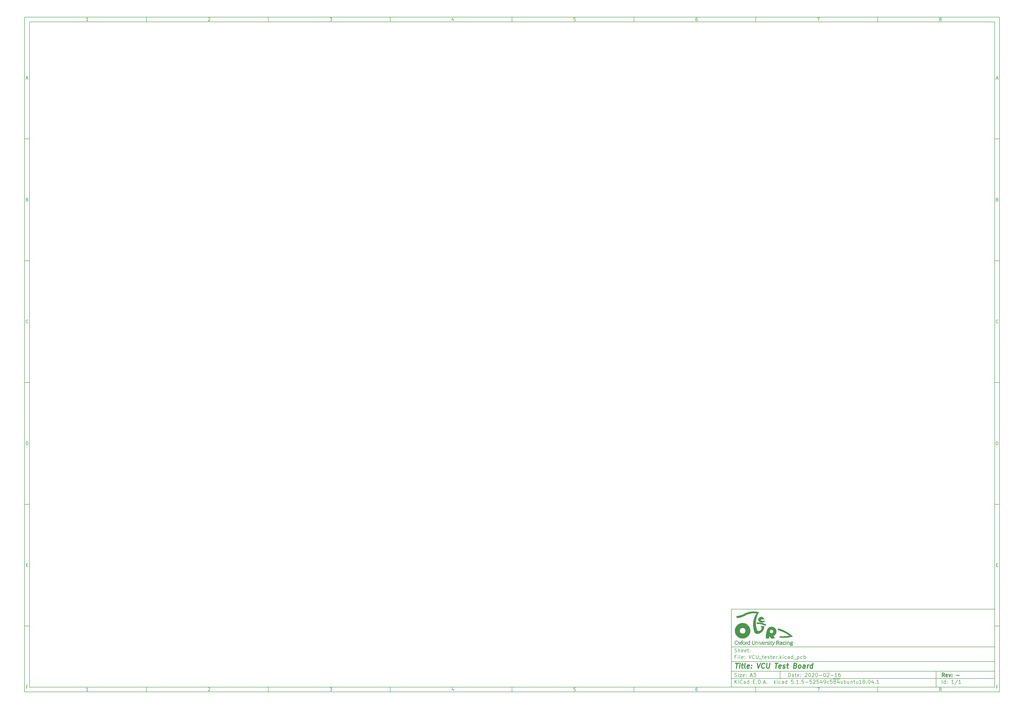
<source format=gbr>
G04 #@! TF.GenerationSoftware,KiCad,Pcbnew,5.1.5-52549c5~84~ubuntu18.04.1*
G04 #@! TF.CreationDate,2020-02-21T16:32:40+00:00*
G04 #@! TF.ProjectId,VCU_tester,5643555f-7465-4737-9465-722e6b696361,-*
G04 #@! TF.SameCoordinates,Original*
G04 #@! TF.FileFunction,Legend,Bot*
G04 #@! TF.FilePolarity,Positive*
%FSLAX46Y46*%
G04 Gerber Fmt 4.6, Leading zero omitted, Abs format (unit mm)*
G04 Created by KiCad (PCBNEW 5.1.5-52549c5~84~ubuntu18.04.1) date 2020-02-21 16:32:40*
%MOMM*%
%LPD*%
G04 APERTURE LIST*
%ADD10C,0.100000*%
%ADD11C,0.150000*%
%ADD12C,0.300000*%
%ADD13C,0.400000*%
%ADD14C,0.010000*%
G04 APERTURE END LIST*
D10*
D11*
X299989000Y-253002200D02*
X299989000Y-285002200D01*
X407989000Y-285002200D01*
X407989000Y-253002200D01*
X299989000Y-253002200D01*
D10*
D11*
X10000000Y-10000000D02*
X10000000Y-287002200D01*
X409989000Y-287002200D01*
X409989000Y-10000000D01*
X10000000Y-10000000D01*
D10*
D11*
X12000000Y-12000000D02*
X12000000Y-285002200D01*
X407989000Y-285002200D01*
X407989000Y-12000000D01*
X12000000Y-12000000D01*
D10*
D11*
X60000000Y-12000000D02*
X60000000Y-10000000D01*
D10*
D11*
X110000000Y-12000000D02*
X110000000Y-10000000D01*
D10*
D11*
X160000000Y-12000000D02*
X160000000Y-10000000D01*
D10*
D11*
X210000000Y-12000000D02*
X210000000Y-10000000D01*
D10*
D11*
X260000000Y-12000000D02*
X260000000Y-10000000D01*
D10*
D11*
X310000000Y-12000000D02*
X310000000Y-10000000D01*
D10*
D11*
X360000000Y-12000000D02*
X360000000Y-10000000D01*
D10*
D11*
X36065476Y-11588095D02*
X35322619Y-11588095D01*
X35694047Y-11588095D02*
X35694047Y-10288095D01*
X35570238Y-10473809D01*
X35446428Y-10597619D01*
X35322619Y-10659523D01*
D10*
D11*
X85322619Y-10411904D02*
X85384523Y-10350000D01*
X85508333Y-10288095D01*
X85817857Y-10288095D01*
X85941666Y-10350000D01*
X86003571Y-10411904D01*
X86065476Y-10535714D01*
X86065476Y-10659523D01*
X86003571Y-10845238D01*
X85260714Y-11588095D01*
X86065476Y-11588095D01*
D10*
D11*
X135260714Y-10288095D02*
X136065476Y-10288095D01*
X135632142Y-10783333D01*
X135817857Y-10783333D01*
X135941666Y-10845238D01*
X136003571Y-10907142D01*
X136065476Y-11030952D01*
X136065476Y-11340476D01*
X136003571Y-11464285D01*
X135941666Y-11526190D01*
X135817857Y-11588095D01*
X135446428Y-11588095D01*
X135322619Y-11526190D01*
X135260714Y-11464285D01*
D10*
D11*
X185941666Y-10721428D02*
X185941666Y-11588095D01*
X185632142Y-10226190D02*
X185322619Y-11154761D01*
X186127380Y-11154761D01*
D10*
D11*
X236003571Y-10288095D02*
X235384523Y-10288095D01*
X235322619Y-10907142D01*
X235384523Y-10845238D01*
X235508333Y-10783333D01*
X235817857Y-10783333D01*
X235941666Y-10845238D01*
X236003571Y-10907142D01*
X236065476Y-11030952D01*
X236065476Y-11340476D01*
X236003571Y-11464285D01*
X235941666Y-11526190D01*
X235817857Y-11588095D01*
X235508333Y-11588095D01*
X235384523Y-11526190D01*
X235322619Y-11464285D01*
D10*
D11*
X285941666Y-10288095D02*
X285694047Y-10288095D01*
X285570238Y-10350000D01*
X285508333Y-10411904D01*
X285384523Y-10597619D01*
X285322619Y-10845238D01*
X285322619Y-11340476D01*
X285384523Y-11464285D01*
X285446428Y-11526190D01*
X285570238Y-11588095D01*
X285817857Y-11588095D01*
X285941666Y-11526190D01*
X286003571Y-11464285D01*
X286065476Y-11340476D01*
X286065476Y-11030952D01*
X286003571Y-10907142D01*
X285941666Y-10845238D01*
X285817857Y-10783333D01*
X285570238Y-10783333D01*
X285446428Y-10845238D01*
X285384523Y-10907142D01*
X285322619Y-11030952D01*
D10*
D11*
X335260714Y-10288095D02*
X336127380Y-10288095D01*
X335570238Y-11588095D01*
D10*
D11*
X385570238Y-10845238D02*
X385446428Y-10783333D01*
X385384523Y-10721428D01*
X385322619Y-10597619D01*
X385322619Y-10535714D01*
X385384523Y-10411904D01*
X385446428Y-10350000D01*
X385570238Y-10288095D01*
X385817857Y-10288095D01*
X385941666Y-10350000D01*
X386003571Y-10411904D01*
X386065476Y-10535714D01*
X386065476Y-10597619D01*
X386003571Y-10721428D01*
X385941666Y-10783333D01*
X385817857Y-10845238D01*
X385570238Y-10845238D01*
X385446428Y-10907142D01*
X385384523Y-10969047D01*
X385322619Y-11092857D01*
X385322619Y-11340476D01*
X385384523Y-11464285D01*
X385446428Y-11526190D01*
X385570238Y-11588095D01*
X385817857Y-11588095D01*
X385941666Y-11526190D01*
X386003571Y-11464285D01*
X386065476Y-11340476D01*
X386065476Y-11092857D01*
X386003571Y-10969047D01*
X385941666Y-10907142D01*
X385817857Y-10845238D01*
D10*
D11*
X60000000Y-285002200D02*
X60000000Y-287002200D01*
D10*
D11*
X110000000Y-285002200D02*
X110000000Y-287002200D01*
D10*
D11*
X160000000Y-285002200D02*
X160000000Y-287002200D01*
D10*
D11*
X210000000Y-285002200D02*
X210000000Y-287002200D01*
D10*
D11*
X260000000Y-285002200D02*
X260000000Y-287002200D01*
D10*
D11*
X310000000Y-285002200D02*
X310000000Y-287002200D01*
D10*
D11*
X360000000Y-285002200D02*
X360000000Y-287002200D01*
D10*
D11*
X36065476Y-286590295D02*
X35322619Y-286590295D01*
X35694047Y-286590295D02*
X35694047Y-285290295D01*
X35570238Y-285476009D01*
X35446428Y-285599819D01*
X35322619Y-285661723D01*
D10*
D11*
X85322619Y-285414104D02*
X85384523Y-285352200D01*
X85508333Y-285290295D01*
X85817857Y-285290295D01*
X85941666Y-285352200D01*
X86003571Y-285414104D01*
X86065476Y-285537914D01*
X86065476Y-285661723D01*
X86003571Y-285847438D01*
X85260714Y-286590295D01*
X86065476Y-286590295D01*
D10*
D11*
X135260714Y-285290295D02*
X136065476Y-285290295D01*
X135632142Y-285785533D01*
X135817857Y-285785533D01*
X135941666Y-285847438D01*
X136003571Y-285909342D01*
X136065476Y-286033152D01*
X136065476Y-286342676D01*
X136003571Y-286466485D01*
X135941666Y-286528390D01*
X135817857Y-286590295D01*
X135446428Y-286590295D01*
X135322619Y-286528390D01*
X135260714Y-286466485D01*
D10*
D11*
X185941666Y-285723628D02*
X185941666Y-286590295D01*
X185632142Y-285228390D02*
X185322619Y-286156961D01*
X186127380Y-286156961D01*
D10*
D11*
X236003571Y-285290295D02*
X235384523Y-285290295D01*
X235322619Y-285909342D01*
X235384523Y-285847438D01*
X235508333Y-285785533D01*
X235817857Y-285785533D01*
X235941666Y-285847438D01*
X236003571Y-285909342D01*
X236065476Y-286033152D01*
X236065476Y-286342676D01*
X236003571Y-286466485D01*
X235941666Y-286528390D01*
X235817857Y-286590295D01*
X235508333Y-286590295D01*
X235384523Y-286528390D01*
X235322619Y-286466485D01*
D10*
D11*
X285941666Y-285290295D02*
X285694047Y-285290295D01*
X285570238Y-285352200D01*
X285508333Y-285414104D01*
X285384523Y-285599819D01*
X285322619Y-285847438D01*
X285322619Y-286342676D01*
X285384523Y-286466485D01*
X285446428Y-286528390D01*
X285570238Y-286590295D01*
X285817857Y-286590295D01*
X285941666Y-286528390D01*
X286003571Y-286466485D01*
X286065476Y-286342676D01*
X286065476Y-286033152D01*
X286003571Y-285909342D01*
X285941666Y-285847438D01*
X285817857Y-285785533D01*
X285570238Y-285785533D01*
X285446428Y-285847438D01*
X285384523Y-285909342D01*
X285322619Y-286033152D01*
D10*
D11*
X335260714Y-285290295D02*
X336127380Y-285290295D01*
X335570238Y-286590295D01*
D10*
D11*
X385570238Y-285847438D02*
X385446428Y-285785533D01*
X385384523Y-285723628D01*
X385322619Y-285599819D01*
X385322619Y-285537914D01*
X385384523Y-285414104D01*
X385446428Y-285352200D01*
X385570238Y-285290295D01*
X385817857Y-285290295D01*
X385941666Y-285352200D01*
X386003571Y-285414104D01*
X386065476Y-285537914D01*
X386065476Y-285599819D01*
X386003571Y-285723628D01*
X385941666Y-285785533D01*
X385817857Y-285847438D01*
X385570238Y-285847438D01*
X385446428Y-285909342D01*
X385384523Y-285971247D01*
X385322619Y-286095057D01*
X385322619Y-286342676D01*
X385384523Y-286466485D01*
X385446428Y-286528390D01*
X385570238Y-286590295D01*
X385817857Y-286590295D01*
X385941666Y-286528390D01*
X386003571Y-286466485D01*
X386065476Y-286342676D01*
X386065476Y-286095057D01*
X386003571Y-285971247D01*
X385941666Y-285909342D01*
X385817857Y-285847438D01*
D10*
D11*
X10000000Y-60000000D02*
X12000000Y-60000000D01*
D10*
D11*
X10000000Y-110000000D02*
X12000000Y-110000000D01*
D10*
D11*
X10000000Y-160000000D02*
X12000000Y-160000000D01*
D10*
D11*
X10000000Y-210000000D02*
X12000000Y-210000000D01*
D10*
D11*
X10000000Y-260000000D02*
X12000000Y-260000000D01*
D10*
D11*
X10690476Y-35216666D02*
X11309523Y-35216666D01*
X10566666Y-35588095D02*
X11000000Y-34288095D01*
X11433333Y-35588095D01*
D10*
D11*
X11092857Y-84907142D02*
X11278571Y-84969047D01*
X11340476Y-85030952D01*
X11402380Y-85154761D01*
X11402380Y-85340476D01*
X11340476Y-85464285D01*
X11278571Y-85526190D01*
X11154761Y-85588095D01*
X10659523Y-85588095D01*
X10659523Y-84288095D01*
X11092857Y-84288095D01*
X11216666Y-84350000D01*
X11278571Y-84411904D01*
X11340476Y-84535714D01*
X11340476Y-84659523D01*
X11278571Y-84783333D01*
X11216666Y-84845238D01*
X11092857Y-84907142D01*
X10659523Y-84907142D01*
D10*
D11*
X11402380Y-135464285D02*
X11340476Y-135526190D01*
X11154761Y-135588095D01*
X11030952Y-135588095D01*
X10845238Y-135526190D01*
X10721428Y-135402380D01*
X10659523Y-135278571D01*
X10597619Y-135030952D01*
X10597619Y-134845238D01*
X10659523Y-134597619D01*
X10721428Y-134473809D01*
X10845238Y-134350000D01*
X11030952Y-134288095D01*
X11154761Y-134288095D01*
X11340476Y-134350000D01*
X11402380Y-134411904D01*
D10*
D11*
X10659523Y-185588095D02*
X10659523Y-184288095D01*
X10969047Y-184288095D01*
X11154761Y-184350000D01*
X11278571Y-184473809D01*
X11340476Y-184597619D01*
X11402380Y-184845238D01*
X11402380Y-185030952D01*
X11340476Y-185278571D01*
X11278571Y-185402380D01*
X11154761Y-185526190D01*
X10969047Y-185588095D01*
X10659523Y-185588095D01*
D10*
D11*
X10721428Y-234907142D02*
X11154761Y-234907142D01*
X11340476Y-235588095D02*
X10721428Y-235588095D01*
X10721428Y-234288095D01*
X11340476Y-234288095D01*
D10*
D11*
X11185714Y-284907142D02*
X10752380Y-284907142D01*
X10752380Y-285588095D02*
X10752380Y-284288095D01*
X11371428Y-284288095D01*
D10*
D11*
X409989000Y-60000000D02*
X407989000Y-60000000D01*
D10*
D11*
X409989000Y-110000000D02*
X407989000Y-110000000D01*
D10*
D11*
X409989000Y-160000000D02*
X407989000Y-160000000D01*
D10*
D11*
X409989000Y-210000000D02*
X407989000Y-210000000D01*
D10*
D11*
X409989000Y-260000000D02*
X407989000Y-260000000D01*
D10*
D11*
X408679476Y-35216666D02*
X409298523Y-35216666D01*
X408555666Y-35588095D02*
X408989000Y-34288095D01*
X409422333Y-35588095D01*
D10*
D11*
X409081857Y-84907142D02*
X409267571Y-84969047D01*
X409329476Y-85030952D01*
X409391380Y-85154761D01*
X409391380Y-85340476D01*
X409329476Y-85464285D01*
X409267571Y-85526190D01*
X409143761Y-85588095D01*
X408648523Y-85588095D01*
X408648523Y-84288095D01*
X409081857Y-84288095D01*
X409205666Y-84350000D01*
X409267571Y-84411904D01*
X409329476Y-84535714D01*
X409329476Y-84659523D01*
X409267571Y-84783333D01*
X409205666Y-84845238D01*
X409081857Y-84907142D01*
X408648523Y-84907142D01*
D10*
D11*
X409391380Y-135464285D02*
X409329476Y-135526190D01*
X409143761Y-135588095D01*
X409019952Y-135588095D01*
X408834238Y-135526190D01*
X408710428Y-135402380D01*
X408648523Y-135278571D01*
X408586619Y-135030952D01*
X408586619Y-134845238D01*
X408648523Y-134597619D01*
X408710428Y-134473809D01*
X408834238Y-134350000D01*
X409019952Y-134288095D01*
X409143761Y-134288095D01*
X409329476Y-134350000D01*
X409391380Y-134411904D01*
D10*
D11*
X408648523Y-185588095D02*
X408648523Y-184288095D01*
X408958047Y-184288095D01*
X409143761Y-184350000D01*
X409267571Y-184473809D01*
X409329476Y-184597619D01*
X409391380Y-184845238D01*
X409391380Y-185030952D01*
X409329476Y-185278571D01*
X409267571Y-185402380D01*
X409143761Y-185526190D01*
X408958047Y-185588095D01*
X408648523Y-185588095D01*
D10*
D11*
X408710428Y-234907142D02*
X409143761Y-234907142D01*
X409329476Y-235588095D02*
X408710428Y-235588095D01*
X408710428Y-234288095D01*
X409329476Y-234288095D01*
D10*
D11*
X409174714Y-284907142D02*
X408741380Y-284907142D01*
X408741380Y-285588095D02*
X408741380Y-284288095D01*
X409360428Y-284288095D01*
D10*
D11*
X323421142Y-280780771D02*
X323421142Y-279280771D01*
X323778285Y-279280771D01*
X323992571Y-279352200D01*
X324135428Y-279495057D01*
X324206857Y-279637914D01*
X324278285Y-279923628D01*
X324278285Y-280137914D01*
X324206857Y-280423628D01*
X324135428Y-280566485D01*
X323992571Y-280709342D01*
X323778285Y-280780771D01*
X323421142Y-280780771D01*
X325564000Y-280780771D02*
X325564000Y-279995057D01*
X325492571Y-279852200D01*
X325349714Y-279780771D01*
X325064000Y-279780771D01*
X324921142Y-279852200D01*
X325564000Y-280709342D02*
X325421142Y-280780771D01*
X325064000Y-280780771D01*
X324921142Y-280709342D01*
X324849714Y-280566485D01*
X324849714Y-280423628D01*
X324921142Y-280280771D01*
X325064000Y-280209342D01*
X325421142Y-280209342D01*
X325564000Y-280137914D01*
X326064000Y-279780771D02*
X326635428Y-279780771D01*
X326278285Y-279280771D02*
X326278285Y-280566485D01*
X326349714Y-280709342D01*
X326492571Y-280780771D01*
X326635428Y-280780771D01*
X327706857Y-280709342D02*
X327564000Y-280780771D01*
X327278285Y-280780771D01*
X327135428Y-280709342D01*
X327064000Y-280566485D01*
X327064000Y-279995057D01*
X327135428Y-279852200D01*
X327278285Y-279780771D01*
X327564000Y-279780771D01*
X327706857Y-279852200D01*
X327778285Y-279995057D01*
X327778285Y-280137914D01*
X327064000Y-280280771D01*
X328421142Y-280637914D02*
X328492571Y-280709342D01*
X328421142Y-280780771D01*
X328349714Y-280709342D01*
X328421142Y-280637914D01*
X328421142Y-280780771D01*
X328421142Y-279852200D02*
X328492571Y-279923628D01*
X328421142Y-279995057D01*
X328349714Y-279923628D01*
X328421142Y-279852200D01*
X328421142Y-279995057D01*
X330206857Y-279423628D02*
X330278285Y-279352200D01*
X330421142Y-279280771D01*
X330778285Y-279280771D01*
X330921142Y-279352200D01*
X330992571Y-279423628D01*
X331064000Y-279566485D01*
X331064000Y-279709342D01*
X330992571Y-279923628D01*
X330135428Y-280780771D01*
X331064000Y-280780771D01*
X331992571Y-279280771D02*
X332135428Y-279280771D01*
X332278285Y-279352200D01*
X332349714Y-279423628D01*
X332421142Y-279566485D01*
X332492571Y-279852200D01*
X332492571Y-280209342D01*
X332421142Y-280495057D01*
X332349714Y-280637914D01*
X332278285Y-280709342D01*
X332135428Y-280780771D01*
X331992571Y-280780771D01*
X331849714Y-280709342D01*
X331778285Y-280637914D01*
X331706857Y-280495057D01*
X331635428Y-280209342D01*
X331635428Y-279852200D01*
X331706857Y-279566485D01*
X331778285Y-279423628D01*
X331849714Y-279352200D01*
X331992571Y-279280771D01*
X333064000Y-279423628D02*
X333135428Y-279352200D01*
X333278285Y-279280771D01*
X333635428Y-279280771D01*
X333778285Y-279352200D01*
X333849714Y-279423628D01*
X333921142Y-279566485D01*
X333921142Y-279709342D01*
X333849714Y-279923628D01*
X332992571Y-280780771D01*
X333921142Y-280780771D01*
X334849714Y-279280771D02*
X334992571Y-279280771D01*
X335135428Y-279352200D01*
X335206857Y-279423628D01*
X335278285Y-279566485D01*
X335349714Y-279852200D01*
X335349714Y-280209342D01*
X335278285Y-280495057D01*
X335206857Y-280637914D01*
X335135428Y-280709342D01*
X334992571Y-280780771D01*
X334849714Y-280780771D01*
X334706857Y-280709342D01*
X334635428Y-280637914D01*
X334564000Y-280495057D01*
X334492571Y-280209342D01*
X334492571Y-279852200D01*
X334564000Y-279566485D01*
X334635428Y-279423628D01*
X334706857Y-279352200D01*
X334849714Y-279280771D01*
X335992571Y-280209342D02*
X337135428Y-280209342D01*
X338135428Y-279280771D02*
X338278285Y-279280771D01*
X338421142Y-279352200D01*
X338492571Y-279423628D01*
X338564000Y-279566485D01*
X338635428Y-279852200D01*
X338635428Y-280209342D01*
X338564000Y-280495057D01*
X338492571Y-280637914D01*
X338421142Y-280709342D01*
X338278285Y-280780771D01*
X338135428Y-280780771D01*
X337992571Y-280709342D01*
X337921142Y-280637914D01*
X337849714Y-280495057D01*
X337778285Y-280209342D01*
X337778285Y-279852200D01*
X337849714Y-279566485D01*
X337921142Y-279423628D01*
X337992571Y-279352200D01*
X338135428Y-279280771D01*
X339206857Y-279423628D02*
X339278285Y-279352200D01*
X339421142Y-279280771D01*
X339778285Y-279280771D01*
X339921142Y-279352200D01*
X339992571Y-279423628D01*
X340064000Y-279566485D01*
X340064000Y-279709342D01*
X339992571Y-279923628D01*
X339135428Y-280780771D01*
X340064000Y-280780771D01*
X340706857Y-280209342D02*
X341849714Y-280209342D01*
X343349714Y-280780771D02*
X342492571Y-280780771D01*
X342921142Y-280780771D02*
X342921142Y-279280771D01*
X342778285Y-279495057D01*
X342635428Y-279637914D01*
X342492571Y-279709342D01*
X344635428Y-279280771D02*
X344349714Y-279280771D01*
X344206857Y-279352200D01*
X344135428Y-279423628D01*
X343992571Y-279637914D01*
X343921142Y-279923628D01*
X343921142Y-280495057D01*
X343992571Y-280637914D01*
X344064000Y-280709342D01*
X344206857Y-280780771D01*
X344492571Y-280780771D01*
X344635428Y-280709342D01*
X344706857Y-280637914D01*
X344778285Y-280495057D01*
X344778285Y-280137914D01*
X344706857Y-279995057D01*
X344635428Y-279923628D01*
X344492571Y-279852200D01*
X344206857Y-279852200D01*
X344064000Y-279923628D01*
X343992571Y-279995057D01*
X343921142Y-280137914D01*
D10*
D11*
X299989000Y-281502200D02*
X407989000Y-281502200D01*
D10*
D11*
X301421142Y-283580771D02*
X301421142Y-282080771D01*
X302278285Y-283580771D02*
X301635428Y-282723628D01*
X302278285Y-282080771D02*
X301421142Y-282937914D01*
X302921142Y-283580771D02*
X302921142Y-282580771D01*
X302921142Y-282080771D02*
X302849714Y-282152200D01*
X302921142Y-282223628D01*
X302992571Y-282152200D01*
X302921142Y-282080771D01*
X302921142Y-282223628D01*
X304492571Y-283437914D02*
X304421142Y-283509342D01*
X304206857Y-283580771D01*
X304064000Y-283580771D01*
X303849714Y-283509342D01*
X303706857Y-283366485D01*
X303635428Y-283223628D01*
X303564000Y-282937914D01*
X303564000Y-282723628D01*
X303635428Y-282437914D01*
X303706857Y-282295057D01*
X303849714Y-282152200D01*
X304064000Y-282080771D01*
X304206857Y-282080771D01*
X304421142Y-282152200D01*
X304492571Y-282223628D01*
X305778285Y-283580771D02*
X305778285Y-282795057D01*
X305706857Y-282652200D01*
X305564000Y-282580771D01*
X305278285Y-282580771D01*
X305135428Y-282652200D01*
X305778285Y-283509342D02*
X305635428Y-283580771D01*
X305278285Y-283580771D01*
X305135428Y-283509342D01*
X305064000Y-283366485D01*
X305064000Y-283223628D01*
X305135428Y-283080771D01*
X305278285Y-283009342D01*
X305635428Y-283009342D01*
X305778285Y-282937914D01*
X307135428Y-283580771D02*
X307135428Y-282080771D01*
X307135428Y-283509342D02*
X306992571Y-283580771D01*
X306706857Y-283580771D01*
X306564000Y-283509342D01*
X306492571Y-283437914D01*
X306421142Y-283295057D01*
X306421142Y-282866485D01*
X306492571Y-282723628D01*
X306564000Y-282652200D01*
X306706857Y-282580771D01*
X306992571Y-282580771D01*
X307135428Y-282652200D01*
X308992571Y-282795057D02*
X309492571Y-282795057D01*
X309706857Y-283580771D02*
X308992571Y-283580771D01*
X308992571Y-282080771D01*
X309706857Y-282080771D01*
X310349714Y-283437914D02*
X310421142Y-283509342D01*
X310349714Y-283580771D01*
X310278285Y-283509342D01*
X310349714Y-283437914D01*
X310349714Y-283580771D01*
X311064000Y-283580771D02*
X311064000Y-282080771D01*
X311421142Y-282080771D01*
X311635428Y-282152200D01*
X311778285Y-282295057D01*
X311849714Y-282437914D01*
X311921142Y-282723628D01*
X311921142Y-282937914D01*
X311849714Y-283223628D01*
X311778285Y-283366485D01*
X311635428Y-283509342D01*
X311421142Y-283580771D01*
X311064000Y-283580771D01*
X312564000Y-283437914D02*
X312635428Y-283509342D01*
X312564000Y-283580771D01*
X312492571Y-283509342D01*
X312564000Y-283437914D01*
X312564000Y-283580771D01*
X313206857Y-283152200D02*
X313921142Y-283152200D01*
X313064000Y-283580771D02*
X313564000Y-282080771D01*
X314064000Y-283580771D01*
X314564000Y-283437914D02*
X314635428Y-283509342D01*
X314564000Y-283580771D01*
X314492571Y-283509342D01*
X314564000Y-283437914D01*
X314564000Y-283580771D01*
X317564000Y-283580771D02*
X317564000Y-282080771D01*
X317706857Y-283009342D02*
X318135428Y-283580771D01*
X318135428Y-282580771D02*
X317564000Y-283152200D01*
X318778285Y-283580771D02*
X318778285Y-282580771D01*
X318778285Y-282080771D02*
X318706857Y-282152200D01*
X318778285Y-282223628D01*
X318849714Y-282152200D01*
X318778285Y-282080771D01*
X318778285Y-282223628D01*
X320135428Y-283509342D02*
X319992571Y-283580771D01*
X319706857Y-283580771D01*
X319564000Y-283509342D01*
X319492571Y-283437914D01*
X319421142Y-283295057D01*
X319421142Y-282866485D01*
X319492571Y-282723628D01*
X319564000Y-282652200D01*
X319706857Y-282580771D01*
X319992571Y-282580771D01*
X320135428Y-282652200D01*
X321421142Y-283580771D02*
X321421142Y-282795057D01*
X321349714Y-282652200D01*
X321206857Y-282580771D01*
X320921142Y-282580771D01*
X320778285Y-282652200D01*
X321421142Y-283509342D02*
X321278285Y-283580771D01*
X320921142Y-283580771D01*
X320778285Y-283509342D01*
X320706857Y-283366485D01*
X320706857Y-283223628D01*
X320778285Y-283080771D01*
X320921142Y-283009342D01*
X321278285Y-283009342D01*
X321421142Y-282937914D01*
X322778285Y-283580771D02*
X322778285Y-282080771D01*
X322778285Y-283509342D02*
X322635428Y-283580771D01*
X322349714Y-283580771D01*
X322206857Y-283509342D01*
X322135428Y-283437914D01*
X322064000Y-283295057D01*
X322064000Y-282866485D01*
X322135428Y-282723628D01*
X322206857Y-282652200D01*
X322349714Y-282580771D01*
X322635428Y-282580771D01*
X322778285Y-282652200D01*
X325349714Y-282080771D02*
X324635428Y-282080771D01*
X324564000Y-282795057D01*
X324635428Y-282723628D01*
X324778285Y-282652200D01*
X325135428Y-282652200D01*
X325278285Y-282723628D01*
X325349714Y-282795057D01*
X325421142Y-282937914D01*
X325421142Y-283295057D01*
X325349714Y-283437914D01*
X325278285Y-283509342D01*
X325135428Y-283580771D01*
X324778285Y-283580771D01*
X324635428Y-283509342D01*
X324564000Y-283437914D01*
X326064000Y-283437914D02*
X326135428Y-283509342D01*
X326064000Y-283580771D01*
X325992571Y-283509342D01*
X326064000Y-283437914D01*
X326064000Y-283580771D01*
X327564000Y-283580771D02*
X326706857Y-283580771D01*
X327135428Y-283580771D02*
X327135428Y-282080771D01*
X326992571Y-282295057D01*
X326849714Y-282437914D01*
X326706857Y-282509342D01*
X328206857Y-283437914D02*
X328278285Y-283509342D01*
X328206857Y-283580771D01*
X328135428Y-283509342D01*
X328206857Y-283437914D01*
X328206857Y-283580771D01*
X329635428Y-282080771D02*
X328921142Y-282080771D01*
X328849714Y-282795057D01*
X328921142Y-282723628D01*
X329064000Y-282652200D01*
X329421142Y-282652200D01*
X329564000Y-282723628D01*
X329635428Y-282795057D01*
X329706857Y-282937914D01*
X329706857Y-283295057D01*
X329635428Y-283437914D01*
X329564000Y-283509342D01*
X329421142Y-283580771D01*
X329064000Y-283580771D01*
X328921142Y-283509342D01*
X328849714Y-283437914D01*
X330349714Y-283009342D02*
X331492571Y-283009342D01*
X332921142Y-282080771D02*
X332206857Y-282080771D01*
X332135428Y-282795057D01*
X332206857Y-282723628D01*
X332349714Y-282652200D01*
X332706857Y-282652200D01*
X332849714Y-282723628D01*
X332921142Y-282795057D01*
X332992571Y-282937914D01*
X332992571Y-283295057D01*
X332921142Y-283437914D01*
X332849714Y-283509342D01*
X332706857Y-283580771D01*
X332349714Y-283580771D01*
X332206857Y-283509342D01*
X332135428Y-283437914D01*
X333564000Y-282223628D02*
X333635428Y-282152200D01*
X333778285Y-282080771D01*
X334135428Y-282080771D01*
X334278285Y-282152200D01*
X334349714Y-282223628D01*
X334421142Y-282366485D01*
X334421142Y-282509342D01*
X334349714Y-282723628D01*
X333492571Y-283580771D01*
X334421142Y-283580771D01*
X335778285Y-282080771D02*
X335064000Y-282080771D01*
X334992571Y-282795057D01*
X335064000Y-282723628D01*
X335206857Y-282652200D01*
X335564000Y-282652200D01*
X335706857Y-282723628D01*
X335778285Y-282795057D01*
X335849714Y-282937914D01*
X335849714Y-283295057D01*
X335778285Y-283437914D01*
X335706857Y-283509342D01*
X335564000Y-283580771D01*
X335206857Y-283580771D01*
X335064000Y-283509342D01*
X334992571Y-283437914D01*
X337135428Y-282580771D02*
X337135428Y-283580771D01*
X336778285Y-282009342D02*
X336421142Y-283080771D01*
X337349714Y-283080771D01*
X337992571Y-283580771D02*
X338278285Y-283580771D01*
X338421142Y-283509342D01*
X338492571Y-283437914D01*
X338635428Y-283223628D01*
X338706857Y-282937914D01*
X338706857Y-282366485D01*
X338635428Y-282223628D01*
X338564000Y-282152200D01*
X338421142Y-282080771D01*
X338135428Y-282080771D01*
X337992571Y-282152200D01*
X337921142Y-282223628D01*
X337849714Y-282366485D01*
X337849714Y-282723628D01*
X337921142Y-282866485D01*
X337992571Y-282937914D01*
X338135428Y-283009342D01*
X338421142Y-283009342D01*
X338564000Y-282937914D01*
X338635428Y-282866485D01*
X338706857Y-282723628D01*
X339992571Y-283509342D02*
X339849714Y-283580771D01*
X339564000Y-283580771D01*
X339421142Y-283509342D01*
X339349714Y-283437914D01*
X339278285Y-283295057D01*
X339278285Y-282866485D01*
X339349714Y-282723628D01*
X339421142Y-282652200D01*
X339564000Y-282580771D01*
X339849714Y-282580771D01*
X339992571Y-282652200D01*
X341349714Y-282080771D02*
X340635428Y-282080771D01*
X340564000Y-282795057D01*
X340635428Y-282723628D01*
X340778285Y-282652200D01*
X341135428Y-282652200D01*
X341278285Y-282723628D01*
X341349714Y-282795057D01*
X341421142Y-282937914D01*
X341421142Y-283295057D01*
X341349714Y-283437914D01*
X341278285Y-283509342D01*
X341135428Y-283580771D01*
X340778285Y-283580771D01*
X340635428Y-283509342D01*
X340564000Y-283437914D01*
X341706857Y-281672200D02*
X343135428Y-281672200D01*
X342278285Y-282723628D02*
X342135428Y-282652200D01*
X342064000Y-282580771D01*
X341992571Y-282437914D01*
X341992571Y-282366485D01*
X342064000Y-282223628D01*
X342135428Y-282152200D01*
X342278285Y-282080771D01*
X342564000Y-282080771D01*
X342706857Y-282152200D01*
X342778285Y-282223628D01*
X342849714Y-282366485D01*
X342849714Y-282437914D01*
X342778285Y-282580771D01*
X342706857Y-282652200D01*
X342564000Y-282723628D01*
X342278285Y-282723628D01*
X342135428Y-282795057D01*
X342064000Y-282866485D01*
X341992571Y-283009342D01*
X341992571Y-283295057D01*
X342064000Y-283437914D01*
X342135428Y-283509342D01*
X342278285Y-283580771D01*
X342564000Y-283580771D01*
X342706857Y-283509342D01*
X342778285Y-283437914D01*
X342849714Y-283295057D01*
X342849714Y-283009342D01*
X342778285Y-282866485D01*
X342706857Y-282795057D01*
X342564000Y-282723628D01*
X343135428Y-281672200D02*
X344564000Y-281672200D01*
X344135428Y-282580771D02*
X344135428Y-283580771D01*
X343778285Y-282009342D02*
X343421142Y-283080771D01*
X344349714Y-283080771D01*
X345564000Y-282580771D02*
X345564000Y-283580771D01*
X344921142Y-282580771D02*
X344921142Y-283366485D01*
X344992571Y-283509342D01*
X345135428Y-283580771D01*
X345349714Y-283580771D01*
X345492571Y-283509342D01*
X345564000Y-283437914D01*
X346278285Y-283580771D02*
X346278285Y-282080771D01*
X346278285Y-282652200D02*
X346421142Y-282580771D01*
X346706857Y-282580771D01*
X346849714Y-282652200D01*
X346921142Y-282723628D01*
X346992571Y-282866485D01*
X346992571Y-283295057D01*
X346921142Y-283437914D01*
X346849714Y-283509342D01*
X346706857Y-283580771D01*
X346421142Y-283580771D01*
X346278285Y-283509342D01*
X348278285Y-282580771D02*
X348278285Y-283580771D01*
X347635428Y-282580771D02*
X347635428Y-283366485D01*
X347706857Y-283509342D01*
X347849714Y-283580771D01*
X348064000Y-283580771D01*
X348206857Y-283509342D01*
X348278285Y-283437914D01*
X348992571Y-282580771D02*
X348992571Y-283580771D01*
X348992571Y-282723628D02*
X349064000Y-282652200D01*
X349206857Y-282580771D01*
X349421142Y-282580771D01*
X349564000Y-282652200D01*
X349635428Y-282795057D01*
X349635428Y-283580771D01*
X350135428Y-282580771D02*
X350706857Y-282580771D01*
X350349714Y-282080771D02*
X350349714Y-283366485D01*
X350421142Y-283509342D01*
X350564000Y-283580771D01*
X350706857Y-283580771D01*
X351849714Y-282580771D02*
X351849714Y-283580771D01*
X351206857Y-282580771D02*
X351206857Y-283366485D01*
X351278285Y-283509342D01*
X351421142Y-283580771D01*
X351635428Y-283580771D01*
X351778285Y-283509342D01*
X351849714Y-283437914D01*
X353349714Y-283580771D02*
X352492571Y-283580771D01*
X352921142Y-283580771D02*
X352921142Y-282080771D01*
X352778285Y-282295057D01*
X352635428Y-282437914D01*
X352492571Y-282509342D01*
X354206857Y-282723628D02*
X354064000Y-282652200D01*
X353992571Y-282580771D01*
X353921142Y-282437914D01*
X353921142Y-282366485D01*
X353992571Y-282223628D01*
X354064000Y-282152200D01*
X354206857Y-282080771D01*
X354492571Y-282080771D01*
X354635428Y-282152200D01*
X354706857Y-282223628D01*
X354778285Y-282366485D01*
X354778285Y-282437914D01*
X354706857Y-282580771D01*
X354635428Y-282652200D01*
X354492571Y-282723628D01*
X354206857Y-282723628D01*
X354064000Y-282795057D01*
X353992571Y-282866485D01*
X353921142Y-283009342D01*
X353921142Y-283295057D01*
X353992571Y-283437914D01*
X354064000Y-283509342D01*
X354206857Y-283580771D01*
X354492571Y-283580771D01*
X354635428Y-283509342D01*
X354706857Y-283437914D01*
X354778285Y-283295057D01*
X354778285Y-283009342D01*
X354706857Y-282866485D01*
X354635428Y-282795057D01*
X354492571Y-282723628D01*
X355421142Y-283437914D02*
X355492571Y-283509342D01*
X355421142Y-283580771D01*
X355349714Y-283509342D01*
X355421142Y-283437914D01*
X355421142Y-283580771D01*
X356421142Y-282080771D02*
X356564000Y-282080771D01*
X356706857Y-282152200D01*
X356778285Y-282223628D01*
X356849714Y-282366485D01*
X356921142Y-282652200D01*
X356921142Y-283009342D01*
X356849714Y-283295057D01*
X356778285Y-283437914D01*
X356706857Y-283509342D01*
X356564000Y-283580771D01*
X356421142Y-283580771D01*
X356278285Y-283509342D01*
X356206857Y-283437914D01*
X356135428Y-283295057D01*
X356064000Y-283009342D01*
X356064000Y-282652200D01*
X356135428Y-282366485D01*
X356206857Y-282223628D01*
X356278285Y-282152200D01*
X356421142Y-282080771D01*
X358206857Y-282580771D02*
X358206857Y-283580771D01*
X357849714Y-282009342D02*
X357492571Y-283080771D01*
X358421142Y-283080771D01*
X358992571Y-283437914D02*
X359064000Y-283509342D01*
X358992571Y-283580771D01*
X358921142Y-283509342D01*
X358992571Y-283437914D01*
X358992571Y-283580771D01*
X360492571Y-283580771D02*
X359635428Y-283580771D01*
X360064000Y-283580771D02*
X360064000Y-282080771D01*
X359921142Y-282295057D01*
X359778285Y-282437914D01*
X359635428Y-282509342D01*
D10*
D11*
X299989000Y-278502200D02*
X407989000Y-278502200D01*
D10*
D12*
X387398285Y-280780771D02*
X386898285Y-280066485D01*
X386541142Y-280780771D02*
X386541142Y-279280771D01*
X387112571Y-279280771D01*
X387255428Y-279352200D01*
X387326857Y-279423628D01*
X387398285Y-279566485D01*
X387398285Y-279780771D01*
X387326857Y-279923628D01*
X387255428Y-279995057D01*
X387112571Y-280066485D01*
X386541142Y-280066485D01*
X388612571Y-280709342D02*
X388469714Y-280780771D01*
X388184000Y-280780771D01*
X388041142Y-280709342D01*
X387969714Y-280566485D01*
X387969714Y-279995057D01*
X388041142Y-279852200D01*
X388184000Y-279780771D01*
X388469714Y-279780771D01*
X388612571Y-279852200D01*
X388684000Y-279995057D01*
X388684000Y-280137914D01*
X387969714Y-280280771D01*
X389184000Y-279780771D02*
X389541142Y-280780771D01*
X389898285Y-279780771D01*
X390469714Y-280637914D02*
X390541142Y-280709342D01*
X390469714Y-280780771D01*
X390398285Y-280709342D01*
X390469714Y-280637914D01*
X390469714Y-280780771D01*
X390469714Y-279852200D02*
X390541142Y-279923628D01*
X390469714Y-279995057D01*
X390398285Y-279923628D01*
X390469714Y-279852200D01*
X390469714Y-279995057D01*
X392326857Y-280209342D02*
X393469714Y-280209342D01*
D10*
D11*
X301349714Y-280709342D02*
X301564000Y-280780771D01*
X301921142Y-280780771D01*
X302064000Y-280709342D01*
X302135428Y-280637914D01*
X302206857Y-280495057D01*
X302206857Y-280352200D01*
X302135428Y-280209342D01*
X302064000Y-280137914D01*
X301921142Y-280066485D01*
X301635428Y-279995057D01*
X301492571Y-279923628D01*
X301421142Y-279852200D01*
X301349714Y-279709342D01*
X301349714Y-279566485D01*
X301421142Y-279423628D01*
X301492571Y-279352200D01*
X301635428Y-279280771D01*
X301992571Y-279280771D01*
X302206857Y-279352200D01*
X302849714Y-280780771D02*
X302849714Y-279780771D01*
X302849714Y-279280771D02*
X302778285Y-279352200D01*
X302849714Y-279423628D01*
X302921142Y-279352200D01*
X302849714Y-279280771D01*
X302849714Y-279423628D01*
X303421142Y-279780771D02*
X304206857Y-279780771D01*
X303421142Y-280780771D01*
X304206857Y-280780771D01*
X305349714Y-280709342D02*
X305206857Y-280780771D01*
X304921142Y-280780771D01*
X304778285Y-280709342D01*
X304706857Y-280566485D01*
X304706857Y-279995057D01*
X304778285Y-279852200D01*
X304921142Y-279780771D01*
X305206857Y-279780771D01*
X305349714Y-279852200D01*
X305421142Y-279995057D01*
X305421142Y-280137914D01*
X304706857Y-280280771D01*
X306064000Y-280637914D02*
X306135428Y-280709342D01*
X306064000Y-280780771D01*
X305992571Y-280709342D01*
X306064000Y-280637914D01*
X306064000Y-280780771D01*
X306064000Y-279852200D02*
X306135428Y-279923628D01*
X306064000Y-279995057D01*
X305992571Y-279923628D01*
X306064000Y-279852200D01*
X306064000Y-279995057D01*
X307849714Y-280352200D02*
X308564000Y-280352200D01*
X307706857Y-280780771D02*
X308206857Y-279280771D01*
X308706857Y-280780771D01*
X309064000Y-279280771D02*
X309992571Y-279280771D01*
X309492571Y-279852200D01*
X309706857Y-279852200D01*
X309849714Y-279923628D01*
X309921142Y-279995057D01*
X309992571Y-280137914D01*
X309992571Y-280495057D01*
X309921142Y-280637914D01*
X309849714Y-280709342D01*
X309706857Y-280780771D01*
X309278285Y-280780771D01*
X309135428Y-280709342D01*
X309064000Y-280637914D01*
D10*
D11*
X386421142Y-283580771D02*
X386421142Y-282080771D01*
X387778285Y-283580771D02*
X387778285Y-282080771D01*
X387778285Y-283509342D02*
X387635428Y-283580771D01*
X387349714Y-283580771D01*
X387206857Y-283509342D01*
X387135428Y-283437914D01*
X387064000Y-283295057D01*
X387064000Y-282866485D01*
X387135428Y-282723628D01*
X387206857Y-282652200D01*
X387349714Y-282580771D01*
X387635428Y-282580771D01*
X387778285Y-282652200D01*
X388492571Y-283437914D02*
X388564000Y-283509342D01*
X388492571Y-283580771D01*
X388421142Y-283509342D01*
X388492571Y-283437914D01*
X388492571Y-283580771D01*
X388492571Y-282652200D02*
X388564000Y-282723628D01*
X388492571Y-282795057D01*
X388421142Y-282723628D01*
X388492571Y-282652200D01*
X388492571Y-282795057D01*
X391135428Y-283580771D02*
X390278285Y-283580771D01*
X390706857Y-283580771D02*
X390706857Y-282080771D01*
X390564000Y-282295057D01*
X390421142Y-282437914D01*
X390278285Y-282509342D01*
X392849714Y-282009342D02*
X391564000Y-283937914D01*
X394135428Y-283580771D02*
X393278285Y-283580771D01*
X393706857Y-283580771D02*
X393706857Y-282080771D01*
X393564000Y-282295057D01*
X393421142Y-282437914D01*
X393278285Y-282509342D01*
D10*
D11*
X299989000Y-274502200D02*
X407989000Y-274502200D01*
D10*
D13*
X301701380Y-275206961D02*
X302844238Y-275206961D01*
X302022809Y-277206961D02*
X302272809Y-275206961D01*
X303260904Y-277206961D02*
X303427571Y-275873628D01*
X303510904Y-275206961D02*
X303403761Y-275302200D01*
X303487095Y-275397438D01*
X303594238Y-275302200D01*
X303510904Y-275206961D01*
X303487095Y-275397438D01*
X304094238Y-275873628D02*
X304856142Y-275873628D01*
X304463285Y-275206961D02*
X304249000Y-276921247D01*
X304320428Y-277111723D01*
X304499000Y-277206961D01*
X304689476Y-277206961D01*
X305641857Y-277206961D02*
X305463285Y-277111723D01*
X305391857Y-276921247D01*
X305606142Y-275206961D01*
X307177571Y-277111723D02*
X306975190Y-277206961D01*
X306594238Y-277206961D01*
X306415666Y-277111723D01*
X306344238Y-276921247D01*
X306439476Y-276159342D01*
X306558523Y-275968866D01*
X306760904Y-275873628D01*
X307141857Y-275873628D01*
X307320428Y-275968866D01*
X307391857Y-276159342D01*
X307368047Y-276349819D01*
X306391857Y-276540295D01*
X308141857Y-277016485D02*
X308225190Y-277111723D01*
X308118047Y-277206961D01*
X308034714Y-277111723D01*
X308141857Y-277016485D01*
X308118047Y-277206961D01*
X308272809Y-275968866D02*
X308356142Y-276064104D01*
X308249000Y-276159342D01*
X308165666Y-276064104D01*
X308272809Y-275968866D01*
X308249000Y-276159342D01*
X310558523Y-275206961D02*
X310975190Y-277206961D01*
X311891857Y-275206961D01*
X313475190Y-277016485D02*
X313368047Y-277111723D01*
X313070428Y-277206961D01*
X312879952Y-277206961D01*
X312606142Y-277111723D01*
X312439476Y-276921247D01*
X312368047Y-276730771D01*
X312320428Y-276349819D01*
X312356142Y-276064104D01*
X312499000Y-275683152D01*
X312618047Y-275492676D01*
X312832333Y-275302200D01*
X313129952Y-275206961D01*
X313320428Y-275206961D01*
X313594238Y-275302200D01*
X313677571Y-275397438D01*
X314558523Y-275206961D02*
X314356142Y-276826009D01*
X314427571Y-277016485D01*
X314510904Y-277111723D01*
X314689476Y-277206961D01*
X315070428Y-277206961D01*
X315272809Y-277111723D01*
X315379952Y-277016485D01*
X315499000Y-276826009D01*
X315701380Y-275206961D01*
X317891857Y-275206961D02*
X319034714Y-275206961D01*
X318213285Y-277206961D02*
X318463285Y-275206961D01*
X320225190Y-277111723D02*
X320022809Y-277206961D01*
X319641857Y-277206961D01*
X319463285Y-277111723D01*
X319391857Y-276921247D01*
X319487095Y-276159342D01*
X319606142Y-275968866D01*
X319808523Y-275873628D01*
X320189476Y-275873628D01*
X320368047Y-275968866D01*
X320439476Y-276159342D01*
X320415666Y-276349819D01*
X319439476Y-276540295D01*
X321082333Y-277111723D02*
X321260904Y-277206961D01*
X321641857Y-277206961D01*
X321844238Y-277111723D01*
X321963285Y-276921247D01*
X321975190Y-276826009D01*
X321903761Y-276635533D01*
X321725190Y-276540295D01*
X321439476Y-276540295D01*
X321260904Y-276445057D01*
X321189476Y-276254580D01*
X321201380Y-276159342D01*
X321320428Y-275968866D01*
X321522809Y-275873628D01*
X321808523Y-275873628D01*
X321987095Y-275968866D01*
X322665666Y-275873628D02*
X323427571Y-275873628D01*
X323034714Y-275206961D02*
X322820428Y-276921247D01*
X322891857Y-277111723D01*
X323070428Y-277206961D01*
X323260904Y-277206961D01*
X326249000Y-276159342D02*
X326522809Y-276254580D01*
X326606142Y-276349819D01*
X326677571Y-276540295D01*
X326641857Y-276826009D01*
X326522809Y-277016485D01*
X326415666Y-277111723D01*
X326213285Y-277206961D01*
X325451380Y-277206961D01*
X325701380Y-275206961D01*
X326368047Y-275206961D01*
X326546619Y-275302200D01*
X326629952Y-275397438D01*
X326701380Y-275587914D01*
X326677571Y-275778390D01*
X326558523Y-275968866D01*
X326451380Y-276064104D01*
X326249000Y-276159342D01*
X325582333Y-276159342D01*
X327737095Y-277206961D02*
X327558523Y-277111723D01*
X327475190Y-277016485D01*
X327403761Y-276826009D01*
X327475190Y-276254580D01*
X327594238Y-276064104D01*
X327701380Y-275968866D01*
X327903761Y-275873628D01*
X328189476Y-275873628D01*
X328368047Y-275968866D01*
X328451380Y-276064104D01*
X328522809Y-276254580D01*
X328451380Y-276826009D01*
X328332333Y-277016485D01*
X328225190Y-277111723D01*
X328022809Y-277206961D01*
X327737095Y-277206961D01*
X330118047Y-277206961D02*
X330249000Y-276159342D01*
X330177571Y-275968866D01*
X329999000Y-275873628D01*
X329618047Y-275873628D01*
X329415666Y-275968866D01*
X330129952Y-277111723D02*
X329927571Y-277206961D01*
X329451380Y-277206961D01*
X329272809Y-277111723D01*
X329201380Y-276921247D01*
X329225190Y-276730771D01*
X329344238Y-276540295D01*
X329546619Y-276445057D01*
X330022809Y-276445057D01*
X330225190Y-276349819D01*
X331070428Y-277206961D02*
X331237095Y-275873628D01*
X331189476Y-276254580D02*
X331308523Y-276064104D01*
X331415666Y-275968866D01*
X331618047Y-275873628D01*
X331808523Y-275873628D01*
X333165666Y-277206961D02*
X333415666Y-275206961D01*
X333177571Y-277111723D02*
X332975190Y-277206961D01*
X332594238Y-277206961D01*
X332415666Y-277111723D01*
X332332333Y-277016485D01*
X332260904Y-276826009D01*
X332332333Y-276254580D01*
X332451380Y-276064104D01*
X332558523Y-275968866D01*
X332760904Y-275873628D01*
X333141857Y-275873628D01*
X333320428Y-275968866D01*
D10*
D11*
X301921142Y-272595057D02*
X301421142Y-272595057D01*
X301421142Y-273380771D02*
X301421142Y-271880771D01*
X302135428Y-271880771D01*
X302706857Y-273380771D02*
X302706857Y-272380771D01*
X302706857Y-271880771D02*
X302635428Y-271952200D01*
X302706857Y-272023628D01*
X302778285Y-271952200D01*
X302706857Y-271880771D01*
X302706857Y-272023628D01*
X303635428Y-273380771D02*
X303492571Y-273309342D01*
X303421142Y-273166485D01*
X303421142Y-271880771D01*
X304778285Y-273309342D02*
X304635428Y-273380771D01*
X304349714Y-273380771D01*
X304206857Y-273309342D01*
X304135428Y-273166485D01*
X304135428Y-272595057D01*
X304206857Y-272452200D01*
X304349714Y-272380771D01*
X304635428Y-272380771D01*
X304778285Y-272452200D01*
X304849714Y-272595057D01*
X304849714Y-272737914D01*
X304135428Y-272880771D01*
X305492571Y-273237914D02*
X305564000Y-273309342D01*
X305492571Y-273380771D01*
X305421142Y-273309342D01*
X305492571Y-273237914D01*
X305492571Y-273380771D01*
X305492571Y-272452200D02*
X305564000Y-272523628D01*
X305492571Y-272595057D01*
X305421142Y-272523628D01*
X305492571Y-272452200D01*
X305492571Y-272595057D01*
X307135428Y-271880771D02*
X307635428Y-273380771D01*
X308135428Y-271880771D01*
X309492571Y-273237914D02*
X309421142Y-273309342D01*
X309206857Y-273380771D01*
X309064000Y-273380771D01*
X308849714Y-273309342D01*
X308706857Y-273166485D01*
X308635428Y-273023628D01*
X308564000Y-272737914D01*
X308564000Y-272523628D01*
X308635428Y-272237914D01*
X308706857Y-272095057D01*
X308849714Y-271952200D01*
X309064000Y-271880771D01*
X309206857Y-271880771D01*
X309421142Y-271952200D01*
X309492571Y-272023628D01*
X310135428Y-271880771D02*
X310135428Y-273095057D01*
X310206857Y-273237914D01*
X310278285Y-273309342D01*
X310421142Y-273380771D01*
X310706857Y-273380771D01*
X310849714Y-273309342D01*
X310921142Y-273237914D01*
X310992571Y-273095057D01*
X310992571Y-271880771D01*
X311349714Y-273523628D02*
X312492571Y-273523628D01*
X312635428Y-272380771D02*
X313206857Y-272380771D01*
X312849714Y-271880771D02*
X312849714Y-273166485D01*
X312921142Y-273309342D01*
X313064000Y-273380771D01*
X313206857Y-273380771D01*
X314278285Y-273309342D02*
X314135428Y-273380771D01*
X313849714Y-273380771D01*
X313706857Y-273309342D01*
X313635428Y-273166485D01*
X313635428Y-272595057D01*
X313706857Y-272452200D01*
X313849714Y-272380771D01*
X314135428Y-272380771D01*
X314278285Y-272452200D01*
X314349714Y-272595057D01*
X314349714Y-272737914D01*
X313635428Y-272880771D01*
X314921142Y-273309342D02*
X315064000Y-273380771D01*
X315349714Y-273380771D01*
X315492571Y-273309342D01*
X315564000Y-273166485D01*
X315564000Y-273095057D01*
X315492571Y-272952200D01*
X315349714Y-272880771D01*
X315135428Y-272880771D01*
X314992571Y-272809342D01*
X314921142Y-272666485D01*
X314921142Y-272595057D01*
X314992571Y-272452200D01*
X315135428Y-272380771D01*
X315349714Y-272380771D01*
X315492571Y-272452200D01*
X315992571Y-272380771D02*
X316564000Y-272380771D01*
X316206857Y-271880771D02*
X316206857Y-273166485D01*
X316278285Y-273309342D01*
X316421142Y-273380771D01*
X316564000Y-273380771D01*
X317635428Y-273309342D02*
X317492571Y-273380771D01*
X317206857Y-273380771D01*
X317064000Y-273309342D01*
X316992571Y-273166485D01*
X316992571Y-272595057D01*
X317064000Y-272452200D01*
X317206857Y-272380771D01*
X317492571Y-272380771D01*
X317635428Y-272452200D01*
X317706857Y-272595057D01*
X317706857Y-272737914D01*
X316992571Y-272880771D01*
X318349714Y-273380771D02*
X318349714Y-272380771D01*
X318349714Y-272666485D02*
X318421142Y-272523628D01*
X318492571Y-272452200D01*
X318635428Y-272380771D01*
X318778285Y-272380771D01*
X319278285Y-273237914D02*
X319349714Y-273309342D01*
X319278285Y-273380771D01*
X319206857Y-273309342D01*
X319278285Y-273237914D01*
X319278285Y-273380771D01*
X319992571Y-273380771D02*
X319992571Y-271880771D01*
X320135428Y-272809342D02*
X320564000Y-273380771D01*
X320564000Y-272380771D02*
X319992571Y-272952200D01*
X321206857Y-273380771D02*
X321206857Y-272380771D01*
X321206857Y-271880771D02*
X321135428Y-271952200D01*
X321206857Y-272023628D01*
X321278285Y-271952200D01*
X321206857Y-271880771D01*
X321206857Y-272023628D01*
X322564000Y-273309342D02*
X322421142Y-273380771D01*
X322135428Y-273380771D01*
X321992571Y-273309342D01*
X321921142Y-273237914D01*
X321849714Y-273095057D01*
X321849714Y-272666485D01*
X321921142Y-272523628D01*
X321992571Y-272452200D01*
X322135428Y-272380771D01*
X322421142Y-272380771D01*
X322564000Y-272452200D01*
X323849714Y-273380771D02*
X323849714Y-272595057D01*
X323778285Y-272452200D01*
X323635428Y-272380771D01*
X323349714Y-272380771D01*
X323206857Y-272452200D01*
X323849714Y-273309342D02*
X323706857Y-273380771D01*
X323349714Y-273380771D01*
X323206857Y-273309342D01*
X323135428Y-273166485D01*
X323135428Y-273023628D01*
X323206857Y-272880771D01*
X323349714Y-272809342D01*
X323706857Y-272809342D01*
X323849714Y-272737914D01*
X325206857Y-273380771D02*
X325206857Y-271880771D01*
X325206857Y-273309342D02*
X325064000Y-273380771D01*
X324778285Y-273380771D01*
X324635428Y-273309342D01*
X324564000Y-273237914D01*
X324492571Y-273095057D01*
X324492571Y-272666485D01*
X324564000Y-272523628D01*
X324635428Y-272452200D01*
X324778285Y-272380771D01*
X325064000Y-272380771D01*
X325206857Y-272452200D01*
X325564000Y-273523628D02*
X326706857Y-273523628D01*
X327064000Y-272380771D02*
X327064000Y-273880771D01*
X327064000Y-272452200D02*
X327206857Y-272380771D01*
X327492571Y-272380771D01*
X327635428Y-272452200D01*
X327706857Y-272523628D01*
X327778285Y-272666485D01*
X327778285Y-273095057D01*
X327706857Y-273237914D01*
X327635428Y-273309342D01*
X327492571Y-273380771D01*
X327206857Y-273380771D01*
X327064000Y-273309342D01*
X329064000Y-273309342D02*
X328921142Y-273380771D01*
X328635428Y-273380771D01*
X328492571Y-273309342D01*
X328421142Y-273237914D01*
X328349714Y-273095057D01*
X328349714Y-272666485D01*
X328421142Y-272523628D01*
X328492571Y-272452200D01*
X328635428Y-272380771D01*
X328921142Y-272380771D01*
X329064000Y-272452200D01*
X329706857Y-273380771D02*
X329706857Y-271880771D01*
X329706857Y-272452200D02*
X329849714Y-272380771D01*
X330135428Y-272380771D01*
X330278285Y-272452200D01*
X330349714Y-272523628D01*
X330421142Y-272666485D01*
X330421142Y-273095057D01*
X330349714Y-273237914D01*
X330278285Y-273309342D01*
X330135428Y-273380771D01*
X329849714Y-273380771D01*
X329706857Y-273309342D01*
D10*
D11*
X299989000Y-268502200D02*
X407989000Y-268502200D01*
D10*
D11*
X301349714Y-270609342D02*
X301564000Y-270680771D01*
X301921142Y-270680771D01*
X302064000Y-270609342D01*
X302135428Y-270537914D01*
X302206857Y-270395057D01*
X302206857Y-270252200D01*
X302135428Y-270109342D01*
X302064000Y-270037914D01*
X301921142Y-269966485D01*
X301635428Y-269895057D01*
X301492571Y-269823628D01*
X301421142Y-269752200D01*
X301349714Y-269609342D01*
X301349714Y-269466485D01*
X301421142Y-269323628D01*
X301492571Y-269252200D01*
X301635428Y-269180771D01*
X301992571Y-269180771D01*
X302206857Y-269252200D01*
X302849714Y-270680771D02*
X302849714Y-269180771D01*
X303492571Y-270680771D02*
X303492571Y-269895057D01*
X303421142Y-269752200D01*
X303278285Y-269680771D01*
X303064000Y-269680771D01*
X302921142Y-269752200D01*
X302849714Y-269823628D01*
X304778285Y-270609342D02*
X304635428Y-270680771D01*
X304349714Y-270680771D01*
X304206857Y-270609342D01*
X304135428Y-270466485D01*
X304135428Y-269895057D01*
X304206857Y-269752200D01*
X304349714Y-269680771D01*
X304635428Y-269680771D01*
X304778285Y-269752200D01*
X304849714Y-269895057D01*
X304849714Y-270037914D01*
X304135428Y-270180771D01*
X306064000Y-270609342D02*
X305921142Y-270680771D01*
X305635428Y-270680771D01*
X305492571Y-270609342D01*
X305421142Y-270466485D01*
X305421142Y-269895057D01*
X305492571Y-269752200D01*
X305635428Y-269680771D01*
X305921142Y-269680771D01*
X306064000Y-269752200D01*
X306135428Y-269895057D01*
X306135428Y-270037914D01*
X305421142Y-270180771D01*
X306564000Y-269680771D02*
X307135428Y-269680771D01*
X306778285Y-269180771D02*
X306778285Y-270466485D01*
X306849714Y-270609342D01*
X306992571Y-270680771D01*
X307135428Y-270680771D01*
X307635428Y-270537914D02*
X307706857Y-270609342D01*
X307635428Y-270680771D01*
X307564000Y-270609342D01*
X307635428Y-270537914D01*
X307635428Y-270680771D01*
X307635428Y-269752200D02*
X307706857Y-269823628D01*
X307635428Y-269895057D01*
X307564000Y-269823628D01*
X307635428Y-269752200D01*
X307635428Y-269895057D01*
D10*
D11*
X319989000Y-278502200D02*
X319989000Y-281502200D01*
D10*
D11*
X383989000Y-278502200D02*
X383989000Y-285002200D01*
D10*
D14*
G36*
X316993000Y-266897200D02*
G01*
X317018000Y-266964200D01*
X317042000Y-267028200D01*
X317065000Y-267089200D01*
X317087000Y-267146200D01*
X317107000Y-267199200D01*
X317125000Y-267247200D01*
X317140999Y-267289200D01*
X317154000Y-267325200D01*
X317164999Y-267354200D01*
X317173000Y-267376200D01*
X317179000Y-267389200D01*
X317179999Y-267394200D01*
X317181999Y-267397200D01*
X317183999Y-267399200D01*
X317186999Y-267396200D01*
X317191000Y-267390200D01*
X317197000Y-267378200D01*
X317203999Y-267360200D01*
X317215000Y-267335200D01*
X317227999Y-267302200D01*
X317234999Y-267284200D01*
X317246000Y-267258200D01*
X317258999Y-267225200D01*
X317274000Y-267187200D01*
X317291000Y-267144200D01*
X317310000Y-267098200D01*
X317330999Y-267047200D01*
X317352000Y-266994200D01*
X317373999Y-266940200D01*
X317419999Y-266828200D01*
X317441999Y-266773200D01*
X317464000Y-266719200D01*
X317484999Y-266667200D01*
X317505000Y-266618200D01*
X317524000Y-266572200D01*
X317541000Y-266531200D01*
X317556000Y-266495200D01*
X317568000Y-266465200D01*
X317578000Y-266442200D01*
X317584000Y-266426200D01*
X317587999Y-266418200D01*
X317587999Y-266417200D01*
X317594000Y-266417200D01*
X317607000Y-266416200D01*
X317626999Y-266416200D01*
X317650999Y-266417200D01*
X317657000Y-266417200D01*
X317724000Y-266418200D01*
X317459000Y-267046200D01*
X317426999Y-267122200D01*
X317395000Y-267197200D01*
X317364000Y-267269200D01*
X317335000Y-267339200D01*
X317306999Y-267405200D01*
X317280999Y-267467200D01*
X317256000Y-267524200D01*
X317234000Y-267577200D01*
X317215000Y-267623200D01*
X317198000Y-267662200D01*
X317185000Y-267695200D01*
X317174000Y-267720200D01*
X317167000Y-267736200D01*
X317164999Y-267740200D01*
X317140000Y-267797200D01*
X317114000Y-267845200D01*
X317087999Y-267885200D01*
X317061999Y-267918200D01*
X317032999Y-267945200D01*
X317008000Y-267963200D01*
X316974999Y-267982200D01*
X316943999Y-267995200D01*
X316909999Y-268003200D01*
X316869999Y-268007200D01*
X316854000Y-268007200D01*
X316830000Y-268008200D01*
X316808999Y-268007200D01*
X316792000Y-268007200D01*
X316784999Y-268006200D01*
X316767000Y-268003200D01*
X316724999Y-267993200D01*
X316705000Y-267987200D01*
X316688999Y-267983200D01*
X316679999Y-267980200D01*
X316679999Y-267979200D01*
X316676999Y-267976200D01*
X316676999Y-267970200D01*
X316679000Y-267959200D01*
X316683999Y-267942200D01*
X316690000Y-267924200D01*
X316698000Y-267901200D01*
X316703999Y-267886200D01*
X316709000Y-267877200D01*
X316714000Y-267874200D01*
X316717000Y-267873200D01*
X316726000Y-267875200D01*
X316741999Y-267877200D01*
X316763999Y-267880200D01*
X316782000Y-267883200D01*
X316810000Y-267886200D01*
X316830999Y-267888200D01*
X316849000Y-267888200D01*
X316866999Y-267886200D01*
X316871000Y-267885200D01*
X316912000Y-267874200D01*
X316947000Y-267856200D01*
X316977000Y-267829200D01*
X317000000Y-267798200D01*
X317005000Y-267787200D01*
X317013999Y-267770200D01*
X317025999Y-267746200D01*
X317039000Y-267718200D01*
X317053000Y-267687200D01*
X317061000Y-267671200D01*
X317109000Y-267564200D01*
X316895000Y-267004200D01*
X316866999Y-266932200D01*
X316840999Y-266863200D01*
X316816000Y-266796200D01*
X316792000Y-266734200D01*
X316768999Y-266675200D01*
X316748999Y-266622200D01*
X316729999Y-266573200D01*
X316714000Y-266531200D01*
X316700999Y-266495200D01*
X316690000Y-266467200D01*
X316681999Y-266446200D01*
X316676999Y-266433200D01*
X316674999Y-266429200D01*
X316669999Y-266416200D01*
X316811999Y-266416200D01*
X316993000Y-266897200D01*
G37*
X316993000Y-266897200D02*
X317018000Y-266964200D01*
X317042000Y-267028200D01*
X317065000Y-267089200D01*
X317087000Y-267146200D01*
X317107000Y-267199200D01*
X317125000Y-267247200D01*
X317140999Y-267289200D01*
X317154000Y-267325200D01*
X317164999Y-267354200D01*
X317173000Y-267376200D01*
X317179000Y-267389200D01*
X317179999Y-267394200D01*
X317181999Y-267397200D01*
X317183999Y-267399200D01*
X317186999Y-267396200D01*
X317191000Y-267390200D01*
X317197000Y-267378200D01*
X317203999Y-267360200D01*
X317215000Y-267335200D01*
X317227999Y-267302200D01*
X317234999Y-267284200D01*
X317246000Y-267258200D01*
X317258999Y-267225200D01*
X317274000Y-267187200D01*
X317291000Y-267144200D01*
X317310000Y-267098200D01*
X317330999Y-267047200D01*
X317352000Y-266994200D01*
X317373999Y-266940200D01*
X317419999Y-266828200D01*
X317441999Y-266773200D01*
X317464000Y-266719200D01*
X317484999Y-266667200D01*
X317505000Y-266618200D01*
X317524000Y-266572200D01*
X317541000Y-266531200D01*
X317556000Y-266495200D01*
X317568000Y-266465200D01*
X317578000Y-266442200D01*
X317584000Y-266426200D01*
X317587999Y-266418200D01*
X317587999Y-266417200D01*
X317594000Y-266417200D01*
X317607000Y-266416200D01*
X317626999Y-266416200D01*
X317650999Y-266417200D01*
X317657000Y-266417200D01*
X317724000Y-266418200D01*
X317459000Y-267046200D01*
X317426999Y-267122200D01*
X317395000Y-267197200D01*
X317364000Y-267269200D01*
X317335000Y-267339200D01*
X317306999Y-267405200D01*
X317280999Y-267467200D01*
X317256000Y-267524200D01*
X317234000Y-267577200D01*
X317215000Y-267623200D01*
X317198000Y-267662200D01*
X317185000Y-267695200D01*
X317174000Y-267720200D01*
X317167000Y-267736200D01*
X317164999Y-267740200D01*
X317140000Y-267797200D01*
X317114000Y-267845200D01*
X317087999Y-267885200D01*
X317061999Y-267918200D01*
X317032999Y-267945200D01*
X317008000Y-267963200D01*
X316974999Y-267982200D01*
X316943999Y-267995200D01*
X316909999Y-268003200D01*
X316869999Y-268007200D01*
X316854000Y-268007200D01*
X316830000Y-268008200D01*
X316808999Y-268007200D01*
X316792000Y-268007200D01*
X316784999Y-268006200D01*
X316767000Y-268003200D01*
X316724999Y-267993200D01*
X316705000Y-267987200D01*
X316688999Y-267983200D01*
X316679999Y-267980200D01*
X316679999Y-267979200D01*
X316676999Y-267976200D01*
X316676999Y-267970200D01*
X316679000Y-267959200D01*
X316683999Y-267942200D01*
X316690000Y-267924200D01*
X316698000Y-267901200D01*
X316703999Y-267886200D01*
X316709000Y-267877200D01*
X316714000Y-267874200D01*
X316717000Y-267873200D01*
X316726000Y-267875200D01*
X316741999Y-267877200D01*
X316763999Y-267880200D01*
X316782000Y-267883200D01*
X316810000Y-267886200D01*
X316830999Y-267888200D01*
X316849000Y-267888200D01*
X316866999Y-267886200D01*
X316871000Y-267885200D01*
X316912000Y-267874200D01*
X316947000Y-267856200D01*
X316977000Y-267829200D01*
X317000000Y-267798200D01*
X317005000Y-267787200D01*
X317013999Y-267770200D01*
X317025999Y-267746200D01*
X317039000Y-267718200D01*
X317053000Y-267687200D01*
X317061000Y-267671200D01*
X317109000Y-267564200D01*
X316895000Y-267004200D01*
X316866999Y-266932200D01*
X316840999Y-266863200D01*
X316816000Y-266796200D01*
X316792000Y-266734200D01*
X316768999Y-266675200D01*
X316748999Y-266622200D01*
X316729999Y-266573200D01*
X316714000Y-266531200D01*
X316700999Y-266495200D01*
X316690000Y-266467200D01*
X316681999Y-266446200D01*
X316676999Y-266433200D01*
X316674999Y-266429200D01*
X316669999Y-266416200D01*
X316811999Y-266416200D01*
X316993000Y-266897200D01*
D10*
D14*
G36*
X325058999Y-266255200D02*
G01*
X325066999Y-266266200D01*
X325078999Y-266281200D01*
X325092999Y-266299200D01*
X325121000Y-266339200D01*
X325133999Y-266357200D01*
X325143999Y-266372200D01*
X325147999Y-266379200D01*
X325145999Y-266383200D01*
X325135999Y-266392200D01*
X325118000Y-266405200D01*
X325092000Y-266421200D01*
X325080999Y-266428200D01*
X325046999Y-266449200D01*
X325015000Y-266469200D01*
X324988000Y-266487200D01*
X324965999Y-266503200D01*
X324948999Y-266515200D01*
X324940000Y-266524200D01*
X324938000Y-266527200D01*
X324941000Y-266533200D01*
X324948000Y-266543200D01*
X324953999Y-266550200D01*
X324982999Y-266591200D01*
X325008000Y-266640200D01*
X325018999Y-266668200D01*
X325025000Y-266690200D01*
X325030000Y-266708200D01*
X325032999Y-266728200D01*
X325034999Y-266752200D01*
X325036000Y-266775200D01*
X325036000Y-266821200D01*
X325032999Y-266862200D01*
X325024000Y-266899200D01*
X325010999Y-266936200D01*
X325000000Y-266961200D01*
X324969000Y-267013200D01*
X324929999Y-267060200D01*
X324883999Y-267101200D01*
X324832000Y-267136200D01*
X324772999Y-267164200D01*
X324720000Y-267181200D01*
X324698999Y-267186200D01*
X324679000Y-267190200D01*
X324657000Y-267193200D01*
X324631999Y-267194200D01*
X324599999Y-267196200D01*
X324585999Y-267196200D01*
X324553000Y-267197200D01*
X324525999Y-267197200D01*
X324505000Y-267196200D01*
X324484999Y-267194200D01*
X324465000Y-267191200D01*
X324450000Y-267188200D01*
X324424999Y-267182200D01*
X324400999Y-267176200D01*
X324381000Y-267170200D01*
X324373000Y-267167200D01*
X324347000Y-267158200D01*
X324334000Y-267174200D01*
X324323999Y-267187200D01*
X324313000Y-267205200D01*
X324304000Y-267221200D01*
X324296000Y-267239200D01*
X324292000Y-267254200D01*
X324289999Y-267269200D01*
X324291000Y-267284200D01*
X324292999Y-267303200D01*
X324296000Y-267316200D01*
X324301999Y-267326200D01*
X324310000Y-267335200D01*
X324318999Y-267343200D01*
X324330000Y-267350200D01*
X324342999Y-267357200D01*
X324359000Y-267362200D01*
X324378000Y-267367200D01*
X324402999Y-267371200D01*
X324431999Y-267375200D01*
X324469000Y-267378200D01*
X324512000Y-267381200D01*
X324563000Y-267385200D01*
X324621999Y-267388200D01*
X324659000Y-267389200D01*
X324717999Y-267392200D01*
X324768000Y-267395200D01*
X324811000Y-267398200D01*
X324847000Y-267402200D01*
X324878000Y-267405200D01*
X324904000Y-267410200D01*
X324926999Y-267415200D01*
X324948999Y-267420200D01*
X324960999Y-267424200D01*
X324996999Y-267439200D01*
X325032000Y-267458200D01*
X325063999Y-267479200D01*
X325089000Y-267502200D01*
X325092000Y-267505200D01*
X325118000Y-267542200D01*
X325137000Y-267583200D01*
X325147000Y-267628200D01*
X325150000Y-267674200D01*
X325145000Y-267721200D01*
X325131999Y-267766200D01*
X325109999Y-267809200D01*
X325107999Y-267813200D01*
X325075000Y-267854200D01*
X325034000Y-267891200D01*
X324984999Y-267922200D01*
X324926999Y-267949200D01*
X324859999Y-267971200D01*
X324784999Y-267988200D01*
X324700999Y-268001200D01*
X324666000Y-268004200D01*
X324643000Y-268006200D01*
X324613000Y-268007200D01*
X324578000Y-268008200D01*
X324465999Y-268008200D01*
X324435000Y-268007200D01*
X324411000Y-268006200D01*
X324407000Y-268006200D01*
X324330000Y-267997200D01*
X324260000Y-267985200D01*
X324198999Y-267968200D01*
X324147000Y-267947200D01*
X324102999Y-267922200D01*
X324066999Y-267893200D01*
X324042000Y-267861200D01*
X324024000Y-267823200D01*
X324013999Y-267781200D01*
X324010999Y-267735200D01*
X324015999Y-267687200D01*
X324200999Y-267687200D01*
X324200999Y-267720200D01*
X324207000Y-267749200D01*
X324210000Y-267758200D01*
X324227999Y-267783200D01*
X324255000Y-267804200D01*
X324291000Y-267822200D01*
X324335999Y-267835200D01*
X324390999Y-267845200D01*
X324453999Y-267851200D01*
X324469000Y-267852200D01*
X324488000Y-267852200D01*
X324505000Y-267853200D01*
X324513999Y-267854200D01*
X324522999Y-267854200D01*
X324539999Y-267853200D01*
X324563000Y-267852200D01*
X324590999Y-267851200D01*
X324614000Y-267850200D01*
X324676000Y-267846200D01*
X324729000Y-267840200D01*
X324775000Y-267832200D01*
X324815000Y-267822200D01*
X324849999Y-267810200D01*
X324883000Y-267795200D01*
X324883999Y-267794200D01*
X324916000Y-267773200D01*
X324940000Y-267748200D01*
X324955000Y-267719200D01*
X324960999Y-267689200D01*
X324957999Y-267657200D01*
X324948000Y-267631200D01*
X324931999Y-267610200D01*
X324907999Y-267593200D01*
X324895999Y-267586200D01*
X324883000Y-267580200D01*
X324868000Y-267575200D01*
X324849999Y-267570200D01*
X324828999Y-267566200D01*
X324804000Y-267563200D01*
X324774000Y-267559200D01*
X324738000Y-267556200D01*
X324695000Y-267553200D01*
X324643999Y-267550200D01*
X324582999Y-267547200D01*
X324573999Y-267546200D01*
X324527000Y-267544200D01*
X324482999Y-267541200D01*
X324443000Y-267538200D01*
X324407000Y-267535200D01*
X324378000Y-267533200D01*
X324356000Y-267531200D01*
X324342999Y-267529200D01*
X324323999Y-267525200D01*
X324313000Y-267524200D01*
X324304000Y-267525200D01*
X324294999Y-267529200D01*
X324292000Y-267531200D01*
X324270000Y-267549200D01*
X324246999Y-267574200D01*
X324227999Y-267603200D01*
X324219000Y-267620200D01*
X324207000Y-267653200D01*
X324200999Y-267687200D01*
X324015999Y-267687200D01*
X324017000Y-267686200D01*
X324030999Y-267636200D01*
X324051999Y-267590200D01*
X324063000Y-267570200D01*
X324075000Y-267552200D01*
X324090000Y-267534200D01*
X324109000Y-267513200D01*
X324123999Y-267498200D01*
X324176000Y-267447200D01*
X324157000Y-267423200D01*
X324137000Y-267393200D01*
X324123999Y-267362200D01*
X324116000Y-267327200D01*
X324114000Y-267283200D01*
X324121999Y-267240200D01*
X324138999Y-267197200D01*
X324167000Y-267154200D01*
X324193000Y-267124200D01*
X324229999Y-267085200D01*
X324212000Y-267068200D01*
X324186000Y-267039200D01*
X324159999Y-267004200D01*
X324135999Y-266964200D01*
X324119000Y-266925200D01*
X324107999Y-266886200D01*
X324101000Y-266843200D01*
X324099000Y-266794200D01*
X324099000Y-266792200D01*
X324275000Y-266792200D01*
X324275999Y-266826200D01*
X324280000Y-266855200D01*
X324284000Y-266873200D01*
X324303000Y-266916200D01*
X324328999Y-266954200D01*
X324364000Y-266985200D01*
X324405000Y-267011200D01*
X324453000Y-267031200D01*
X324508000Y-267043200D01*
X324518999Y-267045200D01*
X324539000Y-267046200D01*
X324566000Y-267046200D01*
X324596000Y-267045200D01*
X324625000Y-267042200D01*
X324650999Y-267039200D01*
X324666000Y-267036200D01*
X324715000Y-267018200D01*
X324758000Y-266994200D01*
X324794999Y-266964200D01*
X324823999Y-266928200D01*
X324846000Y-266888200D01*
X324857000Y-266850200D01*
X324863000Y-266800200D01*
X324861000Y-266751200D01*
X324849000Y-266705200D01*
X324828999Y-266663200D01*
X324801999Y-266627200D01*
X324791000Y-266616200D01*
X324755000Y-266587200D01*
X324717000Y-266565200D01*
X324674000Y-266550200D01*
X324626999Y-266541200D01*
X324572000Y-266538200D01*
X324568999Y-266538200D01*
X324524000Y-266540200D01*
X324486000Y-266544200D01*
X324452000Y-266553200D01*
X324419000Y-266565200D01*
X324407999Y-266570200D01*
X324364999Y-266596200D01*
X324330999Y-266627200D01*
X324304999Y-266664200D01*
X324287000Y-266706200D01*
X324277000Y-266754200D01*
X324275000Y-266792200D01*
X324099000Y-266792200D01*
X324101000Y-266750200D01*
X324104999Y-266713200D01*
X324113000Y-266678200D01*
X324126000Y-266644200D01*
X324135999Y-266622200D01*
X324164999Y-266572200D01*
X324203000Y-266527200D01*
X324248999Y-266486200D01*
X324299999Y-266451200D01*
X324357000Y-266423200D01*
X324414999Y-266403200D01*
X324448000Y-266396200D01*
X324486999Y-266390200D01*
X324530999Y-266387200D01*
X324575999Y-266386200D01*
X324618000Y-266387200D01*
X324655000Y-266390200D01*
X324659000Y-266390200D01*
X324695000Y-266397200D01*
X324732999Y-266407200D01*
X324768999Y-266419200D01*
X324804000Y-266433200D01*
X324827000Y-266445200D01*
X324890000Y-266382200D01*
X324914000Y-266360200D01*
X324938999Y-266337200D01*
X324965000Y-266315200D01*
X324989999Y-266295200D01*
X325013000Y-266278200D01*
X325032000Y-266264200D01*
X325046000Y-266255200D01*
X325054999Y-266251200D01*
X325058999Y-266255200D01*
G37*
X325058999Y-266255200D02*
X325066999Y-266266200D01*
X325078999Y-266281200D01*
X325092999Y-266299200D01*
X325121000Y-266339200D01*
X325133999Y-266357200D01*
X325143999Y-266372200D01*
X325147999Y-266379200D01*
X325145999Y-266383200D01*
X325135999Y-266392200D01*
X325118000Y-266405200D01*
X325092000Y-266421200D01*
X325080999Y-266428200D01*
X325046999Y-266449200D01*
X325015000Y-266469200D01*
X324988000Y-266487200D01*
X324965999Y-266503200D01*
X324948999Y-266515200D01*
X324940000Y-266524200D01*
X324938000Y-266527200D01*
X324941000Y-266533200D01*
X324948000Y-266543200D01*
X324953999Y-266550200D01*
X324982999Y-266591200D01*
X325008000Y-266640200D01*
X325018999Y-266668200D01*
X325025000Y-266690200D01*
X325030000Y-266708200D01*
X325032999Y-266728200D01*
X325034999Y-266752200D01*
X325036000Y-266775200D01*
X325036000Y-266821200D01*
X325032999Y-266862200D01*
X325024000Y-266899200D01*
X325010999Y-266936200D01*
X325000000Y-266961200D01*
X324969000Y-267013200D01*
X324929999Y-267060200D01*
X324883999Y-267101200D01*
X324832000Y-267136200D01*
X324772999Y-267164200D01*
X324720000Y-267181200D01*
X324698999Y-267186200D01*
X324679000Y-267190200D01*
X324657000Y-267193200D01*
X324631999Y-267194200D01*
X324599999Y-267196200D01*
X324585999Y-267196200D01*
X324553000Y-267197200D01*
X324525999Y-267197200D01*
X324505000Y-267196200D01*
X324484999Y-267194200D01*
X324465000Y-267191200D01*
X324450000Y-267188200D01*
X324424999Y-267182200D01*
X324400999Y-267176200D01*
X324381000Y-267170200D01*
X324373000Y-267167200D01*
X324347000Y-267158200D01*
X324334000Y-267174200D01*
X324323999Y-267187200D01*
X324313000Y-267205200D01*
X324304000Y-267221200D01*
X324296000Y-267239200D01*
X324292000Y-267254200D01*
X324289999Y-267269200D01*
X324291000Y-267284200D01*
X324292999Y-267303200D01*
X324296000Y-267316200D01*
X324301999Y-267326200D01*
X324310000Y-267335200D01*
X324318999Y-267343200D01*
X324330000Y-267350200D01*
X324342999Y-267357200D01*
X324359000Y-267362200D01*
X324378000Y-267367200D01*
X324402999Y-267371200D01*
X324431999Y-267375200D01*
X324469000Y-267378200D01*
X324512000Y-267381200D01*
X324563000Y-267385200D01*
X324621999Y-267388200D01*
X324659000Y-267389200D01*
X324717999Y-267392200D01*
X324768000Y-267395200D01*
X324811000Y-267398200D01*
X324847000Y-267402200D01*
X324878000Y-267405200D01*
X324904000Y-267410200D01*
X324926999Y-267415200D01*
X324948999Y-267420200D01*
X324960999Y-267424200D01*
X324996999Y-267439200D01*
X325032000Y-267458200D01*
X325063999Y-267479200D01*
X325089000Y-267502200D01*
X325092000Y-267505200D01*
X325118000Y-267542200D01*
X325137000Y-267583200D01*
X325147000Y-267628200D01*
X325150000Y-267674200D01*
X325145000Y-267721200D01*
X325131999Y-267766200D01*
X325109999Y-267809200D01*
X325107999Y-267813200D01*
X325075000Y-267854200D01*
X325034000Y-267891200D01*
X324984999Y-267922200D01*
X324926999Y-267949200D01*
X324859999Y-267971200D01*
X324784999Y-267988200D01*
X324700999Y-268001200D01*
X324666000Y-268004200D01*
X324643000Y-268006200D01*
X324613000Y-268007200D01*
X324578000Y-268008200D01*
X324465999Y-268008200D01*
X324435000Y-268007200D01*
X324411000Y-268006200D01*
X324407000Y-268006200D01*
X324330000Y-267997200D01*
X324260000Y-267985200D01*
X324198999Y-267968200D01*
X324147000Y-267947200D01*
X324102999Y-267922200D01*
X324066999Y-267893200D01*
X324042000Y-267861200D01*
X324024000Y-267823200D01*
X324013999Y-267781200D01*
X324010999Y-267735200D01*
X324015999Y-267687200D01*
X324200999Y-267687200D01*
X324200999Y-267720200D01*
X324207000Y-267749200D01*
X324210000Y-267758200D01*
X324227999Y-267783200D01*
X324255000Y-267804200D01*
X324291000Y-267822200D01*
X324335999Y-267835200D01*
X324390999Y-267845200D01*
X324453999Y-267851200D01*
X324469000Y-267852200D01*
X324488000Y-267852200D01*
X324505000Y-267853200D01*
X324513999Y-267854200D01*
X324522999Y-267854200D01*
X324539999Y-267853200D01*
X324563000Y-267852200D01*
X324590999Y-267851200D01*
X324614000Y-267850200D01*
X324676000Y-267846200D01*
X324729000Y-267840200D01*
X324775000Y-267832200D01*
X324815000Y-267822200D01*
X324849999Y-267810200D01*
X324883000Y-267795200D01*
X324883999Y-267794200D01*
X324916000Y-267773200D01*
X324940000Y-267748200D01*
X324955000Y-267719200D01*
X324960999Y-267689200D01*
X324957999Y-267657200D01*
X324948000Y-267631200D01*
X324931999Y-267610200D01*
X324907999Y-267593200D01*
X324895999Y-267586200D01*
X324883000Y-267580200D01*
X324868000Y-267575200D01*
X324849999Y-267570200D01*
X324828999Y-267566200D01*
X324804000Y-267563200D01*
X324774000Y-267559200D01*
X324738000Y-267556200D01*
X324695000Y-267553200D01*
X324643999Y-267550200D01*
X324582999Y-267547200D01*
X324573999Y-267546200D01*
X324527000Y-267544200D01*
X324482999Y-267541200D01*
X324443000Y-267538200D01*
X324407000Y-267535200D01*
X324378000Y-267533200D01*
X324356000Y-267531200D01*
X324342999Y-267529200D01*
X324323999Y-267525200D01*
X324313000Y-267524200D01*
X324304000Y-267525200D01*
X324294999Y-267529200D01*
X324292000Y-267531200D01*
X324270000Y-267549200D01*
X324246999Y-267574200D01*
X324227999Y-267603200D01*
X324219000Y-267620200D01*
X324207000Y-267653200D01*
X324200999Y-267687200D01*
X324015999Y-267687200D01*
X324017000Y-267686200D01*
X324030999Y-267636200D01*
X324051999Y-267590200D01*
X324063000Y-267570200D01*
X324075000Y-267552200D01*
X324090000Y-267534200D01*
X324109000Y-267513200D01*
X324123999Y-267498200D01*
X324176000Y-267447200D01*
X324157000Y-267423200D01*
X324137000Y-267393200D01*
X324123999Y-267362200D01*
X324116000Y-267327200D01*
X324114000Y-267283200D01*
X324121999Y-267240200D01*
X324138999Y-267197200D01*
X324167000Y-267154200D01*
X324193000Y-267124200D01*
X324229999Y-267085200D01*
X324212000Y-267068200D01*
X324186000Y-267039200D01*
X324159999Y-267004200D01*
X324135999Y-266964200D01*
X324119000Y-266925200D01*
X324107999Y-266886200D01*
X324101000Y-266843200D01*
X324099000Y-266794200D01*
X324099000Y-266792200D01*
X324275000Y-266792200D01*
X324275999Y-266826200D01*
X324280000Y-266855200D01*
X324284000Y-266873200D01*
X324303000Y-266916200D01*
X324328999Y-266954200D01*
X324364000Y-266985200D01*
X324405000Y-267011200D01*
X324453000Y-267031200D01*
X324508000Y-267043200D01*
X324518999Y-267045200D01*
X324539000Y-267046200D01*
X324566000Y-267046200D01*
X324596000Y-267045200D01*
X324625000Y-267042200D01*
X324650999Y-267039200D01*
X324666000Y-267036200D01*
X324715000Y-267018200D01*
X324758000Y-266994200D01*
X324794999Y-266964200D01*
X324823999Y-266928200D01*
X324846000Y-266888200D01*
X324857000Y-266850200D01*
X324863000Y-266800200D01*
X324861000Y-266751200D01*
X324849000Y-266705200D01*
X324828999Y-266663200D01*
X324801999Y-266627200D01*
X324791000Y-266616200D01*
X324755000Y-266587200D01*
X324717000Y-266565200D01*
X324674000Y-266550200D01*
X324626999Y-266541200D01*
X324572000Y-266538200D01*
X324568999Y-266538200D01*
X324524000Y-266540200D01*
X324486000Y-266544200D01*
X324452000Y-266553200D01*
X324419000Y-266565200D01*
X324407999Y-266570200D01*
X324364999Y-266596200D01*
X324330999Y-266627200D01*
X324304999Y-266664200D01*
X324287000Y-266706200D01*
X324277000Y-266754200D01*
X324275000Y-266792200D01*
X324099000Y-266792200D01*
X324101000Y-266750200D01*
X324104999Y-266713200D01*
X324113000Y-266678200D01*
X324126000Y-266644200D01*
X324135999Y-266622200D01*
X324164999Y-266572200D01*
X324203000Y-266527200D01*
X324248999Y-266486200D01*
X324299999Y-266451200D01*
X324357000Y-266423200D01*
X324414999Y-266403200D01*
X324448000Y-266396200D01*
X324486999Y-266390200D01*
X324530999Y-266387200D01*
X324575999Y-266386200D01*
X324618000Y-266387200D01*
X324655000Y-266390200D01*
X324659000Y-266390200D01*
X324695000Y-266397200D01*
X324732999Y-266407200D01*
X324768999Y-266419200D01*
X324804000Y-266433200D01*
X324827000Y-266445200D01*
X324890000Y-266382200D01*
X324914000Y-266360200D01*
X324938999Y-266337200D01*
X324965000Y-266315200D01*
X324989999Y-266295200D01*
X325013000Y-266278200D01*
X325032000Y-266264200D01*
X325046000Y-266255200D01*
X325054999Y-266251200D01*
X325058999Y-266255200D01*
D10*
D14*
G36*
X302161000Y-265938200D02*
G01*
X302217000Y-265946200D01*
X302296000Y-265964200D01*
X302371999Y-265991200D01*
X302445000Y-266028200D01*
X302515000Y-266073200D01*
X302580000Y-266128200D01*
X302602999Y-266149200D01*
X302659000Y-266211200D01*
X302705999Y-266278200D01*
X302746000Y-266349200D01*
X302777999Y-266426200D01*
X302803000Y-266509200D01*
X302820999Y-266599200D01*
X302825000Y-266627200D01*
X302828000Y-266656200D01*
X302828999Y-266691200D01*
X302830999Y-266731200D01*
X302830999Y-266773200D01*
X302830000Y-266815200D01*
X302828999Y-266853200D01*
X302827000Y-266885200D01*
X302825000Y-266899200D01*
X302808999Y-266990200D01*
X302787000Y-267074200D01*
X302758000Y-267151200D01*
X302721000Y-267224200D01*
X302676999Y-267291200D01*
X302623999Y-267354200D01*
X302611000Y-267369200D01*
X302548000Y-267427200D01*
X302481000Y-267477200D01*
X302409000Y-267518200D01*
X302330999Y-267550200D01*
X302248999Y-267574200D01*
X302236000Y-267577200D01*
X302210999Y-267581200D01*
X302178000Y-267584200D01*
X302140999Y-267587200D01*
X302101000Y-267589200D01*
X302025000Y-267589200D01*
X301994000Y-267588200D01*
X301977999Y-267586200D01*
X301893000Y-267569200D01*
X301813000Y-267544200D01*
X301736000Y-267509200D01*
X301664000Y-267466200D01*
X301597000Y-267413200D01*
X301537000Y-267356200D01*
X301484000Y-267292200D01*
X301438999Y-267221200D01*
X301400999Y-267145200D01*
X301371999Y-267063200D01*
X301349999Y-266975200D01*
X301335999Y-266882200D01*
X301330999Y-266784200D01*
X301330999Y-266765200D01*
X301330999Y-266763200D01*
X301476000Y-266763200D01*
X301477000Y-266825200D01*
X301482000Y-266884200D01*
X301489000Y-266938200D01*
X301493000Y-266957200D01*
X301513000Y-267036200D01*
X301542000Y-267109200D01*
X301577000Y-267176200D01*
X301619000Y-267238200D01*
X301667999Y-267292200D01*
X301722000Y-267340200D01*
X301780999Y-267380200D01*
X301844000Y-267413200D01*
X301912000Y-267438200D01*
X301984000Y-267454200D01*
X302058000Y-267461200D01*
X302135000Y-267459200D01*
X302157000Y-267456200D01*
X302232000Y-267442200D01*
X302301999Y-267419200D01*
X302369000Y-267388200D01*
X302429999Y-267348200D01*
X302486000Y-267301200D01*
X302536000Y-267247200D01*
X302580000Y-267185200D01*
X302616999Y-267118200D01*
X302647000Y-267044200D01*
X302647000Y-267043200D01*
X302667000Y-266972200D01*
X302679999Y-266895200D01*
X302686999Y-266814200D01*
X302688000Y-266732200D01*
X302681999Y-266651200D01*
X302669999Y-266572200D01*
X302652000Y-266499200D01*
X302649000Y-266490200D01*
X302621000Y-266417200D01*
X302585000Y-266349200D01*
X302542999Y-266287200D01*
X302494000Y-266231200D01*
X302438999Y-266183200D01*
X302378000Y-266143200D01*
X302313000Y-266110200D01*
X302244000Y-266086200D01*
X302190000Y-266074200D01*
X302152999Y-266069200D01*
X302111000Y-266067200D01*
X302065000Y-266068200D01*
X302018999Y-266070200D01*
X301976000Y-266074200D01*
X301938000Y-266081200D01*
X301926999Y-266083200D01*
X301856000Y-266107200D01*
X301789000Y-266139200D01*
X301727999Y-266179200D01*
X301673000Y-266227200D01*
X301623000Y-266282200D01*
X301580000Y-266344200D01*
X301544000Y-266412200D01*
X301515000Y-266486200D01*
X301493000Y-266566200D01*
X301486999Y-266595200D01*
X301481000Y-266645200D01*
X301477000Y-266702200D01*
X301476000Y-266763200D01*
X301330999Y-266763200D01*
X301334000Y-266668200D01*
X301345000Y-266578200D01*
X301363000Y-266493200D01*
X301388000Y-266414200D01*
X301421000Y-266338200D01*
X301462999Y-266266200D01*
X301469000Y-266256200D01*
X301491999Y-266226200D01*
X301520000Y-266192200D01*
X301553000Y-266158200D01*
X301587999Y-266123200D01*
X301623000Y-266092200D01*
X301657000Y-266066200D01*
X301671999Y-266055200D01*
X301746000Y-266012200D01*
X301823000Y-265978200D01*
X301904000Y-265954200D01*
X301986999Y-265939200D01*
X302072000Y-265934200D01*
X302161000Y-265938200D01*
G37*
X302161000Y-265938200D02*
X302217000Y-265946200D01*
X302296000Y-265964200D01*
X302371999Y-265991200D01*
X302445000Y-266028200D01*
X302515000Y-266073200D01*
X302580000Y-266128200D01*
X302602999Y-266149200D01*
X302659000Y-266211200D01*
X302705999Y-266278200D01*
X302746000Y-266349200D01*
X302777999Y-266426200D01*
X302803000Y-266509200D01*
X302820999Y-266599200D01*
X302825000Y-266627200D01*
X302828000Y-266656200D01*
X302828999Y-266691200D01*
X302830999Y-266731200D01*
X302830999Y-266773200D01*
X302830000Y-266815200D01*
X302828999Y-266853200D01*
X302827000Y-266885200D01*
X302825000Y-266899200D01*
X302808999Y-266990200D01*
X302787000Y-267074200D01*
X302758000Y-267151200D01*
X302721000Y-267224200D01*
X302676999Y-267291200D01*
X302623999Y-267354200D01*
X302611000Y-267369200D01*
X302548000Y-267427200D01*
X302481000Y-267477200D01*
X302409000Y-267518200D01*
X302330999Y-267550200D01*
X302248999Y-267574200D01*
X302236000Y-267577200D01*
X302210999Y-267581200D01*
X302178000Y-267584200D01*
X302140999Y-267587200D01*
X302101000Y-267589200D01*
X302025000Y-267589200D01*
X301994000Y-267588200D01*
X301977999Y-267586200D01*
X301893000Y-267569200D01*
X301813000Y-267544200D01*
X301736000Y-267509200D01*
X301664000Y-267466200D01*
X301597000Y-267413200D01*
X301537000Y-267356200D01*
X301484000Y-267292200D01*
X301438999Y-267221200D01*
X301400999Y-267145200D01*
X301371999Y-267063200D01*
X301349999Y-266975200D01*
X301335999Y-266882200D01*
X301330999Y-266784200D01*
X301330999Y-266765200D01*
X301330999Y-266763200D01*
X301476000Y-266763200D01*
X301477000Y-266825200D01*
X301482000Y-266884200D01*
X301489000Y-266938200D01*
X301493000Y-266957200D01*
X301513000Y-267036200D01*
X301542000Y-267109200D01*
X301577000Y-267176200D01*
X301619000Y-267238200D01*
X301667999Y-267292200D01*
X301722000Y-267340200D01*
X301780999Y-267380200D01*
X301844000Y-267413200D01*
X301912000Y-267438200D01*
X301984000Y-267454200D01*
X302058000Y-267461200D01*
X302135000Y-267459200D01*
X302157000Y-267456200D01*
X302232000Y-267442200D01*
X302301999Y-267419200D01*
X302369000Y-267388200D01*
X302429999Y-267348200D01*
X302486000Y-267301200D01*
X302536000Y-267247200D01*
X302580000Y-267185200D01*
X302616999Y-267118200D01*
X302647000Y-267044200D01*
X302647000Y-267043200D01*
X302667000Y-266972200D01*
X302679999Y-266895200D01*
X302686999Y-266814200D01*
X302688000Y-266732200D01*
X302681999Y-266651200D01*
X302669999Y-266572200D01*
X302652000Y-266499200D01*
X302649000Y-266490200D01*
X302621000Y-266417200D01*
X302585000Y-266349200D01*
X302542999Y-266287200D01*
X302494000Y-266231200D01*
X302438999Y-266183200D01*
X302378000Y-266143200D01*
X302313000Y-266110200D01*
X302244000Y-266086200D01*
X302190000Y-266074200D01*
X302152999Y-266069200D01*
X302111000Y-266067200D01*
X302065000Y-266068200D01*
X302018999Y-266070200D01*
X301976000Y-266074200D01*
X301938000Y-266081200D01*
X301926999Y-266083200D01*
X301856000Y-266107200D01*
X301789000Y-266139200D01*
X301727999Y-266179200D01*
X301673000Y-266227200D01*
X301623000Y-266282200D01*
X301580000Y-266344200D01*
X301544000Y-266412200D01*
X301515000Y-266486200D01*
X301493000Y-266566200D01*
X301486999Y-266595200D01*
X301481000Y-266645200D01*
X301477000Y-266702200D01*
X301476000Y-266763200D01*
X301330999Y-266763200D01*
X301334000Y-266668200D01*
X301345000Y-266578200D01*
X301363000Y-266493200D01*
X301388000Y-266414200D01*
X301421000Y-266338200D01*
X301462999Y-266266200D01*
X301469000Y-266256200D01*
X301491999Y-266226200D01*
X301520000Y-266192200D01*
X301553000Y-266158200D01*
X301587999Y-266123200D01*
X301623000Y-266092200D01*
X301657000Y-266066200D01*
X301671999Y-266055200D01*
X301746000Y-266012200D01*
X301823000Y-265978200D01*
X301904000Y-265954200D01*
X301986999Y-265939200D01*
X302072000Y-265934200D01*
X302161000Y-265938200D01*
D10*
D14*
G36*
X308587000Y-266886200D02*
G01*
X308587999Y-266932200D01*
X308587999Y-267007200D01*
X308589000Y-267036200D01*
X308589000Y-267061200D01*
X308590000Y-267081200D01*
X308590000Y-267098200D01*
X308590999Y-267111200D01*
X308592000Y-267122200D01*
X308592999Y-267132200D01*
X308594000Y-267140200D01*
X308596000Y-267147200D01*
X308596000Y-267150200D01*
X308614000Y-267211200D01*
X308638999Y-267267200D01*
X308671000Y-267316200D01*
X308710999Y-267358200D01*
X308756999Y-267394200D01*
X308792999Y-267414200D01*
X308823999Y-267429200D01*
X308852000Y-267440200D01*
X308878999Y-267448200D01*
X308907000Y-267453200D01*
X308938000Y-267457200D01*
X308974999Y-267458200D01*
X309075000Y-267458200D01*
X309096000Y-267457200D01*
X309113000Y-267455200D01*
X309128999Y-267452200D01*
X309143999Y-267448200D01*
X309147000Y-267447200D01*
X309207999Y-267426200D01*
X309263000Y-267397200D01*
X309310000Y-267361200D01*
X309351000Y-267318200D01*
X309385000Y-267267200D01*
X309411000Y-267211200D01*
X309424999Y-267168200D01*
X309436000Y-267125200D01*
X309436999Y-266544200D01*
X309438999Y-265962200D01*
X309578000Y-265962200D01*
X309578000Y-266834200D01*
X309577000Y-266889200D01*
X309577000Y-266980200D01*
X309575999Y-267015200D01*
X309575999Y-267046200D01*
X309575000Y-267071200D01*
X309575000Y-267092200D01*
X309573999Y-267109200D01*
X309573000Y-267123200D01*
X309572000Y-267135200D01*
X309570999Y-267144200D01*
X309570999Y-267145200D01*
X309556000Y-267215200D01*
X309534000Y-267278200D01*
X309505000Y-267336200D01*
X309467999Y-267390200D01*
X309421999Y-267441200D01*
X309417000Y-267445200D01*
X309366999Y-267488200D01*
X309313000Y-267522200D01*
X309255000Y-267549200D01*
X309215999Y-267563200D01*
X309169999Y-267575200D01*
X309116000Y-267583200D01*
X309058999Y-267589200D01*
X309001000Y-267591200D01*
X308945000Y-267589200D01*
X308911000Y-267586200D01*
X308839000Y-267572200D01*
X308770000Y-267550200D01*
X308707000Y-267520200D01*
X308649000Y-267483200D01*
X308597000Y-267439200D01*
X308551999Y-267388200D01*
X308551000Y-267387200D01*
X308527999Y-267352200D01*
X308506000Y-267312200D01*
X308486000Y-267268200D01*
X308469000Y-267225200D01*
X308464000Y-267205200D01*
X308450000Y-267155200D01*
X308448999Y-266559200D01*
X308447000Y-265962200D01*
X308587000Y-265962200D01*
X308587000Y-266886200D01*
G37*
X308587000Y-266886200D02*
X308587999Y-266932200D01*
X308587999Y-267007200D01*
X308589000Y-267036200D01*
X308589000Y-267061200D01*
X308590000Y-267081200D01*
X308590000Y-267098200D01*
X308590999Y-267111200D01*
X308592000Y-267122200D01*
X308592999Y-267132200D01*
X308594000Y-267140200D01*
X308596000Y-267147200D01*
X308596000Y-267150200D01*
X308614000Y-267211200D01*
X308638999Y-267267200D01*
X308671000Y-267316200D01*
X308710999Y-267358200D01*
X308756999Y-267394200D01*
X308792999Y-267414200D01*
X308823999Y-267429200D01*
X308852000Y-267440200D01*
X308878999Y-267448200D01*
X308907000Y-267453200D01*
X308938000Y-267457200D01*
X308974999Y-267458200D01*
X309075000Y-267458200D01*
X309096000Y-267457200D01*
X309113000Y-267455200D01*
X309128999Y-267452200D01*
X309143999Y-267448200D01*
X309147000Y-267447200D01*
X309207999Y-267426200D01*
X309263000Y-267397200D01*
X309310000Y-267361200D01*
X309351000Y-267318200D01*
X309385000Y-267267200D01*
X309411000Y-267211200D01*
X309424999Y-267168200D01*
X309436000Y-267125200D01*
X309436999Y-266544200D01*
X309438999Y-265962200D01*
X309578000Y-265962200D01*
X309578000Y-266834200D01*
X309577000Y-266889200D01*
X309577000Y-266980200D01*
X309575999Y-267015200D01*
X309575999Y-267046200D01*
X309575000Y-267071200D01*
X309575000Y-267092200D01*
X309573999Y-267109200D01*
X309573000Y-267123200D01*
X309572000Y-267135200D01*
X309570999Y-267144200D01*
X309570999Y-267145200D01*
X309556000Y-267215200D01*
X309534000Y-267278200D01*
X309505000Y-267336200D01*
X309467999Y-267390200D01*
X309421999Y-267441200D01*
X309417000Y-267445200D01*
X309366999Y-267488200D01*
X309313000Y-267522200D01*
X309255000Y-267549200D01*
X309215999Y-267563200D01*
X309169999Y-267575200D01*
X309116000Y-267583200D01*
X309058999Y-267589200D01*
X309001000Y-267591200D01*
X308945000Y-267589200D01*
X308911000Y-267586200D01*
X308839000Y-267572200D01*
X308770000Y-267550200D01*
X308707000Y-267520200D01*
X308649000Y-267483200D01*
X308597000Y-267439200D01*
X308551999Y-267388200D01*
X308551000Y-267387200D01*
X308527999Y-267352200D01*
X308506000Y-267312200D01*
X308486000Y-267268200D01*
X308469000Y-267225200D01*
X308464000Y-267205200D01*
X308450000Y-267155200D01*
X308448999Y-266559200D01*
X308447000Y-265962200D01*
X308587000Y-265962200D01*
X308587000Y-266886200D01*
D10*
D14*
G36*
X305174999Y-266400200D02*
G01*
X305244000Y-266416200D01*
X305310000Y-266440200D01*
X305371000Y-266473200D01*
X305428000Y-266514200D01*
X305479999Y-266563200D01*
X305525000Y-266619200D01*
X305563999Y-266682200D01*
X305568999Y-266693200D01*
X305592999Y-266746200D01*
X305609999Y-266802200D01*
X305621999Y-266861200D01*
X305628999Y-266926200D01*
X305631000Y-266991200D01*
X305630000Y-267039200D01*
X305628000Y-267079200D01*
X305623000Y-267116200D01*
X305616999Y-267151200D01*
X305607000Y-267187200D01*
X305599999Y-267209200D01*
X305573999Y-267277200D01*
X305539999Y-267339200D01*
X305498999Y-267396200D01*
X305450999Y-267447200D01*
X305397000Y-267490200D01*
X305337999Y-267527200D01*
X305275000Y-267555200D01*
X305207999Y-267574200D01*
X305183000Y-267579200D01*
X305147000Y-267583200D01*
X305104999Y-267585200D01*
X305061000Y-267585200D01*
X305020000Y-267583200D01*
X304984000Y-267579200D01*
X304979000Y-267578200D01*
X304909999Y-267561200D01*
X304845000Y-267535200D01*
X304784999Y-267500200D01*
X304731000Y-267459200D01*
X304681999Y-267410200D01*
X304638999Y-267355200D01*
X304602999Y-267294200D01*
X304573999Y-267227200D01*
X304553000Y-267156200D01*
X304542999Y-267101200D01*
X304539999Y-267071200D01*
X304539000Y-267035200D01*
X304539000Y-267002200D01*
X304676999Y-267002200D01*
X304679000Y-267047200D01*
X304681999Y-267087200D01*
X304683999Y-267101200D01*
X304700000Y-267170200D01*
X304724000Y-267233200D01*
X304753999Y-267289200D01*
X304789999Y-267337200D01*
X304834000Y-267378200D01*
X304883999Y-267412200D01*
X304940000Y-267438200D01*
X304996000Y-267455200D01*
X305015999Y-267458200D01*
X305044000Y-267459200D01*
X305075999Y-267460200D01*
X305109999Y-267459200D01*
X305142000Y-267457200D01*
X305171000Y-267454200D01*
X305193999Y-267450200D01*
X305198000Y-267449200D01*
X305253000Y-267428200D01*
X305304999Y-267399200D01*
X305351000Y-267361200D01*
X305392000Y-267316200D01*
X305426999Y-267263200D01*
X305440000Y-267240200D01*
X305465999Y-267176200D01*
X305482999Y-267107200D01*
X305491999Y-267035200D01*
X305491999Y-266956200D01*
X305484000Y-266882200D01*
X305469000Y-266813200D01*
X305445999Y-266751200D01*
X305417000Y-266695200D01*
X305381000Y-266647200D01*
X305339000Y-266605200D01*
X305291000Y-266571200D01*
X305236000Y-266544200D01*
X305191999Y-266529200D01*
X305157000Y-266523200D01*
X305116000Y-266519200D01*
X305073000Y-266518200D01*
X305030999Y-266521200D01*
X304993000Y-266526200D01*
X304979000Y-266529200D01*
X304919999Y-266550200D01*
X304866999Y-266579200D01*
X304818999Y-266615200D01*
X304777999Y-266659200D01*
X304743000Y-266710200D01*
X304715000Y-266768200D01*
X304693999Y-266831200D01*
X304686999Y-266867200D01*
X304681999Y-266909200D01*
X304678000Y-266955200D01*
X304676999Y-267002200D01*
X304539000Y-267002200D01*
X304537999Y-266995200D01*
X304539000Y-266955200D01*
X304539999Y-266916200D01*
X304542999Y-266883200D01*
X304544999Y-266865200D01*
X304561999Y-266791200D01*
X304587000Y-266721200D01*
X304620000Y-266656200D01*
X304659999Y-266597200D01*
X304707999Y-266544200D01*
X304762000Y-266498200D01*
X304822000Y-266459200D01*
X304844000Y-266448200D01*
X304890999Y-266427200D01*
X304935000Y-266412200D01*
X304982000Y-266402200D01*
X305029000Y-266396200D01*
X305102999Y-266393200D01*
X305174999Y-266400200D01*
G37*
X305174999Y-266400200D02*
X305244000Y-266416200D01*
X305310000Y-266440200D01*
X305371000Y-266473200D01*
X305428000Y-266514200D01*
X305479999Y-266563200D01*
X305525000Y-266619200D01*
X305563999Y-266682200D01*
X305568999Y-266693200D01*
X305592999Y-266746200D01*
X305609999Y-266802200D01*
X305621999Y-266861200D01*
X305628999Y-266926200D01*
X305631000Y-266991200D01*
X305630000Y-267039200D01*
X305628000Y-267079200D01*
X305623000Y-267116200D01*
X305616999Y-267151200D01*
X305607000Y-267187200D01*
X305599999Y-267209200D01*
X305573999Y-267277200D01*
X305539999Y-267339200D01*
X305498999Y-267396200D01*
X305450999Y-267447200D01*
X305397000Y-267490200D01*
X305337999Y-267527200D01*
X305275000Y-267555200D01*
X305207999Y-267574200D01*
X305183000Y-267579200D01*
X305147000Y-267583200D01*
X305104999Y-267585200D01*
X305061000Y-267585200D01*
X305020000Y-267583200D01*
X304984000Y-267579200D01*
X304979000Y-267578200D01*
X304909999Y-267561200D01*
X304845000Y-267535200D01*
X304784999Y-267500200D01*
X304731000Y-267459200D01*
X304681999Y-267410200D01*
X304638999Y-267355200D01*
X304602999Y-267294200D01*
X304573999Y-267227200D01*
X304553000Y-267156200D01*
X304542999Y-267101200D01*
X304539999Y-267071200D01*
X304539000Y-267035200D01*
X304539000Y-267002200D01*
X304676999Y-267002200D01*
X304679000Y-267047200D01*
X304681999Y-267087200D01*
X304683999Y-267101200D01*
X304700000Y-267170200D01*
X304724000Y-267233200D01*
X304753999Y-267289200D01*
X304789999Y-267337200D01*
X304834000Y-267378200D01*
X304883999Y-267412200D01*
X304940000Y-267438200D01*
X304996000Y-267455200D01*
X305015999Y-267458200D01*
X305044000Y-267459200D01*
X305075999Y-267460200D01*
X305109999Y-267459200D01*
X305142000Y-267457200D01*
X305171000Y-267454200D01*
X305193999Y-267450200D01*
X305198000Y-267449200D01*
X305253000Y-267428200D01*
X305304999Y-267399200D01*
X305351000Y-267361200D01*
X305392000Y-267316200D01*
X305426999Y-267263200D01*
X305440000Y-267240200D01*
X305465999Y-267176200D01*
X305482999Y-267107200D01*
X305491999Y-267035200D01*
X305491999Y-266956200D01*
X305484000Y-266882200D01*
X305469000Y-266813200D01*
X305445999Y-266751200D01*
X305417000Y-266695200D01*
X305381000Y-266647200D01*
X305339000Y-266605200D01*
X305291000Y-266571200D01*
X305236000Y-266544200D01*
X305191999Y-266529200D01*
X305157000Y-266523200D01*
X305116000Y-266519200D01*
X305073000Y-266518200D01*
X305030999Y-266521200D01*
X304993000Y-266526200D01*
X304979000Y-266529200D01*
X304919999Y-266550200D01*
X304866999Y-266579200D01*
X304818999Y-266615200D01*
X304777999Y-266659200D01*
X304743000Y-266710200D01*
X304715000Y-266768200D01*
X304693999Y-266831200D01*
X304686999Y-266867200D01*
X304681999Y-266909200D01*
X304678000Y-266955200D01*
X304676999Y-267002200D01*
X304539000Y-267002200D01*
X304537999Y-266995200D01*
X304539000Y-266955200D01*
X304539999Y-266916200D01*
X304542999Y-266883200D01*
X304544999Y-266865200D01*
X304561999Y-266791200D01*
X304587000Y-266721200D01*
X304620000Y-266656200D01*
X304659999Y-266597200D01*
X304707999Y-266544200D01*
X304762000Y-266498200D01*
X304822000Y-266459200D01*
X304844000Y-266448200D01*
X304890999Y-266427200D01*
X304935000Y-266412200D01*
X304982000Y-266402200D01*
X305029000Y-266396200D01*
X305102999Y-266393200D01*
X305174999Y-266400200D01*
D10*
D14*
G36*
X307520999Y-267566200D02*
G01*
X307457999Y-267565200D01*
X307393999Y-267564200D01*
X307393000Y-267538200D01*
X307390999Y-267512200D01*
X307352999Y-267529200D01*
X307287999Y-267553200D01*
X307219000Y-267571200D01*
X307176000Y-267578200D01*
X307142000Y-267582200D01*
X307102999Y-267584200D01*
X307063000Y-267585200D01*
X307022999Y-267585200D01*
X306988000Y-267582200D01*
X306971000Y-267580200D01*
X306911000Y-267568200D01*
X306849999Y-267548200D01*
X306792999Y-267522200D01*
X306756000Y-267500200D01*
X306697000Y-267457200D01*
X306645999Y-267408200D01*
X306602999Y-267353200D01*
X306568000Y-267293200D01*
X306541000Y-267227200D01*
X306522000Y-267155200D01*
X306510000Y-267077200D01*
X306506999Y-267028200D01*
X306506999Y-266955200D01*
X306645999Y-266955200D01*
X306645999Y-267018200D01*
X306650000Y-267078200D01*
X306659999Y-267136200D01*
X306667000Y-267166200D01*
X306690000Y-267226200D01*
X306720000Y-267281200D01*
X306756999Y-267330200D01*
X306801999Y-267372200D01*
X306852000Y-267407200D01*
X306904000Y-267432200D01*
X306947000Y-267445200D01*
X306996999Y-267455200D01*
X307051000Y-267460200D01*
X307106000Y-267461200D01*
X307161000Y-267457200D01*
X307185000Y-267454200D01*
X307255000Y-267439200D01*
X307320000Y-267419200D01*
X307346000Y-267408200D01*
X307387000Y-267391200D01*
X307387000Y-266586200D01*
X307349999Y-266571200D01*
X307289999Y-266548200D01*
X307231000Y-266533200D01*
X307169999Y-266523200D01*
X307104000Y-266519200D01*
X307042999Y-266519200D01*
X307018999Y-266520200D01*
X306998000Y-266522200D01*
X306979000Y-266525200D01*
X306957999Y-266530200D01*
X306952000Y-266532200D01*
X306890999Y-266553200D01*
X306835999Y-266581200D01*
X306787999Y-266618200D01*
X306746000Y-266661200D01*
X306710000Y-266712200D01*
X306681999Y-266770200D01*
X306676000Y-266787200D01*
X306661000Y-266837200D01*
X306652000Y-266894200D01*
X306645999Y-266955200D01*
X306506999Y-266955200D01*
X306506999Y-266942200D01*
X306515000Y-266861200D01*
X306530999Y-266786200D01*
X306554000Y-266717200D01*
X306585000Y-266654200D01*
X306623999Y-266597200D01*
X306659999Y-266556200D01*
X306715000Y-266507200D01*
X306774000Y-266466200D01*
X306837999Y-266435200D01*
X306905999Y-266412200D01*
X306977999Y-266398200D01*
X307054999Y-266393200D01*
X307120000Y-266396200D01*
X307167999Y-266401200D01*
X307212999Y-266408200D01*
X307256999Y-266419200D01*
X307303000Y-266433200D01*
X307352999Y-266452200D01*
X307380000Y-266464200D01*
X307381999Y-266463200D01*
X307383000Y-266457200D01*
X307383999Y-266447200D01*
X307385000Y-266431200D01*
X307385000Y-266409200D01*
X307385999Y-266380200D01*
X307385999Y-266343200D01*
X307387000Y-266299200D01*
X307387000Y-265918200D01*
X307520999Y-265918200D01*
X307520999Y-267566200D01*
G37*
X307520999Y-267566200D02*
X307457999Y-267565200D01*
X307393999Y-267564200D01*
X307393000Y-267538200D01*
X307390999Y-267512200D01*
X307352999Y-267529200D01*
X307287999Y-267553200D01*
X307219000Y-267571200D01*
X307176000Y-267578200D01*
X307142000Y-267582200D01*
X307102999Y-267584200D01*
X307063000Y-267585200D01*
X307022999Y-267585200D01*
X306988000Y-267582200D01*
X306971000Y-267580200D01*
X306911000Y-267568200D01*
X306849999Y-267548200D01*
X306792999Y-267522200D01*
X306756000Y-267500200D01*
X306697000Y-267457200D01*
X306645999Y-267408200D01*
X306602999Y-267353200D01*
X306568000Y-267293200D01*
X306541000Y-267227200D01*
X306522000Y-267155200D01*
X306510000Y-267077200D01*
X306506999Y-267028200D01*
X306506999Y-266955200D01*
X306645999Y-266955200D01*
X306645999Y-267018200D01*
X306650000Y-267078200D01*
X306659999Y-267136200D01*
X306667000Y-267166200D01*
X306690000Y-267226200D01*
X306720000Y-267281200D01*
X306756999Y-267330200D01*
X306801999Y-267372200D01*
X306852000Y-267407200D01*
X306904000Y-267432200D01*
X306947000Y-267445200D01*
X306996999Y-267455200D01*
X307051000Y-267460200D01*
X307106000Y-267461200D01*
X307161000Y-267457200D01*
X307185000Y-267454200D01*
X307255000Y-267439200D01*
X307320000Y-267419200D01*
X307346000Y-267408200D01*
X307387000Y-267391200D01*
X307387000Y-266586200D01*
X307349999Y-266571200D01*
X307289999Y-266548200D01*
X307231000Y-266533200D01*
X307169999Y-266523200D01*
X307104000Y-266519200D01*
X307042999Y-266519200D01*
X307018999Y-266520200D01*
X306998000Y-266522200D01*
X306979000Y-266525200D01*
X306957999Y-266530200D01*
X306952000Y-266532200D01*
X306890999Y-266553200D01*
X306835999Y-266581200D01*
X306787999Y-266618200D01*
X306746000Y-266661200D01*
X306710000Y-266712200D01*
X306681999Y-266770200D01*
X306676000Y-266787200D01*
X306661000Y-266837200D01*
X306652000Y-266894200D01*
X306645999Y-266955200D01*
X306506999Y-266955200D01*
X306506999Y-266942200D01*
X306515000Y-266861200D01*
X306530999Y-266786200D01*
X306554000Y-266717200D01*
X306585000Y-266654200D01*
X306623999Y-266597200D01*
X306659999Y-266556200D01*
X306715000Y-266507200D01*
X306774000Y-266466200D01*
X306837999Y-266435200D01*
X306905999Y-266412200D01*
X306977999Y-266398200D01*
X307054999Y-266393200D01*
X307120000Y-266396200D01*
X307167999Y-266401200D01*
X307212999Y-266408200D01*
X307256999Y-266419200D01*
X307303000Y-266433200D01*
X307352999Y-266452200D01*
X307380000Y-266464200D01*
X307381999Y-266463200D01*
X307383000Y-266457200D01*
X307383999Y-266447200D01*
X307385000Y-266431200D01*
X307385000Y-266409200D01*
X307385999Y-266380200D01*
X307385999Y-266343200D01*
X307387000Y-266299200D01*
X307387000Y-265918200D01*
X307520999Y-265918200D01*
X307520999Y-267566200D01*
D10*
D14*
G36*
X313224000Y-266395200D02*
G01*
X313291000Y-266405200D01*
X313354999Y-266424200D01*
X313397999Y-266443200D01*
X313448999Y-266474200D01*
X313496999Y-266513200D01*
X313541000Y-266560200D01*
X313578000Y-266612200D01*
X313609000Y-266669200D01*
X313631000Y-266724200D01*
X313640000Y-266753200D01*
X313647000Y-266779200D01*
X313652000Y-266805200D01*
X313655000Y-266833200D01*
X313657999Y-266865200D01*
X313659999Y-266904200D01*
X313659999Y-266930200D01*
X313662999Y-267033200D01*
X312794999Y-267033200D01*
X312794999Y-267045200D01*
X312796000Y-267055200D01*
X312798000Y-267072200D01*
X312801999Y-267093200D01*
X312803000Y-267101200D01*
X312818999Y-267169200D01*
X312842000Y-267231200D01*
X312871999Y-267286200D01*
X312909000Y-267335200D01*
X312953000Y-267376200D01*
X313003000Y-267409200D01*
X313058000Y-267435200D01*
X313119999Y-267453200D01*
X313128000Y-267454200D01*
X313155000Y-267458200D01*
X313188999Y-267460200D01*
X313227999Y-267461200D01*
X313268999Y-267461200D01*
X313308999Y-267459200D01*
X313346000Y-267455200D01*
X313352999Y-267454200D01*
X313393000Y-267448200D01*
X313433999Y-267439200D01*
X313474999Y-267429200D01*
X313510999Y-267419200D01*
X313539000Y-267409200D01*
X313554999Y-267403200D01*
X313566999Y-267400200D01*
X313572000Y-267400200D01*
X313575000Y-267405200D01*
X313580000Y-267418200D01*
X313587000Y-267436200D01*
X313592999Y-267453200D01*
X313601000Y-267476200D01*
X313606000Y-267491200D01*
X313608000Y-267500200D01*
X313607000Y-267506200D01*
X313604000Y-267510200D01*
X313595000Y-267515200D01*
X313577000Y-267521200D01*
X313554999Y-267529200D01*
X313527999Y-267538200D01*
X313498999Y-267546200D01*
X313471000Y-267554200D01*
X313445000Y-267561200D01*
X313424999Y-267565200D01*
X313354000Y-267577200D01*
X313284000Y-267584200D01*
X313210000Y-267585200D01*
X313162000Y-267585200D01*
X313145000Y-267584200D01*
X313135000Y-267584200D01*
X313133999Y-267583200D01*
X313126000Y-267582200D01*
X313111000Y-267579200D01*
X313092000Y-267576200D01*
X313090000Y-267576200D01*
X313022000Y-267560200D01*
X312957999Y-267535200D01*
X312897999Y-267502200D01*
X312844000Y-267461200D01*
X312796000Y-267413200D01*
X312753000Y-267359200D01*
X312717999Y-267299200D01*
X312691000Y-267233200D01*
X312683000Y-267208200D01*
X312669000Y-267148200D01*
X312659999Y-267082200D01*
X312655000Y-267014200D01*
X312655999Y-266946200D01*
X312657999Y-266910200D01*
X312794999Y-266910200D01*
X312794999Y-266912200D01*
X312796999Y-266914200D01*
X312803000Y-266915200D01*
X312813999Y-266916200D01*
X312830000Y-266916200D01*
X312852000Y-266917200D01*
X312880000Y-266918200D01*
X313008999Y-266918200D01*
X313068000Y-266919200D01*
X313529000Y-266919200D01*
X313525999Y-266873200D01*
X313518000Y-266810200D01*
X313501000Y-266750200D01*
X313479000Y-266699200D01*
X313467000Y-266676200D01*
X313455999Y-266658200D01*
X313443000Y-266640200D01*
X313424999Y-266621200D01*
X313412999Y-266610200D01*
X313381000Y-266581200D01*
X313349999Y-266559200D01*
X313316000Y-266541200D01*
X313275999Y-266527200D01*
X313253000Y-266522200D01*
X313222999Y-266519200D01*
X313188999Y-266517200D01*
X313154000Y-266518200D01*
X313119999Y-266519200D01*
X313090999Y-266523200D01*
X313073999Y-266527200D01*
X313018999Y-266546200D01*
X312969000Y-266574200D01*
X312924999Y-266610200D01*
X312887000Y-266654200D01*
X312854000Y-266706200D01*
X312828000Y-266765200D01*
X312823000Y-266779200D01*
X312818000Y-266798200D01*
X312811999Y-266822200D01*
X312806000Y-266847200D01*
X312801000Y-266872200D01*
X312796999Y-266894200D01*
X312794999Y-266910200D01*
X312657999Y-266910200D01*
X312661000Y-266880200D01*
X312671000Y-266819200D01*
X312679999Y-266784200D01*
X312707000Y-266712200D01*
X312739999Y-266645200D01*
X312782000Y-266585200D01*
X312830999Y-266532200D01*
X312887000Y-266485200D01*
X312905000Y-266473200D01*
X312962999Y-266440200D01*
X313025999Y-266416200D01*
X313090999Y-266400200D01*
X313157000Y-266393200D01*
X313224000Y-266395200D01*
G37*
X313224000Y-266395200D02*
X313291000Y-266405200D01*
X313354999Y-266424200D01*
X313397999Y-266443200D01*
X313448999Y-266474200D01*
X313496999Y-266513200D01*
X313541000Y-266560200D01*
X313578000Y-266612200D01*
X313609000Y-266669200D01*
X313631000Y-266724200D01*
X313640000Y-266753200D01*
X313647000Y-266779200D01*
X313652000Y-266805200D01*
X313655000Y-266833200D01*
X313657999Y-266865200D01*
X313659999Y-266904200D01*
X313659999Y-266930200D01*
X313662999Y-267033200D01*
X312794999Y-267033200D01*
X312794999Y-267045200D01*
X312796000Y-267055200D01*
X312798000Y-267072200D01*
X312801999Y-267093200D01*
X312803000Y-267101200D01*
X312818999Y-267169200D01*
X312842000Y-267231200D01*
X312871999Y-267286200D01*
X312909000Y-267335200D01*
X312953000Y-267376200D01*
X313003000Y-267409200D01*
X313058000Y-267435200D01*
X313119999Y-267453200D01*
X313128000Y-267454200D01*
X313155000Y-267458200D01*
X313188999Y-267460200D01*
X313227999Y-267461200D01*
X313268999Y-267461200D01*
X313308999Y-267459200D01*
X313346000Y-267455200D01*
X313352999Y-267454200D01*
X313393000Y-267448200D01*
X313433999Y-267439200D01*
X313474999Y-267429200D01*
X313510999Y-267419200D01*
X313539000Y-267409200D01*
X313554999Y-267403200D01*
X313566999Y-267400200D01*
X313572000Y-267400200D01*
X313575000Y-267405200D01*
X313580000Y-267418200D01*
X313587000Y-267436200D01*
X313592999Y-267453200D01*
X313601000Y-267476200D01*
X313606000Y-267491200D01*
X313608000Y-267500200D01*
X313607000Y-267506200D01*
X313604000Y-267510200D01*
X313595000Y-267515200D01*
X313577000Y-267521200D01*
X313554999Y-267529200D01*
X313527999Y-267538200D01*
X313498999Y-267546200D01*
X313471000Y-267554200D01*
X313445000Y-267561200D01*
X313424999Y-267565200D01*
X313354000Y-267577200D01*
X313284000Y-267584200D01*
X313210000Y-267585200D01*
X313162000Y-267585200D01*
X313145000Y-267584200D01*
X313135000Y-267584200D01*
X313133999Y-267583200D01*
X313126000Y-267582200D01*
X313111000Y-267579200D01*
X313092000Y-267576200D01*
X313090000Y-267576200D01*
X313022000Y-267560200D01*
X312957999Y-267535200D01*
X312897999Y-267502200D01*
X312844000Y-267461200D01*
X312796000Y-267413200D01*
X312753000Y-267359200D01*
X312717999Y-267299200D01*
X312691000Y-267233200D01*
X312683000Y-267208200D01*
X312669000Y-267148200D01*
X312659999Y-267082200D01*
X312655000Y-267014200D01*
X312655999Y-266946200D01*
X312657999Y-266910200D01*
X312794999Y-266910200D01*
X312794999Y-266912200D01*
X312796999Y-266914200D01*
X312803000Y-266915200D01*
X312813999Y-266916200D01*
X312830000Y-266916200D01*
X312852000Y-266917200D01*
X312880000Y-266918200D01*
X313008999Y-266918200D01*
X313068000Y-266919200D01*
X313529000Y-266919200D01*
X313525999Y-266873200D01*
X313518000Y-266810200D01*
X313501000Y-266750200D01*
X313479000Y-266699200D01*
X313467000Y-266676200D01*
X313455999Y-266658200D01*
X313443000Y-266640200D01*
X313424999Y-266621200D01*
X313412999Y-266610200D01*
X313381000Y-266581200D01*
X313349999Y-266559200D01*
X313316000Y-266541200D01*
X313275999Y-266527200D01*
X313253000Y-266522200D01*
X313222999Y-266519200D01*
X313188999Y-266517200D01*
X313154000Y-266518200D01*
X313119999Y-266519200D01*
X313090999Y-266523200D01*
X313073999Y-266527200D01*
X313018999Y-266546200D01*
X312969000Y-266574200D01*
X312924999Y-266610200D01*
X312887000Y-266654200D01*
X312854000Y-266706200D01*
X312828000Y-266765200D01*
X312823000Y-266779200D01*
X312818000Y-266798200D01*
X312811999Y-266822200D01*
X312806000Y-266847200D01*
X312801000Y-266872200D01*
X312796999Y-266894200D01*
X312794999Y-266910200D01*
X312657999Y-266910200D01*
X312661000Y-266880200D01*
X312671000Y-266819200D01*
X312679999Y-266784200D01*
X312707000Y-266712200D01*
X312739999Y-266645200D01*
X312782000Y-266585200D01*
X312830999Y-266532200D01*
X312887000Y-266485200D01*
X312905000Y-266473200D01*
X312962999Y-266440200D01*
X313025999Y-266416200D01*
X313090999Y-266400200D01*
X313157000Y-266393200D01*
X313224000Y-266395200D01*
D10*
D14*
G36*
X315063999Y-266398200D02*
G01*
X315123999Y-266404200D01*
X315179999Y-266414200D01*
X315212999Y-266421200D01*
X315256999Y-266432200D01*
X315292000Y-266442200D01*
X315316999Y-266451200D01*
X315332999Y-266458200D01*
X315340000Y-266464200D01*
X315340000Y-266465200D01*
X315337999Y-266473200D01*
X315334000Y-266488200D01*
X315327000Y-266507200D01*
X315323999Y-266518200D01*
X315308999Y-266553200D01*
X315304000Y-266560200D01*
X315299000Y-266562200D01*
X315298000Y-266562200D01*
X315289000Y-266560200D01*
X315274000Y-266557200D01*
X315253000Y-266552200D01*
X315229000Y-266546200D01*
X315227999Y-266546200D01*
X315171999Y-266533200D01*
X315113000Y-266523200D01*
X315056000Y-266516200D01*
X315000000Y-266513200D01*
X314948000Y-266513200D01*
X314902999Y-266517200D01*
X314875000Y-266522200D01*
X314828000Y-266536200D01*
X314789999Y-266554200D01*
X314760000Y-266577200D01*
X314736000Y-266606200D01*
X314727000Y-266623200D01*
X314720000Y-266638200D01*
X314715000Y-266651200D01*
X314712999Y-266664200D01*
X314712999Y-266680200D01*
X314714000Y-266701200D01*
X314715999Y-266726200D01*
X314719000Y-266745200D01*
X314722999Y-266760200D01*
X314729000Y-266772200D01*
X314744000Y-266796200D01*
X314765000Y-266818200D01*
X314791000Y-266838200D01*
X314825000Y-266856200D01*
X314866000Y-266874200D01*
X314916000Y-266892200D01*
X314953999Y-266904200D01*
X315015000Y-266922200D01*
X315066999Y-266938200D01*
X315111000Y-266952200D01*
X315149000Y-266966200D01*
X315181000Y-266978200D01*
X315210000Y-266990200D01*
X315234999Y-267003200D01*
X315258000Y-267016200D01*
X315277000Y-267028200D01*
X315320999Y-267062200D01*
X315357000Y-267101200D01*
X315383000Y-267144200D01*
X315400999Y-267192200D01*
X315409000Y-267244200D01*
X315409999Y-267267200D01*
X315405000Y-267321200D01*
X315392000Y-267371200D01*
X315369999Y-267416200D01*
X315339000Y-267457200D01*
X315301000Y-267492200D01*
X315255000Y-267523200D01*
X315202000Y-267548200D01*
X315140999Y-267567200D01*
X315080999Y-267579200D01*
X315058000Y-267581200D01*
X315027999Y-267583200D01*
X314993000Y-267585200D01*
X314919999Y-267585200D01*
X314887000Y-267584200D01*
X314859999Y-267583200D01*
X314792000Y-267575200D01*
X314719000Y-267562200D01*
X314643999Y-267546200D01*
X314584000Y-267530200D01*
X314561000Y-267524200D01*
X314544999Y-267519200D01*
X314534999Y-267513200D01*
X314532000Y-267506200D01*
X314532999Y-267494200D01*
X314539000Y-267476200D01*
X314548000Y-267451200D01*
X314549000Y-267449200D01*
X314556000Y-267430200D01*
X314563000Y-267416200D01*
X314568000Y-267408200D01*
X314568999Y-267407200D01*
X314575999Y-267408200D01*
X314590000Y-267411200D01*
X314609999Y-267416200D01*
X314635000Y-267421200D01*
X314645000Y-267424200D01*
X314697000Y-267436200D01*
X314741999Y-267446200D01*
X314782999Y-267453200D01*
X314820999Y-267458200D01*
X314861000Y-267461200D01*
X314902999Y-267463200D01*
X315024000Y-267463200D01*
X315046999Y-267462200D01*
X315065000Y-267461200D01*
X315080000Y-267459200D01*
X315094000Y-267456200D01*
X315107000Y-267453200D01*
X315154000Y-267437200D01*
X315191999Y-267418200D01*
X315222999Y-267395200D01*
X315246000Y-267367200D01*
X315256999Y-267348200D01*
X315265000Y-267330200D01*
X315270000Y-267315200D01*
X315272000Y-267299200D01*
X315272999Y-267279200D01*
X315272999Y-267249200D01*
X315270999Y-267232200D01*
X315265999Y-267218200D01*
X315258999Y-267201200D01*
X315241000Y-267174200D01*
X315215000Y-267148200D01*
X315181000Y-267124200D01*
X315138000Y-267101200D01*
X315085999Y-267078200D01*
X315024000Y-267057200D01*
X315018999Y-267056200D01*
X314960000Y-267037200D01*
X314909999Y-267021200D01*
X314868000Y-267008200D01*
X314832000Y-266995200D01*
X314801999Y-266984200D01*
X314775999Y-266974200D01*
X314755000Y-266964200D01*
X314736000Y-266955200D01*
X314702000Y-266935200D01*
X314690000Y-266926200D01*
X314650999Y-266894200D01*
X314621000Y-266859200D01*
X314599000Y-266819200D01*
X314585000Y-266775200D01*
X314578999Y-266725200D01*
X314578000Y-266702200D01*
X314582000Y-266650200D01*
X314592000Y-266604200D01*
X314609999Y-266563200D01*
X314635000Y-266526200D01*
X314655999Y-266503200D01*
X314695000Y-266470200D01*
X314739000Y-266443200D01*
X314789000Y-266422200D01*
X314846000Y-266406200D01*
X314852000Y-266404200D01*
X314897000Y-266398200D01*
X314948999Y-266394200D01*
X315005000Y-266394200D01*
X315063999Y-266398200D01*
G37*
X315063999Y-266398200D02*
X315123999Y-266404200D01*
X315179999Y-266414200D01*
X315212999Y-266421200D01*
X315256999Y-266432200D01*
X315292000Y-266442200D01*
X315316999Y-266451200D01*
X315332999Y-266458200D01*
X315340000Y-266464200D01*
X315340000Y-266465200D01*
X315337999Y-266473200D01*
X315334000Y-266488200D01*
X315327000Y-266507200D01*
X315323999Y-266518200D01*
X315308999Y-266553200D01*
X315304000Y-266560200D01*
X315299000Y-266562200D01*
X315298000Y-266562200D01*
X315289000Y-266560200D01*
X315274000Y-266557200D01*
X315253000Y-266552200D01*
X315229000Y-266546200D01*
X315227999Y-266546200D01*
X315171999Y-266533200D01*
X315113000Y-266523200D01*
X315056000Y-266516200D01*
X315000000Y-266513200D01*
X314948000Y-266513200D01*
X314902999Y-266517200D01*
X314875000Y-266522200D01*
X314828000Y-266536200D01*
X314789999Y-266554200D01*
X314760000Y-266577200D01*
X314736000Y-266606200D01*
X314727000Y-266623200D01*
X314720000Y-266638200D01*
X314715000Y-266651200D01*
X314712999Y-266664200D01*
X314712999Y-266680200D01*
X314714000Y-266701200D01*
X314715999Y-266726200D01*
X314719000Y-266745200D01*
X314722999Y-266760200D01*
X314729000Y-266772200D01*
X314744000Y-266796200D01*
X314765000Y-266818200D01*
X314791000Y-266838200D01*
X314825000Y-266856200D01*
X314866000Y-266874200D01*
X314916000Y-266892200D01*
X314953999Y-266904200D01*
X315015000Y-266922200D01*
X315066999Y-266938200D01*
X315111000Y-266952200D01*
X315149000Y-266966200D01*
X315181000Y-266978200D01*
X315210000Y-266990200D01*
X315234999Y-267003200D01*
X315258000Y-267016200D01*
X315277000Y-267028200D01*
X315320999Y-267062200D01*
X315357000Y-267101200D01*
X315383000Y-267144200D01*
X315400999Y-267192200D01*
X315409000Y-267244200D01*
X315409999Y-267267200D01*
X315405000Y-267321200D01*
X315392000Y-267371200D01*
X315369999Y-267416200D01*
X315339000Y-267457200D01*
X315301000Y-267492200D01*
X315255000Y-267523200D01*
X315202000Y-267548200D01*
X315140999Y-267567200D01*
X315080999Y-267579200D01*
X315058000Y-267581200D01*
X315027999Y-267583200D01*
X314993000Y-267585200D01*
X314919999Y-267585200D01*
X314887000Y-267584200D01*
X314859999Y-267583200D01*
X314792000Y-267575200D01*
X314719000Y-267562200D01*
X314643999Y-267546200D01*
X314584000Y-267530200D01*
X314561000Y-267524200D01*
X314544999Y-267519200D01*
X314534999Y-267513200D01*
X314532000Y-267506200D01*
X314532999Y-267494200D01*
X314539000Y-267476200D01*
X314548000Y-267451200D01*
X314549000Y-267449200D01*
X314556000Y-267430200D01*
X314563000Y-267416200D01*
X314568000Y-267408200D01*
X314568999Y-267407200D01*
X314575999Y-267408200D01*
X314590000Y-267411200D01*
X314609999Y-267416200D01*
X314635000Y-267421200D01*
X314645000Y-267424200D01*
X314697000Y-267436200D01*
X314741999Y-267446200D01*
X314782999Y-267453200D01*
X314820999Y-267458200D01*
X314861000Y-267461200D01*
X314902999Y-267463200D01*
X315024000Y-267463200D01*
X315046999Y-267462200D01*
X315065000Y-267461200D01*
X315080000Y-267459200D01*
X315094000Y-267456200D01*
X315107000Y-267453200D01*
X315154000Y-267437200D01*
X315191999Y-267418200D01*
X315222999Y-267395200D01*
X315246000Y-267367200D01*
X315256999Y-267348200D01*
X315265000Y-267330200D01*
X315270000Y-267315200D01*
X315272000Y-267299200D01*
X315272999Y-267279200D01*
X315272999Y-267249200D01*
X315270999Y-267232200D01*
X315265999Y-267218200D01*
X315258999Y-267201200D01*
X315241000Y-267174200D01*
X315215000Y-267148200D01*
X315181000Y-267124200D01*
X315138000Y-267101200D01*
X315085999Y-267078200D01*
X315024000Y-267057200D01*
X315018999Y-267056200D01*
X314960000Y-267037200D01*
X314909999Y-267021200D01*
X314868000Y-267008200D01*
X314832000Y-266995200D01*
X314801999Y-266984200D01*
X314775999Y-266974200D01*
X314755000Y-266964200D01*
X314736000Y-266955200D01*
X314702000Y-266935200D01*
X314690000Y-266926200D01*
X314650999Y-266894200D01*
X314621000Y-266859200D01*
X314599000Y-266819200D01*
X314585000Y-266775200D01*
X314578999Y-266725200D01*
X314578000Y-266702200D01*
X314582000Y-266650200D01*
X314592000Y-266604200D01*
X314609999Y-266563200D01*
X314635000Y-266526200D01*
X314655999Y-266503200D01*
X314695000Y-266470200D01*
X314739000Y-266443200D01*
X314789000Y-266422200D01*
X314846000Y-266406200D01*
X314852000Y-266404200D01*
X314897000Y-266398200D01*
X314948999Y-266394200D01*
X315005000Y-266394200D01*
X315063999Y-266398200D01*
D10*
D14*
G36*
X316346000Y-266416200D02*
G01*
X316640999Y-266416200D01*
X316638999Y-266472200D01*
X316638000Y-266528200D01*
X316346000Y-266530200D01*
X316347000Y-266907200D01*
X316347000Y-267084200D01*
X316347999Y-267137200D01*
X316347999Y-267184200D01*
X316349000Y-267226200D01*
X316349000Y-267262200D01*
X316349999Y-267290200D01*
X316351000Y-267310200D01*
X316351000Y-267321200D01*
X316361000Y-267363200D01*
X316376000Y-267398200D01*
X316397000Y-267425200D01*
X316424999Y-267445200D01*
X316445999Y-267454200D01*
X316474999Y-267459200D01*
X316510000Y-267461200D01*
X316551000Y-267460200D01*
X316596000Y-267456200D01*
X316642000Y-267449200D01*
X316661000Y-267445200D01*
X316664000Y-267449200D01*
X316669000Y-267461200D01*
X316674000Y-267477200D01*
X316683999Y-267515200D01*
X316686999Y-267532200D01*
X316688000Y-267544200D01*
X316688000Y-267549200D01*
X316681999Y-267553200D01*
X316669000Y-267558200D01*
X316650000Y-267565200D01*
X316626999Y-267571200D01*
X316602999Y-267576200D01*
X316580000Y-267581200D01*
X316549999Y-267584200D01*
X316515000Y-267585200D01*
X316477999Y-267585200D01*
X316441999Y-267583200D01*
X316412999Y-267579200D01*
X316409000Y-267578200D01*
X316361000Y-267563200D01*
X316318999Y-267540200D01*
X316284000Y-267510200D01*
X316255000Y-267472200D01*
X316233000Y-267427200D01*
X316222999Y-267399200D01*
X316222000Y-267393200D01*
X316221000Y-267386200D01*
X316219000Y-267377200D01*
X316217999Y-267366200D01*
X316217000Y-267352200D01*
X316217000Y-267334200D01*
X316215999Y-267312200D01*
X316215000Y-267284200D01*
X316215000Y-267212200D01*
X316214000Y-267165200D01*
X316214000Y-267048200D01*
X316212999Y-266976200D01*
X316212999Y-266950200D01*
X316210999Y-266530200D01*
X316022999Y-266530200D01*
X316022999Y-266416200D01*
X316212000Y-266416200D01*
X316212000Y-266117200D01*
X316346000Y-266117200D01*
X316346000Y-266416200D01*
G37*
X316346000Y-266416200D02*
X316640999Y-266416200D01*
X316638999Y-266472200D01*
X316638000Y-266528200D01*
X316346000Y-266530200D01*
X316347000Y-266907200D01*
X316347000Y-267084200D01*
X316347999Y-267137200D01*
X316347999Y-267184200D01*
X316349000Y-267226200D01*
X316349000Y-267262200D01*
X316349999Y-267290200D01*
X316351000Y-267310200D01*
X316351000Y-267321200D01*
X316361000Y-267363200D01*
X316376000Y-267398200D01*
X316397000Y-267425200D01*
X316424999Y-267445200D01*
X316445999Y-267454200D01*
X316474999Y-267459200D01*
X316510000Y-267461200D01*
X316551000Y-267460200D01*
X316596000Y-267456200D01*
X316642000Y-267449200D01*
X316661000Y-267445200D01*
X316664000Y-267449200D01*
X316669000Y-267461200D01*
X316674000Y-267477200D01*
X316683999Y-267515200D01*
X316686999Y-267532200D01*
X316688000Y-267544200D01*
X316688000Y-267549200D01*
X316681999Y-267553200D01*
X316669000Y-267558200D01*
X316650000Y-267565200D01*
X316626999Y-267571200D01*
X316602999Y-267576200D01*
X316580000Y-267581200D01*
X316549999Y-267584200D01*
X316515000Y-267585200D01*
X316477999Y-267585200D01*
X316441999Y-267583200D01*
X316412999Y-267579200D01*
X316409000Y-267578200D01*
X316361000Y-267563200D01*
X316318999Y-267540200D01*
X316284000Y-267510200D01*
X316255000Y-267472200D01*
X316233000Y-267427200D01*
X316222999Y-267399200D01*
X316222000Y-267393200D01*
X316221000Y-267386200D01*
X316219000Y-267377200D01*
X316217999Y-267366200D01*
X316217000Y-267352200D01*
X316217000Y-267334200D01*
X316215999Y-267312200D01*
X316215000Y-267284200D01*
X316215000Y-267212200D01*
X316214000Y-267165200D01*
X316214000Y-267048200D01*
X316212999Y-266976200D01*
X316212999Y-266950200D01*
X316210999Y-266530200D01*
X316022999Y-266530200D01*
X316022999Y-266416200D01*
X316212000Y-266416200D01*
X316212000Y-266117200D01*
X316346000Y-266117200D01*
X316346000Y-266416200D01*
D10*
D14*
G36*
X320301000Y-266387200D02*
G01*
X320311999Y-266387200D01*
X320347999Y-266388200D01*
X320376000Y-266390200D01*
X320399000Y-266392200D01*
X320419000Y-266395200D01*
X320438999Y-266399200D01*
X320452000Y-266402200D01*
X320513000Y-266423200D01*
X320566999Y-266449200D01*
X320614000Y-266482200D01*
X320652999Y-266522200D01*
X320685000Y-266568200D01*
X320710000Y-266622200D01*
X320727000Y-266680200D01*
X320729000Y-266688200D01*
X320729999Y-266699200D01*
X320732000Y-266711200D01*
X320732999Y-266727200D01*
X320734000Y-266747200D01*
X320734999Y-266771200D01*
X320736000Y-266801200D01*
X320736000Y-266838200D01*
X320736999Y-266881200D01*
X320738000Y-266932200D01*
X320739000Y-266992200D01*
X320739000Y-267028200D01*
X320739999Y-267097200D01*
X320741000Y-267156200D01*
X320741999Y-267207200D01*
X320743000Y-267252200D01*
X320744000Y-267289200D01*
X320745000Y-267322200D01*
X320746999Y-267350200D01*
X320748999Y-267374200D01*
X320751999Y-267396200D01*
X320755000Y-267416200D01*
X320758999Y-267435200D01*
X320763000Y-267455200D01*
X320772000Y-267491200D01*
X320777999Y-267513200D01*
X320782999Y-267533200D01*
X320786000Y-267547200D01*
X320787999Y-267552200D01*
X320789999Y-267566200D01*
X320611999Y-267566200D01*
X320599999Y-267531200D01*
X320595000Y-267514200D01*
X320590000Y-267502200D01*
X320587000Y-267496200D01*
X320582000Y-267498200D01*
X320554000Y-267512200D01*
X320548000Y-267514200D01*
X320503999Y-267535200D01*
X320460000Y-267552200D01*
X320412000Y-267565200D01*
X320395000Y-267569200D01*
X320373000Y-267574200D01*
X320352999Y-267578200D01*
X320330999Y-267580200D01*
X320304999Y-267582200D01*
X320272999Y-267583200D01*
X320251000Y-267584200D01*
X320203999Y-267584200D01*
X320166000Y-267583200D01*
X320137000Y-267581200D01*
X320121000Y-267579200D01*
X320056999Y-267564200D01*
X320000000Y-267542200D01*
X319950999Y-267513200D01*
X319909000Y-267478200D01*
X319875000Y-267437200D01*
X319847999Y-267389200D01*
X319830000Y-267336200D01*
X319825000Y-267317200D01*
X319820999Y-267289200D01*
X319818999Y-267256200D01*
X319818000Y-267221200D01*
X319818000Y-267207200D01*
X320006000Y-267207200D01*
X320006999Y-267255200D01*
X320015999Y-267298200D01*
X320032999Y-267334200D01*
X320056999Y-267365200D01*
X320090000Y-267389200D01*
X320130000Y-267407200D01*
X320178000Y-267419200D01*
X320191999Y-267422200D01*
X320220000Y-267424200D01*
X320255000Y-267424200D01*
X320292999Y-267423200D01*
X320332000Y-267420200D01*
X320369000Y-267415200D01*
X320392000Y-267411200D01*
X320441999Y-267399200D01*
X320489000Y-267384200D01*
X320530999Y-267366200D01*
X320536000Y-267364200D01*
X320560000Y-267352200D01*
X320560000Y-267141200D01*
X320558999Y-267101200D01*
X320558999Y-267068200D01*
X320558000Y-267044200D01*
X320556000Y-267028200D01*
X320554999Y-267021200D01*
X320544999Y-267017200D01*
X320525999Y-267014200D01*
X320501000Y-267011200D01*
X320470000Y-267008200D01*
X320436000Y-267005200D01*
X320400000Y-267003200D01*
X320363000Y-267002200D01*
X320291000Y-267002200D01*
X320251999Y-267004200D01*
X320220000Y-267007200D01*
X320191000Y-267012200D01*
X320164999Y-267019200D01*
X320140000Y-267028200D01*
X320123000Y-267036200D01*
X320082999Y-267059200D01*
X320051999Y-267088200D01*
X320027999Y-267122200D01*
X320013000Y-267162200D01*
X320006000Y-267207200D01*
X319818000Y-267207200D01*
X319818999Y-267187200D01*
X319822000Y-267157200D01*
X319825000Y-267140200D01*
X319844000Y-267086200D01*
X319871999Y-267037200D01*
X319907000Y-266994200D01*
X319950000Y-266956200D01*
X320001000Y-266924200D01*
X320060000Y-266898200D01*
X320126000Y-266878200D01*
X320198999Y-266864200D01*
X320246999Y-266859200D01*
X320277000Y-266857200D01*
X320315000Y-266856200D01*
X320357999Y-266857200D01*
X320402999Y-266859200D01*
X320447000Y-266861200D01*
X320488000Y-266864200D01*
X320522999Y-266868200D01*
X320525000Y-266869200D01*
X320541000Y-266871200D01*
X320554000Y-266872200D01*
X320558999Y-266871200D01*
X320560000Y-266865200D01*
X320560000Y-266851200D01*
X320558000Y-266831200D01*
X320556000Y-266807200D01*
X320549999Y-266757200D01*
X320546000Y-266735200D01*
X320542999Y-266717200D01*
X320539999Y-266707200D01*
X320520999Y-266664200D01*
X320495000Y-266628200D01*
X320462000Y-266598200D01*
X320428000Y-266578200D01*
X320405999Y-266568200D01*
X320383000Y-266561200D01*
X320357999Y-266556200D01*
X320330000Y-266552200D01*
X320294999Y-266551200D01*
X320253999Y-266551200D01*
X320234000Y-266552200D01*
X320169000Y-266555200D01*
X320111999Y-266561200D01*
X320056999Y-266571200D01*
X320001000Y-266585200D01*
X319971000Y-266595200D01*
X319950999Y-266601200D01*
X319936000Y-266606200D01*
X319926000Y-266608200D01*
X319924999Y-266608200D01*
X319921999Y-266602200D01*
X319916000Y-266588200D01*
X319909000Y-266570200D01*
X319900999Y-266549200D01*
X319892000Y-266527200D01*
X319883999Y-266506200D01*
X319873999Y-266476200D01*
X319871999Y-266472200D01*
X319876999Y-266468200D01*
X319890000Y-266461200D01*
X319909999Y-266454200D01*
X319935000Y-266445200D01*
X319964000Y-266436200D01*
X319995000Y-266427200D01*
X320027999Y-266418200D01*
X320060000Y-266410200D01*
X320068999Y-266408200D01*
X320118000Y-266399200D01*
X320162000Y-266392200D01*
X320205000Y-266388200D01*
X320250000Y-266386200D01*
X320301000Y-266387200D01*
G37*
X320301000Y-266387200D02*
X320311999Y-266387200D01*
X320347999Y-266388200D01*
X320376000Y-266390200D01*
X320399000Y-266392200D01*
X320419000Y-266395200D01*
X320438999Y-266399200D01*
X320452000Y-266402200D01*
X320513000Y-266423200D01*
X320566999Y-266449200D01*
X320614000Y-266482200D01*
X320652999Y-266522200D01*
X320685000Y-266568200D01*
X320710000Y-266622200D01*
X320727000Y-266680200D01*
X320729000Y-266688200D01*
X320729999Y-266699200D01*
X320732000Y-266711200D01*
X320732999Y-266727200D01*
X320734000Y-266747200D01*
X320734999Y-266771200D01*
X320736000Y-266801200D01*
X320736000Y-266838200D01*
X320736999Y-266881200D01*
X320738000Y-266932200D01*
X320739000Y-266992200D01*
X320739000Y-267028200D01*
X320739999Y-267097200D01*
X320741000Y-267156200D01*
X320741999Y-267207200D01*
X320743000Y-267252200D01*
X320744000Y-267289200D01*
X320745000Y-267322200D01*
X320746999Y-267350200D01*
X320748999Y-267374200D01*
X320751999Y-267396200D01*
X320755000Y-267416200D01*
X320758999Y-267435200D01*
X320763000Y-267455200D01*
X320772000Y-267491200D01*
X320777999Y-267513200D01*
X320782999Y-267533200D01*
X320786000Y-267547200D01*
X320787999Y-267552200D01*
X320789999Y-267566200D01*
X320611999Y-267566200D01*
X320599999Y-267531200D01*
X320595000Y-267514200D01*
X320590000Y-267502200D01*
X320587000Y-267496200D01*
X320582000Y-267498200D01*
X320554000Y-267512200D01*
X320548000Y-267514200D01*
X320503999Y-267535200D01*
X320460000Y-267552200D01*
X320412000Y-267565200D01*
X320395000Y-267569200D01*
X320373000Y-267574200D01*
X320352999Y-267578200D01*
X320330999Y-267580200D01*
X320304999Y-267582200D01*
X320272999Y-267583200D01*
X320251000Y-267584200D01*
X320203999Y-267584200D01*
X320166000Y-267583200D01*
X320137000Y-267581200D01*
X320121000Y-267579200D01*
X320056999Y-267564200D01*
X320000000Y-267542200D01*
X319950999Y-267513200D01*
X319909000Y-267478200D01*
X319875000Y-267437200D01*
X319847999Y-267389200D01*
X319830000Y-267336200D01*
X319825000Y-267317200D01*
X319820999Y-267289200D01*
X319818999Y-267256200D01*
X319818000Y-267221200D01*
X319818000Y-267207200D01*
X320006000Y-267207200D01*
X320006999Y-267255200D01*
X320015999Y-267298200D01*
X320032999Y-267334200D01*
X320056999Y-267365200D01*
X320090000Y-267389200D01*
X320130000Y-267407200D01*
X320178000Y-267419200D01*
X320191999Y-267422200D01*
X320220000Y-267424200D01*
X320255000Y-267424200D01*
X320292999Y-267423200D01*
X320332000Y-267420200D01*
X320369000Y-267415200D01*
X320392000Y-267411200D01*
X320441999Y-267399200D01*
X320489000Y-267384200D01*
X320530999Y-267366200D01*
X320536000Y-267364200D01*
X320560000Y-267352200D01*
X320560000Y-267141200D01*
X320558999Y-267101200D01*
X320558999Y-267068200D01*
X320558000Y-267044200D01*
X320556000Y-267028200D01*
X320554999Y-267021200D01*
X320544999Y-267017200D01*
X320525999Y-267014200D01*
X320501000Y-267011200D01*
X320470000Y-267008200D01*
X320436000Y-267005200D01*
X320400000Y-267003200D01*
X320363000Y-267002200D01*
X320291000Y-267002200D01*
X320251999Y-267004200D01*
X320220000Y-267007200D01*
X320191000Y-267012200D01*
X320164999Y-267019200D01*
X320140000Y-267028200D01*
X320123000Y-267036200D01*
X320082999Y-267059200D01*
X320051999Y-267088200D01*
X320027999Y-267122200D01*
X320013000Y-267162200D01*
X320006000Y-267207200D01*
X319818000Y-267207200D01*
X319818999Y-267187200D01*
X319822000Y-267157200D01*
X319825000Y-267140200D01*
X319844000Y-267086200D01*
X319871999Y-267037200D01*
X319907000Y-266994200D01*
X319950000Y-266956200D01*
X320001000Y-266924200D01*
X320060000Y-266898200D01*
X320126000Y-266878200D01*
X320198999Y-266864200D01*
X320246999Y-266859200D01*
X320277000Y-266857200D01*
X320315000Y-266856200D01*
X320357999Y-266857200D01*
X320402999Y-266859200D01*
X320447000Y-266861200D01*
X320488000Y-266864200D01*
X320522999Y-266868200D01*
X320525000Y-266869200D01*
X320541000Y-266871200D01*
X320554000Y-266872200D01*
X320558999Y-266871200D01*
X320560000Y-266865200D01*
X320560000Y-266851200D01*
X320558000Y-266831200D01*
X320556000Y-266807200D01*
X320549999Y-266757200D01*
X320546000Y-266735200D01*
X320542999Y-266717200D01*
X320539999Y-266707200D01*
X320520999Y-266664200D01*
X320495000Y-266628200D01*
X320462000Y-266598200D01*
X320428000Y-266578200D01*
X320405999Y-266568200D01*
X320383000Y-266561200D01*
X320357999Y-266556200D01*
X320330000Y-266552200D01*
X320294999Y-266551200D01*
X320253999Y-266551200D01*
X320234000Y-266552200D01*
X320169000Y-266555200D01*
X320111999Y-266561200D01*
X320056999Y-266571200D01*
X320001000Y-266585200D01*
X319971000Y-266595200D01*
X319950999Y-266601200D01*
X319936000Y-266606200D01*
X319926000Y-266608200D01*
X319924999Y-266608200D01*
X319921999Y-266602200D01*
X319916000Y-266588200D01*
X319909000Y-266570200D01*
X319900999Y-266549200D01*
X319892000Y-266527200D01*
X319883999Y-266506200D01*
X319873999Y-266476200D01*
X319871999Y-266472200D01*
X319876999Y-266468200D01*
X319890000Y-266461200D01*
X319909999Y-266454200D01*
X319935000Y-266445200D01*
X319964000Y-266436200D01*
X319995000Y-266427200D01*
X320027999Y-266418200D01*
X320060000Y-266410200D01*
X320068999Y-266408200D01*
X320118000Y-266399200D01*
X320162000Y-266392200D01*
X320205000Y-266388200D01*
X320250000Y-266386200D01*
X320301000Y-266387200D01*
D10*
D14*
G36*
X321683000Y-266390200D02*
G01*
X321721000Y-266393200D01*
X321753999Y-266398200D01*
X321765999Y-266400200D01*
X321799000Y-266408200D01*
X321834000Y-266418200D01*
X321870000Y-266429200D01*
X321904000Y-266442200D01*
X321935000Y-266454200D01*
X321960000Y-266466200D01*
X321972999Y-266474200D01*
X321974999Y-266478200D01*
X321974000Y-266486200D01*
X321970000Y-266499200D01*
X321962000Y-266519200D01*
X321952000Y-266543200D01*
X321941000Y-266567200D01*
X321931999Y-266587200D01*
X321924999Y-266602200D01*
X321921000Y-266610200D01*
X321919999Y-266611200D01*
X321914000Y-266611200D01*
X321902000Y-266607200D01*
X321885000Y-266601200D01*
X321880000Y-266599200D01*
X321818999Y-266578200D01*
X321751999Y-266562200D01*
X321683000Y-266552200D01*
X321613000Y-266549200D01*
X321568000Y-266551200D01*
X321505000Y-266560200D01*
X321445999Y-266577200D01*
X321393000Y-266602200D01*
X321344000Y-266635200D01*
X321301999Y-266675200D01*
X321267000Y-266722200D01*
X321239000Y-266775200D01*
X321234999Y-266785200D01*
X321215000Y-266848200D01*
X321203000Y-266915200D01*
X321198999Y-266983200D01*
X321203000Y-267052200D01*
X321214000Y-267118200D01*
X321234000Y-267181200D01*
X321253000Y-267225200D01*
X321277000Y-267262200D01*
X321308000Y-267299200D01*
X321342999Y-267333200D01*
X321380000Y-267361200D01*
X321405999Y-267376200D01*
X321443999Y-267392200D01*
X321479000Y-267405200D01*
X321513999Y-267413200D01*
X321553000Y-267418200D01*
X321592000Y-267420200D01*
X321676000Y-267419200D01*
X321755000Y-267409200D01*
X321832000Y-267389200D01*
X321883999Y-267370200D01*
X321902999Y-267362200D01*
X321917000Y-267356200D01*
X321926000Y-267353200D01*
X321926999Y-267353200D01*
X321931000Y-267361200D01*
X321936999Y-267375200D01*
X321945000Y-267393200D01*
X321953999Y-267414200D01*
X321962999Y-267436200D01*
X321972000Y-267457200D01*
X321979000Y-267474200D01*
X321982999Y-267486200D01*
X321984000Y-267490200D01*
X321979999Y-267494200D01*
X321967999Y-267501200D01*
X321950000Y-267510200D01*
X321926999Y-267520200D01*
X321902999Y-267530200D01*
X321876999Y-267540200D01*
X321852999Y-267548200D01*
X321835999Y-267553200D01*
X321796999Y-267564200D01*
X321760999Y-267572200D01*
X321724999Y-267577200D01*
X321686000Y-267581200D01*
X321642000Y-267583200D01*
X321616000Y-267584200D01*
X321534000Y-267584200D01*
X321517000Y-267583200D01*
X321508999Y-267583200D01*
X321433999Y-267568200D01*
X321366999Y-267547200D01*
X321304999Y-267520200D01*
X321248999Y-267486200D01*
X321195999Y-267443200D01*
X321173000Y-267421200D01*
X321126999Y-267369200D01*
X321089000Y-267311200D01*
X321058999Y-267249200D01*
X321037000Y-267181200D01*
X321022000Y-267107200D01*
X321015000Y-267028200D01*
X321015000Y-266951200D01*
X321020000Y-266875200D01*
X321032000Y-266807200D01*
X321049999Y-266743200D01*
X321075000Y-266685200D01*
X321085000Y-266666200D01*
X321123000Y-266607200D01*
X321169000Y-266553200D01*
X321222000Y-266506200D01*
X321280999Y-266466200D01*
X321345000Y-266433200D01*
X321414000Y-266408200D01*
X321486999Y-266392200D01*
X321496000Y-266390200D01*
X321524000Y-266388200D01*
X321558999Y-266386200D01*
X321599000Y-266386200D01*
X321683000Y-266390200D01*
G37*
X321683000Y-266390200D02*
X321721000Y-266393200D01*
X321753999Y-266398200D01*
X321765999Y-266400200D01*
X321799000Y-266408200D01*
X321834000Y-266418200D01*
X321870000Y-266429200D01*
X321904000Y-266442200D01*
X321935000Y-266454200D01*
X321960000Y-266466200D01*
X321972999Y-266474200D01*
X321974999Y-266478200D01*
X321974000Y-266486200D01*
X321970000Y-266499200D01*
X321962000Y-266519200D01*
X321952000Y-266543200D01*
X321941000Y-266567200D01*
X321931999Y-266587200D01*
X321924999Y-266602200D01*
X321921000Y-266610200D01*
X321919999Y-266611200D01*
X321914000Y-266611200D01*
X321902000Y-266607200D01*
X321885000Y-266601200D01*
X321880000Y-266599200D01*
X321818999Y-266578200D01*
X321751999Y-266562200D01*
X321683000Y-266552200D01*
X321613000Y-266549200D01*
X321568000Y-266551200D01*
X321505000Y-266560200D01*
X321445999Y-266577200D01*
X321393000Y-266602200D01*
X321344000Y-266635200D01*
X321301999Y-266675200D01*
X321267000Y-266722200D01*
X321239000Y-266775200D01*
X321234999Y-266785200D01*
X321215000Y-266848200D01*
X321203000Y-266915200D01*
X321198999Y-266983200D01*
X321203000Y-267052200D01*
X321214000Y-267118200D01*
X321234000Y-267181200D01*
X321253000Y-267225200D01*
X321277000Y-267262200D01*
X321308000Y-267299200D01*
X321342999Y-267333200D01*
X321380000Y-267361200D01*
X321405999Y-267376200D01*
X321443999Y-267392200D01*
X321479000Y-267405200D01*
X321513999Y-267413200D01*
X321553000Y-267418200D01*
X321592000Y-267420200D01*
X321676000Y-267419200D01*
X321755000Y-267409200D01*
X321832000Y-267389200D01*
X321883999Y-267370200D01*
X321902999Y-267362200D01*
X321917000Y-267356200D01*
X321926000Y-267353200D01*
X321926999Y-267353200D01*
X321931000Y-267361200D01*
X321936999Y-267375200D01*
X321945000Y-267393200D01*
X321953999Y-267414200D01*
X321962999Y-267436200D01*
X321972000Y-267457200D01*
X321979000Y-267474200D01*
X321982999Y-267486200D01*
X321984000Y-267490200D01*
X321979999Y-267494200D01*
X321967999Y-267501200D01*
X321950000Y-267510200D01*
X321926999Y-267520200D01*
X321902999Y-267530200D01*
X321876999Y-267540200D01*
X321852999Y-267548200D01*
X321835999Y-267553200D01*
X321796999Y-267564200D01*
X321760999Y-267572200D01*
X321724999Y-267577200D01*
X321686000Y-267581200D01*
X321642000Y-267583200D01*
X321616000Y-267584200D01*
X321534000Y-267584200D01*
X321517000Y-267583200D01*
X321508999Y-267583200D01*
X321433999Y-267568200D01*
X321366999Y-267547200D01*
X321304999Y-267520200D01*
X321248999Y-267486200D01*
X321195999Y-267443200D01*
X321173000Y-267421200D01*
X321126999Y-267369200D01*
X321089000Y-267311200D01*
X321058999Y-267249200D01*
X321037000Y-267181200D01*
X321022000Y-267107200D01*
X321015000Y-267028200D01*
X321015000Y-266951200D01*
X321020000Y-266875200D01*
X321032000Y-266807200D01*
X321049999Y-266743200D01*
X321075000Y-266685200D01*
X321085000Y-266666200D01*
X321123000Y-266607200D01*
X321169000Y-266553200D01*
X321222000Y-266506200D01*
X321280999Y-266466200D01*
X321345000Y-266433200D01*
X321414000Y-266408200D01*
X321486999Y-266392200D01*
X321496000Y-266390200D01*
X321524000Y-266388200D01*
X321558999Y-266386200D01*
X321599000Y-266386200D01*
X321683000Y-266390200D01*
D10*
D14*
G36*
X303926000Y-266418200D02*
G01*
X303931999Y-266419200D01*
X303931999Y-266422200D01*
X303926999Y-266428200D01*
X303917000Y-266442200D01*
X303902999Y-266462200D01*
X303885000Y-266487200D01*
X303864000Y-266517200D01*
X303840999Y-266551200D01*
X303815000Y-266589200D01*
X303787000Y-266628200D01*
X303758999Y-266669200D01*
X303729999Y-266711200D01*
X303700999Y-266752200D01*
X303673000Y-266792200D01*
X303647000Y-266831200D01*
X303621999Y-266867200D01*
X303599000Y-266900200D01*
X303580000Y-266928200D01*
X303563999Y-266951200D01*
X303551999Y-266968200D01*
X303544999Y-266979200D01*
X303542999Y-266982200D01*
X303546000Y-266987200D01*
X303553000Y-266999200D01*
X303566000Y-267019200D01*
X303582000Y-267044200D01*
X303602999Y-267075200D01*
X303626999Y-267111200D01*
X303654000Y-267151200D01*
X303683000Y-267195200D01*
X303715000Y-267241200D01*
X303738000Y-267274200D01*
X303770999Y-267322200D01*
X303801999Y-267367200D01*
X303830999Y-267409200D01*
X303857000Y-267448200D01*
X303881000Y-267482200D01*
X303900000Y-267511200D01*
X303916000Y-267534200D01*
X303926999Y-267551200D01*
X303933999Y-267561200D01*
X303935000Y-267563200D01*
X303931000Y-267564200D01*
X303917999Y-267565200D01*
X303864000Y-267565200D01*
X303792999Y-267564200D01*
X303626999Y-267321200D01*
X303460000Y-267078200D01*
X303448000Y-267096200D01*
X303443000Y-267103200D01*
X303431999Y-267118200D01*
X303417000Y-267139200D01*
X303399000Y-267166200D01*
X303376000Y-267198200D01*
X303351000Y-267234200D01*
X303323999Y-267273200D01*
X303294999Y-267315200D01*
X303277999Y-267338200D01*
X303121000Y-267564200D01*
X303054000Y-267565200D01*
X303008000Y-267565200D01*
X302996999Y-267564200D01*
X302991000Y-267563200D01*
X302989999Y-267560200D01*
X302989999Y-267559200D01*
X302994000Y-267554200D01*
X303001999Y-267542200D01*
X303015999Y-267522200D01*
X303032999Y-267497200D01*
X303054999Y-267466200D01*
X303078999Y-267430200D01*
X303107000Y-267390200D01*
X303137000Y-267347200D01*
X303169000Y-267302200D01*
X303186999Y-267277200D01*
X303220000Y-267230200D01*
X303251000Y-267185200D01*
X303280000Y-267144200D01*
X303306000Y-267106200D01*
X303330000Y-267073200D01*
X303349999Y-267044200D01*
X303364999Y-267022200D01*
X303376999Y-267006200D01*
X303383000Y-266997200D01*
X303383999Y-266995200D01*
X303381999Y-266990200D01*
X303373999Y-266977200D01*
X303361999Y-266957200D01*
X303296000Y-266858200D01*
X303265999Y-266814200D01*
X303232000Y-266764200D01*
X303195999Y-266711200D01*
X303190000Y-266704200D01*
X302993000Y-266418200D01*
X303063999Y-266417200D01*
X303095000Y-266416200D01*
X303116999Y-266417200D01*
X303131000Y-266418200D01*
X303138999Y-266420200D01*
X303140999Y-266422200D01*
X303145000Y-266427200D01*
X303154000Y-266440200D01*
X303167000Y-266459200D01*
X303185000Y-266484200D01*
X303205999Y-266515200D01*
X303229999Y-266550200D01*
X303256000Y-266588200D01*
X303284999Y-266630200D01*
X303304999Y-266660200D01*
X303334000Y-266703200D01*
X303361999Y-266743200D01*
X303387000Y-266780200D01*
X303409999Y-266813200D01*
X303429999Y-266841200D01*
X303445999Y-266864200D01*
X303457000Y-266881200D01*
X303464000Y-266890200D01*
X303465999Y-266892200D01*
X303469000Y-266889200D01*
X303477999Y-266877200D01*
X303491000Y-266859200D01*
X303508000Y-266835200D01*
X303529000Y-266806200D01*
X303553000Y-266772200D01*
X303578999Y-266734200D01*
X303607999Y-266692200D01*
X303633999Y-266655200D01*
X303798000Y-266416200D01*
X303914999Y-266416200D01*
X303926000Y-266418200D01*
G37*
X303926000Y-266418200D02*
X303931999Y-266419200D01*
X303931999Y-266422200D01*
X303926999Y-266428200D01*
X303917000Y-266442200D01*
X303902999Y-266462200D01*
X303885000Y-266487200D01*
X303864000Y-266517200D01*
X303840999Y-266551200D01*
X303815000Y-266589200D01*
X303787000Y-266628200D01*
X303758999Y-266669200D01*
X303729999Y-266711200D01*
X303700999Y-266752200D01*
X303673000Y-266792200D01*
X303647000Y-266831200D01*
X303621999Y-266867200D01*
X303599000Y-266900200D01*
X303580000Y-266928200D01*
X303563999Y-266951200D01*
X303551999Y-266968200D01*
X303544999Y-266979200D01*
X303542999Y-266982200D01*
X303546000Y-266987200D01*
X303553000Y-266999200D01*
X303566000Y-267019200D01*
X303582000Y-267044200D01*
X303602999Y-267075200D01*
X303626999Y-267111200D01*
X303654000Y-267151200D01*
X303683000Y-267195200D01*
X303715000Y-267241200D01*
X303738000Y-267274200D01*
X303770999Y-267322200D01*
X303801999Y-267367200D01*
X303830999Y-267409200D01*
X303857000Y-267448200D01*
X303881000Y-267482200D01*
X303900000Y-267511200D01*
X303916000Y-267534200D01*
X303926999Y-267551200D01*
X303933999Y-267561200D01*
X303935000Y-267563200D01*
X303931000Y-267564200D01*
X303917999Y-267565200D01*
X303864000Y-267565200D01*
X303792999Y-267564200D01*
X303626999Y-267321200D01*
X303460000Y-267078200D01*
X303448000Y-267096200D01*
X303443000Y-267103200D01*
X303431999Y-267118200D01*
X303417000Y-267139200D01*
X303399000Y-267166200D01*
X303376000Y-267198200D01*
X303351000Y-267234200D01*
X303323999Y-267273200D01*
X303294999Y-267315200D01*
X303277999Y-267338200D01*
X303121000Y-267564200D01*
X303054000Y-267565200D01*
X303008000Y-267565200D01*
X302996999Y-267564200D01*
X302991000Y-267563200D01*
X302989999Y-267560200D01*
X302989999Y-267559200D01*
X302994000Y-267554200D01*
X303001999Y-267542200D01*
X303015999Y-267522200D01*
X303032999Y-267497200D01*
X303054999Y-267466200D01*
X303078999Y-267430200D01*
X303107000Y-267390200D01*
X303137000Y-267347200D01*
X303169000Y-267302200D01*
X303186999Y-267277200D01*
X303220000Y-267230200D01*
X303251000Y-267185200D01*
X303280000Y-267144200D01*
X303306000Y-267106200D01*
X303330000Y-267073200D01*
X303349999Y-267044200D01*
X303364999Y-267022200D01*
X303376999Y-267006200D01*
X303383000Y-266997200D01*
X303383999Y-266995200D01*
X303381999Y-266990200D01*
X303373999Y-266977200D01*
X303361999Y-266957200D01*
X303296000Y-266858200D01*
X303265999Y-266814200D01*
X303232000Y-266764200D01*
X303195999Y-266711200D01*
X303190000Y-266704200D01*
X302993000Y-266418200D01*
X303063999Y-266417200D01*
X303095000Y-266416200D01*
X303116999Y-266417200D01*
X303131000Y-266418200D01*
X303138999Y-266420200D01*
X303140999Y-266422200D01*
X303145000Y-266427200D01*
X303154000Y-266440200D01*
X303167000Y-266459200D01*
X303185000Y-266484200D01*
X303205999Y-266515200D01*
X303229999Y-266550200D01*
X303256000Y-266588200D01*
X303284999Y-266630200D01*
X303304999Y-266660200D01*
X303334000Y-266703200D01*
X303361999Y-266743200D01*
X303387000Y-266780200D01*
X303409999Y-266813200D01*
X303429999Y-266841200D01*
X303445999Y-266864200D01*
X303457000Y-266881200D01*
X303464000Y-266890200D01*
X303465999Y-266892200D01*
X303469000Y-266889200D01*
X303477999Y-266877200D01*
X303491000Y-266859200D01*
X303508000Y-266835200D01*
X303529000Y-266806200D01*
X303553000Y-266772200D01*
X303578999Y-266734200D01*
X303607999Y-266692200D01*
X303633999Y-266655200D01*
X303798000Y-266416200D01*
X303914999Y-266416200D01*
X303926000Y-266418200D01*
D10*
D14*
G36*
X304423000Y-265894200D02*
G01*
X304448000Y-265896200D01*
X304457999Y-265897200D01*
X304482000Y-265900200D01*
X304508000Y-265905200D01*
X304532999Y-265910200D01*
X304554999Y-265915200D01*
X304572000Y-265920200D01*
X304580999Y-265924200D01*
X304582000Y-265925200D01*
X304582000Y-265931200D01*
X304580000Y-265944200D01*
X304575999Y-265962200D01*
X304572000Y-265979200D01*
X304566999Y-265999200D01*
X304563000Y-266014200D01*
X304558999Y-266023200D01*
X304551000Y-266028200D01*
X304539000Y-266029200D01*
X304522000Y-266027200D01*
X304496000Y-266023200D01*
X304488000Y-266022200D01*
X304436999Y-266018200D01*
X304393999Y-266021200D01*
X304357000Y-266030200D01*
X304327000Y-266046200D01*
X304303000Y-266069200D01*
X304284000Y-266098200D01*
X304277000Y-266116200D01*
X304270999Y-266136200D01*
X304265999Y-266159200D01*
X304263000Y-266187200D01*
X304260999Y-266220200D01*
X304258999Y-266260200D01*
X304258999Y-266416200D01*
X304488000Y-266416200D01*
X304488000Y-266530200D01*
X304375000Y-266531200D01*
X304260999Y-266533200D01*
X304260000Y-267049200D01*
X304258999Y-267566200D01*
X304125000Y-267566200D01*
X304125000Y-266530200D01*
X303960000Y-266530200D01*
X303960000Y-266416200D01*
X304123000Y-266416200D01*
X304126000Y-266275200D01*
X304126999Y-266226200D01*
X304128000Y-266185200D01*
X304130000Y-266152200D01*
X304133000Y-266125200D01*
X304135999Y-266101200D01*
X304140999Y-266081200D01*
X304147000Y-266063200D01*
X304155000Y-266044200D01*
X304162000Y-266028200D01*
X304186000Y-265989200D01*
X304217000Y-265956200D01*
X304253999Y-265931200D01*
X304299000Y-265912200D01*
X304349999Y-265900200D01*
X304352999Y-265899200D01*
X304380000Y-265895200D01*
X304400999Y-265893200D01*
X304423000Y-265894200D01*
G37*
X304423000Y-265894200D02*
X304448000Y-265896200D01*
X304457999Y-265897200D01*
X304482000Y-265900200D01*
X304508000Y-265905200D01*
X304532999Y-265910200D01*
X304554999Y-265915200D01*
X304572000Y-265920200D01*
X304580999Y-265924200D01*
X304582000Y-265925200D01*
X304582000Y-265931200D01*
X304580000Y-265944200D01*
X304575999Y-265962200D01*
X304572000Y-265979200D01*
X304566999Y-265999200D01*
X304563000Y-266014200D01*
X304558999Y-266023200D01*
X304551000Y-266028200D01*
X304539000Y-266029200D01*
X304522000Y-266027200D01*
X304496000Y-266023200D01*
X304488000Y-266022200D01*
X304436999Y-266018200D01*
X304393999Y-266021200D01*
X304357000Y-266030200D01*
X304327000Y-266046200D01*
X304303000Y-266069200D01*
X304284000Y-266098200D01*
X304277000Y-266116200D01*
X304270999Y-266136200D01*
X304265999Y-266159200D01*
X304263000Y-266187200D01*
X304260999Y-266220200D01*
X304258999Y-266260200D01*
X304258999Y-266416200D01*
X304488000Y-266416200D01*
X304488000Y-266530200D01*
X304375000Y-266531200D01*
X304260999Y-266533200D01*
X304260000Y-267049200D01*
X304258999Y-267566200D01*
X304125000Y-267566200D01*
X304125000Y-266530200D01*
X303960000Y-266530200D01*
X303960000Y-266416200D01*
X304123000Y-266416200D01*
X304126000Y-266275200D01*
X304126999Y-266226200D01*
X304128000Y-266185200D01*
X304130000Y-266152200D01*
X304133000Y-266125200D01*
X304135999Y-266101200D01*
X304140999Y-266081200D01*
X304147000Y-266063200D01*
X304155000Y-266044200D01*
X304162000Y-266028200D01*
X304186000Y-265989200D01*
X304217000Y-265956200D01*
X304253999Y-265931200D01*
X304299000Y-265912200D01*
X304349999Y-265900200D01*
X304352999Y-265899200D01*
X304380000Y-265895200D01*
X304400999Y-265893200D01*
X304423000Y-265894200D01*
D10*
D14*
G36*
X306443999Y-266398200D02*
G01*
X306445999Y-266404200D01*
X306448999Y-266417200D01*
X306453000Y-266435200D01*
X306457000Y-266456200D01*
X306460000Y-266476200D01*
X306462999Y-266494200D01*
X306465000Y-266507200D01*
X306465000Y-266516200D01*
X306462000Y-266521200D01*
X306455999Y-266524200D01*
X306445000Y-266528200D01*
X306426999Y-266533200D01*
X306407000Y-266538200D01*
X306310000Y-266564200D01*
X306210999Y-266597200D01*
X306116000Y-266635200D01*
X306085999Y-266649200D01*
X306042000Y-266669200D01*
X306042000Y-267566200D01*
X305907000Y-267566200D01*
X305907000Y-266416200D01*
X306032000Y-266416200D01*
X306032000Y-266551200D01*
X306082999Y-266523200D01*
X306149000Y-266491200D01*
X306220000Y-266460200D01*
X306291000Y-266434200D01*
X306292999Y-266434200D01*
X306316999Y-266426200D01*
X306369000Y-266412200D01*
X306393999Y-266406200D01*
X306416000Y-266401200D01*
X306433000Y-266398200D01*
X306443000Y-266397200D01*
X306443999Y-266398200D01*
G37*
X306443999Y-266398200D02*
X306445999Y-266404200D01*
X306448999Y-266417200D01*
X306453000Y-266435200D01*
X306457000Y-266456200D01*
X306460000Y-266476200D01*
X306462999Y-266494200D01*
X306465000Y-266507200D01*
X306465000Y-266516200D01*
X306462000Y-266521200D01*
X306455999Y-266524200D01*
X306445000Y-266528200D01*
X306426999Y-266533200D01*
X306407000Y-266538200D01*
X306310000Y-266564200D01*
X306210999Y-266597200D01*
X306116000Y-266635200D01*
X306085999Y-266649200D01*
X306042000Y-266669200D01*
X306042000Y-267566200D01*
X305907000Y-267566200D01*
X305907000Y-266416200D01*
X306032000Y-266416200D01*
X306032000Y-266551200D01*
X306082999Y-266523200D01*
X306149000Y-266491200D01*
X306220000Y-266460200D01*
X306291000Y-266434200D01*
X306292999Y-266434200D01*
X306316999Y-266426200D01*
X306369000Y-266412200D01*
X306393999Y-266406200D01*
X306416000Y-266401200D01*
X306433000Y-266398200D01*
X306443000Y-266397200D01*
X306443999Y-266398200D01*
D10*
D14*
G36*
X310510000Y-266397200D02*
G01*
X310572000Y-266407200D01*
X310589000Y-266411200D01*
X310635000Y-266426200D01*
X310674999Y-266445200D01*
X310710999Y-266471200D01*
X310744000Y-266500200D01*
X310775999Y-266536200D01*
X310801000Y-266573200D01*
X310820000Y-266614200D01*
X310832999Y-266655200D01*
X310835999Y-266668200D01*
X310839000Y-266682200D01*
X310842000Y-266697200D01*
X310844000Y-266713200D01*
X310846000Y-266731200D01*
X310847999Y-266751200D01*
X310849000Y-266776200D01*
X310849999Y-266804200D01*
X310851000Y-266838200D01*
X310852000Y-266878200D01*
X310852000Y-266923200D01*
X310852999Y-266976200D01*
X310852999Y-267566200D01*
X310719000Y-267566200D01*
X310717000Y-267159200D01*
X310717000Y-267020200D01*
X310715999Y-266964200D01*
X310715999Y-266916200D01*
X310715000Y-266875200D01*
X310715000Y-266841200D01*
X310714000Y-266812200D01*
X310714000Y-266789200D01*
X310712999Y-266770200D01*
X310712000Y-266755200D01*
X310710999Y-266743200D01*
X310710000Y-266734200D01*
X310707999Y-266726200D01*
X310707000Y-266720200D01*
X310688999Y-266669200D01*
X310664000Y-266626200D01*
X310633000Y-266589200D01*
X310595000Y-266560200D01*
X310549000Y-266539200D01*
X310510999Y-266527200D01*
X310481000Y-266522200D01*
X310443000Y-266519200D01*
X310400999Y-266518200D01*
X310358000Y-266520200D01*
X310315000Y-266524200D01*
X310280999Y-266530200D01*
X310229999Y-266541200D01*
X310176999Y-266557200D01*
X310126000Y-266575200D01*
X310097000Y-266587200D01*
X310066000Y-266601200D01*
X310065000Y-267082200D01*
X310063999Y-267564200D01*
X309998999Y-267565200D01*
X309953000Y-267565200D01*
X309938000Y-267564200D01*
X309931000Y-267563200D01*
X309929999Y-267563200D01*
X309929999Y-267558200D01*
X309929000Y-267543200D01*
X309929000Y-267520200D01*
X309928000Y-267488200D01*
X309928000Y-267403200D01*
X309926999Y-267351200D01*
X309926999Y-266416200D01*
X310056000Y-266416200D01*
X310056000Y-266468200D01*
X310056999Y-266480200D01*
X310058000Y-266485200D01*
X310063000Y-266483200D01*
X310075000Y-266478200D01*
X310092000Y-266470200D01*
X310102000Y-266466200D01*
X310164999Y-266440200D01*
X310233000Y-266419200D01*
X310303000Y-266405200D01*
X310373999Y-266396200D01*
X310443999Y-266393200D01*
X310510000Y-266397200D01*
G37*
X310510000Y-266397200D02*
X310572000Y-266407200D01*
X310589000Y-266411200D01*
X310635000Y-266426200D01*
X310674999Y-266445200D01*
X310710999Y-266471200D01*
X310744000Y-266500200D01*
X310775999Y-266536200D01*
X310801000Y-266573200D01*
X310820000Y-266614200D01*
X310832999Y-266655200D01*
X310835999Y-266668200D01*
X310839000Y-266682200D01*
X310842000Y-266697200D01*
X310844000Y-266713200D01*
X310846000Y-266731200D01*
X310847999Y-266751200D01*
X310849000Y-266776200D01*
X310849999Y-266804200D01*
X310851000Y-266838200D01*
X310852000Y-266878200D01*
X310852000Y-266923200D01*
X310852999Y-266976200D01*
X310852999Y-267566200D01*
X310719000Y-267566200D01*
X310717000Y-267159200D01*
X310717000Y-267020200D01*
X310715999Y-266964200D01*
X310715999Y-266916200D01*
X310715000Y-266875200D01*
X310715000Y-266841200D01*
X310714000Y-266812200D01*
X310714000Y-266789200D01*
X310712999Y-266770200D01*
X310712000Y-266755200D01*
X310710999Y-266743200D01*
X310710000Y-266734200D01*
X310707999Y-266726200D01*
X310707000Y-266720200D01*
X310688999Y-266669200D01*
X310664000Y-266626200D01*
X310633000Y-266589200D01*
X310595000Y-266560200D01*
X310549000Y-266539200D01*
X310510999Y-266527200D01*
X310481000Y-266522200D01*
X310443000Y-266519200D01*
X310400999Y-266518200D01*
X310358000Y-266520200D01*
X310315000Y-266524200D01*
X310280999Y-266530200D01*
X310229999Y-266541200D01*
X310176999Y-266557200D01*
X310126000Y-266575200D01*
X310097000Y-266587200D01*
X310066000Y-266601200D01*
X310065000Y-267082200D01*
X310063999Y-267564200D01*
X309998999Y-267565200D01*
X309953000Y-267565200D01*
X309938000Y-267564200D01*
X309931000Y-267563200D01*
X309929999Y-267563200D01*
X309929999Y-267558200D01*
X309929000Y-267543200D01*
X309929000Y-267520200D01*
X309928000Y-267488200D01*
X309928000Y-267403200D01*
X309926999Y-267351200D01*
X309926999Y-266416200D01*
X310056000Y-266416200D01*
X310056000Y-266468200D01*
X310056999Y-266480200D01*
X310058000Y-266485200D01*
X310063000Y-266483200D01*
X310075000Y-266478200D01*
X310092000Y-266470200D01*
X310102000Y-266466200D01*
X310164999Y-266440200D01*
X310233000Y-266419200D01*
X310303000Y-266405200D01*
X310373999Y-266396200D01*
X310443999Y-266393200D01*
X310510000Y-266397200D01*
D10*
D14*
G36*
X311346000Y-267566200D02*
G01*
X311212000Y-267566200D01*
X311212000Y-266416200D01*
X311346000Y-266416200D01*
X311346000Y-267566200D01*
G37*
X311346000Y-267566200D02*
X311212000Y-267566200D01*
X311212000Y-266416200D01*
X311346000Y-266416200D01*
X311346000Y-267566200D01*
D10*
D14*
G36*
X311664000Y-266417200D02*
G01*
X311678000Y-266418200D01*
X311685000Y-266421200D01*
X311686000Y-266422200D01*
X311688000Y-266427200D01*
X311693999Y-266441200D01*
X311702000Y-266463200D01*
X311714000Y-266492200D01*
X311727000Y-266527200D01*
X311760999Y-266612200D01*
X311780000Y-266661200D01*
X311799999Y-266713200D01*
X311811999Y-266742200D01*
X311832999Y-266797200D01*
X311856000Y-266855200D01*
X311924999Y-267032200D01*
X311947000Y-267089200D01*
X311969000Y-267144200D01*
X311989000Y-267196200D01*
X312006999Y-267243200D01*
X312024000Y-267286200D01*
X312037999Y-267324200D01*
X312049999Y-267354200D01*
X312058999Y-267378200D01*
X312065000Y-267392200D01*
X312065000Y-267394200D01*
X312068999Y-267400200D01*
X312070999Y-267401200D01*
X312073000Y-267396200D01*
X312078999Y-267382200D01*
X312087000Y-267362200D01*
X312097000Y-267335200D01*
X312109999Y-267302200D01*
X312123999Y-267266200D01*
X312138999Y-267226200D01*
X312143999Y-267212200D01*
X312159999Y-267172200D01*
X312178000Y-267125200D01*
X312198000Y-267072200D01*
X312221000Y-267014200D01*
X312244000Y-266953200D01*
X312268999Y-266890200D01*
X312292999Y-266827200D01*
X312316999Y-266766200D01*
X312335000Y-266721200D01*
X312453999Y-266416200D01*
X312582999Y-266416200D01*
X312590999Y-266417200D01*
X312589000Y-266422200D01*
X312584000Y-266435200D01*
X312575999Y-266456200D01*
X312563999Y-266486200D01*
X312549999Y-266522200D01*
X312532999Y-266564200D01*
X312513000Y-266613200D01*
X312491999Y-266667200D01*
X312469000Y-266725200D01*
X312443999Y-266788200D01*
X312417000Y-266854200D01*
X312388999Y-266924200D01*
X312363000Y-266991200D01*
X312133999Y-267564200D01*
X312068999Y-267565200D01*
X312024000Y-267565200D01*
X312012000Y-267564200D01*
X312005000Y-267563200D01*
X312001000Y-267560200D01*
X311998999Y-267557200D01*
X311991000Y-267537200D01*
X311982000Y-267515200D01*
X311970000Y-267485200D01*
X311955000Y-267448200D01*
X311936999Y-267405200D01*
X311917999Y-267356200D01*
X311895999Y-267301200D01*
X311871999Y-267242200D01*
X311847000Y-267179200D01*
X311820000Y-267112200D01*
X311768000Y-266982200D01*
X311541000Y-266416200D01*
X311643000Y-266416200D01*
X311664000Y-266417200D01*
G37*
X311664000Y-266417200D02*
X311678000Y-266418200D01*
X311685000Y-266421200D01*
X311686000Y-266422200D01*
X311688000Y-266427200D01*
X311693999Y-266441200D01*
X311702000Y-266463200D01*
X311714000Y-266492200D01*
X311727000Y-266527200D01*
X311760999Y-266612200D01*
X311780000Y-266661200D01*
X311799999Y-266713200D01*
X311811999Y-266742200D01*
X311832999Y-266797200D01*
X311856000Y-266855200D01*
X311924999Y-267032200D01*
X311947000Y-267089200D01*
X311969000Y-267144200D01*
X311989000Y-267196200D01*
X312006999Y-267243200D01*
X312024000Y-267286200D01*
X312037999Y-267324200D01*
X312049999Y-267354200D01*
X312058999Y-267378200D01*
X312065000Y-267392200D01*
X312065000Y-267394200D01*
X312068999Y-267400200D01*
X312070999Y-267401200D01*
X312073000Y-267396200D01*
X312078999Y-267382200D01*
X312087000Y-267362200D01*
X312097000Y-267335200D01*
X312109999Y-267302200D01*
X312123999Y-267266200D01*
X312138999Y-267226200D01*
X312143999Y-267212200D01*
X312159999Y-267172200D01*
X312178000Y-267125200D01*
X312198000Y-267072200D01*
X312221000Y-267014200D01*
X312244000Y-266953200D01*
X312268999Y-266890200D01*
X312292999Y-266827200D01*
X312316999Y-266766200D01*
X312335000Y-266721200D01*
X312453999Y-266416200D01*
X312582999Y-266416200D01*
X312590999Y-266417200D01*
X312589000Y-266422200D01*
X312584000Y-266435200D01*
X312575999Y-266456200D01*
X312563999Y-266486200D01*
X312549999Y-266522200D01*
X312532999Y-266564200D01*
X312513000Y-266613200D01*
X312491999Y-266667200D01*
X312469000Y-266725200D01*
X312443999Y-266788200D01*
X312417000Y-266854200D01*
X312388999Y-266924200D01*
X312363000Y-266991200D01*
X312133999Y-267564200D01*
X312068999Y-267565200D01*
X312024000Y-267565200D01*
X312012000Y-267564200D01*
X312005000Y-267563200D01*
X312001000Y-267560200D01*
X311998999Y-267557200D01*
X311991000Y-267537200D01*
X311982000Y-267515200D01*
X311970000Y-267485200D01*
X311955000Y-267448200D01*
X311936999Y-267405200D01*
X311917999Y-267356200D01*
X311895999Y-267301200D01*
X311871999Y-267242200D01*
X311847000Y-267179200D01*
X311820000Y-267112200D01*
X311768000Y-266982200D01*
X311541000Y-266416200D01*
X311643000Y-266416200D01*
X311664000Y-266417200D01*
D10*
D14*
G36*
X314465999Y-266397200D02*
G01*
X314467999Y-266402200D01*
X314471000Y-266415200D01*
X314474999Y-266433200D01*
X314477999Y-266454200D01*
X314482000Y-266475200D01*
X314486000Y-266495200D01*
X314488000Y-266510200D01*
X314489000Y-266518200D01*
X314484000Y-266522200D01*
X314472000Y-266526200D01*
X314455000Y-266531200D01*
X314448000Y-266533200D01*
X314393000Y-266546200D01*
X314332999Y-266563200D01*
X314270000Y-266584200D01*
X314209000Y-266606200D01*
X314150999Y-266630200D01*
X314116000Y-266645200D01*
X314065000Y-266669200D01*
X314065000Y-267566200D01*
X313931000Y-267566200D01*
X313931000Y-266416200D01*
X314054999Y-266416200D01*
X314054999Y-266549200D01*
X314131000Y-266510200D01*
X314162999Y-266495200D01*
X314231000Y-266465200D01*
X314260000Y-266453200D01*
X314270000Y-266449200D01*
X314292999Y-266441200D01*
X314320000Y-266432200D01*
X314378000Y-266416200D01*
X314405000Y-266408200D01*
X314429999Y-266402200D01*
X314448999Y-266398200D01*
X314462000Y-266396200D01*
X314465999Y-266397200D01*
G37*
X314465999Y-266397200D02*
X314467999Y-266402200D01*
X314471000Y-266415200D01*
X314474999Y-266433200D01*
X314477999Y-266454200D01*
X314482000Y-266475200D01*
X314486000Y-266495200D01*
X314488000Y-266510200D01*
X314489000Y-266518200D01*
X314484000Y-266522200D01*
X314472000Y-266526200D01*
X314455000Y-266531200D01*
X314448000Y-266533200D01*
X314393000Y-266546200D01*
X314332999Y-266563200D01*
X314270000Y-266584200D01*
X314209000Y-266606200D01*
X314150999Y-266630200D01*
X314116000Y-266645200D01*
X314065000Y-266669200D01*
X314065000Y-267566200D01*
X313931000Y-267566200D01*
X313931000Y-266416200D01*
X314054999Y-266416200D01*
X314054999Y-266549200D01*
X314131000Y-266510200D01*
X314162999Y-266495200D01*
X314231000Y-266465200D01*
X314260000Y-266453200D01*
X314270000Y-266449200D01*
X314292999Y-266441200D01*
X314320000Y-266432200D01*
X314378000Y-266416200D01*
X314405000Y-266408200D01*
X314429999Y-266402200D01*
X314448999Y-266398200D01*
X314462000Y-266396200D01*
X314465999Y-266397200D01*
D10*
D14*
G36*
X315816999Y-266990200D02*
G01*
X315816000Y-267564200D01*
X315751000Y-267565200D01*
X315705999Y-267565200D01*
X315690000Y-267564200D01*
X315683000Y-267563200D01*
X315681999Y-267563200D01*
X315681999Y-267543200D01*
X315681000Y-267520200D01*
X315681000Y-267488200D01*
X315679999Y-267449200D01*
X315679999Y-267294200D01*
X315679000Y-267232200D01*
X315679000Y-266416200D01*
X315818999Y-266416200D01*
X315816999Y-266990200D01*
G37*
X315816999Y-266990200D02*
X315816000Y-267564200D01*
X315751000Y-267565200D01*
X315705999Y-267565200D01*
X315690000Y-267564200D01*
X315683000Y-267563200D01*
X315681999Y-267563200D01*
X315681999Y-267543200D01*
X315681000Y-267520200D01*
X315681000Y-267488200D01*
X315679999Y-267449200D01*
X315679999Y-267294200D01*
X315679000Y-267232200D01*
X315679000Y-266416200D01*
X315818999Y-266416200D01*
X315816999Y-266990200D01*
D10*
D14*
G36*
X318876999Y-265963200D02*
G01*
X318928000Y-265963200D01*
X318972000Y-265964200D01*
X319010000Y-265965200D01*
X319042999Y-265966200D01*
X319070999Y-265968200D01*
X319096000Y-265970200D01*
X319119000Y-265973200D01*
X319161000Y-265981200D01*
X319181999Y-265986200D01*
X319195999Y-265989200D01*
X319258999Y-266008200D01*
X319313999Y-266030200D01*
X319363000Y-266056200D01*
X319407000Y-266088200D01*
X319447000Y-266124200D01*
X319477000Y-266156200D01*
X319500000Y-266187200D01*
X319518999Y-266217200D01*
X319534000Y-266252200D01*
X319539000Y-266265200D01*
X319553000Y-266317200D01*
X319561999Y-266372200D01*
X319563000Y-266427200D01*
X319558999Y-266481200D01*
X319548000Y-266529200D01*
X319546999Y-266533200D01*
X319524000Y-266587200D01*
X319491999Y-266638200D01*
X319452000Y-266684200D01*
X319404000Y-266726200D01*
X319347999Y-266764200D01*
X319284000Y-266795200D01*
X319243000Y-266812200D01*
X319222999Y-266819200D01*
X319207999Y-266826200D01*
X319198000Y-266831200D01*
X319197000Y-266832200D01*
X319198999Y-266838200D01*
X319207999Y-266844200D01*
X319209000Y-266845200D01*
X319222999Y-266855200D01*
X319241000Y-266872200D01*
X319260999Y-266892200D01*
X319280999Y-266914200D01*
X319298000Y-266935200D01*
X319303000Y-266941200D01*
X319313999Y-266958200D01*
X319325999Y-266976200D01*
X319337000Y-266994200D01*
X319347999Y-267016200D01*
X319361000Y-267041200D01*
X319375000Y-267071200D01*
X319392000Y-267107200D01*
X319412000Y-267150200D01*
X319424999Y-267180200D01*
X319452000Y-267240200D01*
X319476000Y-267291200D01*
X319498000Y-267336200D01*
X319517000Y-267374200D01*
X319536000Y-267408200D01*
X319554000Y-267438200D01*
X319572000Y-267466200D01*
X319590000Y-267492200D01*
X319609999Y-267518200D01*
X319614999Y-267524200D01*
X319626999Y-267539200D01*
X319635999Y-267552200D01*
X319640000Y-267560200D01*
X319640000Y-267562200D01*
X319635000Y-267563200D01*
X319621000Y-267564200D01*
X319599999Y-267565200D01*
X319573000Y-267566200D01*
X319424000Y-267566200D01*
X319393999Y-267520200D01*
X319373999Y-267487200D01*
X319351000Y-267446200D01*
X319325999Y-267397200D01*
X319299000Y-267344200D01*
X319270999Y-267285200D01*
X319243000Y-267224200D01*
X319241999Y-267222200D01*
X319222000Y-267177200D01*
X319205000Y-267140200D01*
X319191000Y-267110200D01*
X319178000Y-267085200D01*
X319167000Y-267064200D01*
X319157000Y-267047200D01*
X319147999Y-267032200D01*
X319145000Y-267028200D01*
X319114999Y-266991200D01*
X319078999Y-266957200D01*
X319039999Y-266931200D01*
X319027000Y-266925200D01*
X318988000Y-266906200D01*
X318820000Y-266905200D01*
X318652000Y-266903200D01*
X318652000Y-267566200D01*
X318462999Y-267566200D01*
X318462999Y-266735200D01*
X318652000Y-266735200D01*
X318830000Y-266733200D01*
X318883999Y-266732200D01*
X318929000Y-266731200D01*
X318965999Y-266730200D01*
X318995000Y-266728200D01*
X319018999Y-266726200D01*
X319037000Y-266724200D01*
X319048000Y-266722200D01*
X319109999Y-266707200D01*
X319167999Y-266686200D01*
X319219000Y-266660200D01*
X319263000Y-266629200D01*
X319301000Y-266595200D01*
X319330000Y-266557200D01*
X319349000Y-266518200D01*
X319363000Y-266468200D01*
X319368000Y-266419200D01*
X319364000Y-266370200D01*
X319351000Y-266324200D01*
X319330999Y-266282200D01*
X319303000Y-266244200D01*
X319268000Y-266211200D01*
X319256000Y-266204200D01*
X319226000Y-266186200D01*
X319191999Y-266170200D01*
X319154000Y-266158200D01*
X319109999Y-266147200D01*
X319061000Y-266139200D01*
X319006000Y-266133200D01*
X318943000Y-266130200D01*
X318871000Y-266128200D01*
X318772000Y-266128200D01*
X318655000Y-266129200D01*
X318654000Y-266432200D01*
X318652000Y-266735200D01*
X318462999Y-266735200D01*
X318462999Y-265962200D01*
X318818000Y-265962200D01*
X318876999Y-265963200D01*
G37*
X318876999Y-265963200D02*
X318928000Y-265963200D01*
X318972000Y-265964200D01*
X319010000Y-265965200D01*
X319042999Y-265966200D01*
X319070999Y-265968200D01*
X319096000Y-265970200D01*
X319119000Y-265973200D01*
X319161000Y-265981200D01*
X319181999Y-265986200D01*
X319195999Y-265989200D01*
X319258999Y-266008200D01*
X319313999Y-266030200D01*
X319363000Y-266056200D01*
X319407000Y-266088200D01*
X319447000Y-266124200D01*
X319477000Y-266156200D01*
X319500000Y-266187200D01*
X319518999Y-266217200D01*
X319534000Y-266252200D01*
X319539000Y-266265200D01*
X319553000Y-266317200D01*
X319561999Y-266372200D01*
X319563000Y-266427200D01*
X319558999Y-266481200D01*
X319548000Y-266529200D01*
X319546999Y-266533200D01*
X319524000Y-266587200D01*
X319491999Y-266638200D01*
X319452000Y-266684200D01*
X319404000Y-266726200D01*
X319347999Y-266764200D01*
X319284000Y-266795200D01*
X319243000Y-266812200D01*
X319222999Y-266819200D01*
X319207999Y-266826200D01*
X319198000Y-266831200D01*
X319197000Y-266832200D01*
X319198999Y-266838200D01*
X319207999Y-266844200D01*
X319209000Y-266845200D01*
X319222999Y-266855200D01*
X319241000Y-266872200D01*
X319260999Y-266892200D01*
X319280999Y-266914200D01*
X319298000Y-266935200D01*
X319303000Y-266941200D01*
X319313999Y-266958200D01*
X319325999Y-266976200D01*
X319337000Y-266994200D01*
X319347999Y-267016200D01*
X319361000Y-267041200D01*
X319375000Y-267071200D01*
X319392000Y-267107200D01*
X319412000Y-267150200D01*
X319424999Y-267180200D01*
X319452000Y-267240200D01*
X319476000Y-267291200D01*
X319498000Y-267336200D01*
X319517000Y-267374200D01*
X319536000Y-267408200D01*
X319554000Y-267438200D01*
X319572000Y-267466200D01*
X319590000Y-267492200D01*
X319609999Y-267518200D01*
X319614999Y-267524200D01*
X319626999Y-267539200D01*
X319635999Y-267552200D01*
X319640000Y-267560200D01*
X319640000Y-267562200D01*
X319635000Y-267563200D01*
X319621000Y-267564200D01*
X319599999Y-267565200D01*
X319573000Y-267566200D01*
X319424000Y-267566200D01*
X319393999Y-267520200D01*
X319373999Y-267487200D01*
X319351000Y-267446200D01*
X319325999Y-267397200D01*
X319299000Y-267344200D01*
X319270999Y-267285200D01*
X319243000Y-267224200D01*
X319241999Y-267222200D01*
X319222000Y-267177200D01*
X319205000Y-267140200D01*
X319191000Y-267110200D01*
X319178000Y-267085200D01*
X319167000Y-267064200D01*
X319157000Y-267047200D01*
X319147999Y-267032200D01*
X319145000Y-267028200D01*
X319114999Y-266991200D01*
X319078999Y-266957200D01*
X319039999Y-266931200D01*
X319027000Y-266925200D01*
X318988000Y-266906200D01*
X318820000Y-266905200D01*
X318652000Y-266903200D01*
X318652000Y-267566200D01*
X318462999Y-267566200D01*
X318462999Y-266735200D01*
X318652000Y-266735200D01*
X318830000Y-266733200D01*
X318883999Y-266732200D01*
X318929000Y-266731200D01*
X318965999Y-266730200D01*
X318995000Y-266728200D01*
X319018999Y-266726200D01*
X319037000Y-266724200D01*
X319048000Y-266722200D01*
X319109999Y-266707200D01*
X319167999Y-266686200D01*
X319219000Y-266660200D01*
X319263000Y-266629200D01*
X319301000Y-266595200D01*
X319330000Y-266557200D01*
X319349000Y-266518200D01*
X319363000Y-266468200D01*
X319368000Y-266419200D01*
X319364000Y-266370200D01*
X319351000Y-266324200D01*
X319330999Y-266282200D01*
X319303000Y-266244200D01*
X319268000Y-266211200D01*
X319256000Y-266204200D01*
X319226000Y-266186200D01*
X319191999Y-266170200D01*
X319154000Y-266158200D01*
X319109999Y-266147200D01*
X319061000Y-266139200D01*
X319006000Y-266133200D01*
X318943000Y-266130200D01*
X318871000Y-266128200D01*
X318772000Y-266128200D01*
X318655000Y-266129200D01*
X318654000Y-266432200D01*
X318652000Y-266735200D01*
X318462999Y-266735200D01*
X318462999Y-265962200D01*
X318818000Y-265962200D01*
X318876999Y-265963200D01*
D10*
D14*
G36*
X322436999Y-267566200D02*
G01*
X322253000Y-267566200D01*
X322253000Y-266406200D01*
X322436999Y-266406200D01*
X322436999Y-267566200D01*
G37*
X322436999Y-267566200D02*
X322253000Y-267566200D01*
X322253000Y-266406200D01*
X322436999Y-266406200D01*
X322436999Y-267566200D01*
D10*
D14*
G36*
X323438000Y-266387200D02*
G01*
X323471000Y-266390200D01*
X323501999Y-266395200D01*
X323530999Y-266403200D01*
X323549000Y-266408200D01*
X323604000Y-266432200D01*
X323650999Y-266462200D01*
X323691999Y-266499200D01*
X323726000Y-266542200D01*
X323751999Y-266594200D01*
X323772999Y-266652200D01*
X323786000Y-266718200D01*
X323787000Y-266722200D01*
X323787999Y-266733200D01*
X323789000Y-266754200D01*
X323789000Y-266783200D01*
X323789999Y-266821200D01*
X323791000Y-266866200D01*
X323791000Y-266976200D01*
X323792000Y-267040200D01*
X323792000Y-267566200D01*
X323609999Y-267564200D01*
X323607999Y-267163200D01*
X323607000Y-267089200D01*
X323607000Y-267026200D01*
X323606000Y-266970200D01*
X323606000Y-266923200D01*
X323604999Y-266883200D01*
X323604999Y-266849200D01*
X323604000Y-266821200D01*
X323602999Y-266798200D01*
X323602000Y-266780200D01*
X323601000Y-266766200D01*
X323599999Y-266754200D01*
X323597999Y-266738200D01*
X323596000Y-266732200D01*
X323577000Y-266683200D01*
X323551000Y-266641200D01*
X323518999Y-266607200D01*
X323481000Y-266581200D01*
X323436000Y-266562200D01*
X323421000Y-266558200D01*
X323393999Y-266553200D01*
X323359999Y-266550200D01*
X323322000Y-266550200D01*
X323282999Y-266552200D01*
X323245000Y-266556200D01*
X323219000Y-266560200D01*
X323155999Y-266576200D01*
X323095000Y-266598200D01*
X323044000Y-266621200D01*
X323005000Y-266641200D01*
X323003999Y-267102200D01*
X323003000Y-267564200D01*
X322820999Y-267566200D01*
X322820999Y-266406200D01*
X322984999Y-266406200D01*
X322984999Y-266490200D01*
X323034000Y-266466200D01*
X323092999Y-266438200D01*
X323150999Y-266418200D01*
X323209000Y-266403200D01*
X323270000Y-266393200D01*
X323337999Y-266388200D01*
X323352999Y-266387200D01*
X323399000Y-266386200D01*
X323438000Y-266387200D01*
G37*
X323438000Y-266387200D02*
X323471000Y-266390200D01*
X323501999Y-266395200D01*
X323530999Y-266403200D01*
X323549000Y-266408200D01*
X323604000Y-266432200D01*
X323650999Y-266462200D01*
X323691999Y-266499200D01*
X323726000Y-266542200D01*
X323751999Y-266594200D01*
X323772999Y-266652200D01*
X323786000Y-266718200D01*
X323787000Y-266722200D01*
X323787999Y-266733200D01*
X323789000Y-266754200D01*
X323789000Y-266783200D01*
X323789999Y-266821200D01*
X323791000Y-266866200D01*
X323791000Y-266976200D01*
X323792000Y-267040200D01*
X323792000Y-267566200D01*
X323609999Y-267564200D01*
X323607999Y-267163200D01*
X323607000Y-267089200D01*
X323607000Y-267026200D01*
X323606000Y-266970200D01*
X323606000Y-266923200D01*
X323604999Y-266883200D01*
X323604999Y-266849200D01*
X323604000Y-266821200D01*
X323602999Y-266798200D01*
X323602000Y-266780200D01*
X323601000Y-266766200D01*
X323599999Y-266754200D01*
X323597999Y-266738200D01*
X323596000Y-266732200D01*
X323577000Y-266683200D01*
X323551000Y-266641200D01*
X323518999Y-266607200D01*
X323481000Y-266581200D01*
X323436000Y-266562200D01*
X323421000Y-266558200D01*
X323393999Y-266553200D01*
X323359999Y-266550200D01*
X323322000Y-266550200D01*
X323282999Y-266552200D01*
X323245000Y-266556200D01*
X323219000Y-266560200D01*
X323155999Y-266576200D01*
X323095000Y-266598200D01*
X323044000Y-266621200D01*
X323005000Y-266641200D01*
X323003999Y-267102200D01*
X323003000Y-267564200D01*
X322820999Y-267566200D01*
X322820999Y-266406200D01*
X322984999Y-266406200D01*
X322984999Y-266490200D01*
X323034000Y-266466200D01*
X323092999Y-266438200D01*
X323150999Y-266418200D01*
X323209000Y-266403200D01*
X323270000Y-266393200D01*
X323337999Y-266388200D01*
X323352999Y-266387200D01*
X323399000Y-266386200D01*
X323438000Y-266387200D01*
D10*
D14*
G36*
X322436000Y-266053200D02*
G01*
X322435000Y-266144200D01*
X322344000Y-266146200D01*
X322253000Y-266147200D01*
X322253000Y-265962200D01*
X322438000Y-265962200D01*
X322436000Y-266053200D01*
G37*
X322436000Y-266053200D02*
X322435000Y-266144200D01*
X322344000Y-266146200D01*
X322253000Y-266147200D01*
X322253000Y-265962200D01*
X322438000Y-265962200D01*
X322436000Y-266053200D01*
D10*
D14*
G36*
X311346000Y-266117200D02*
G01*
X311212000Y-266117200D01*
X311212000Y-265962200D01*
X311346000Y-265962200D01*
X311346000Y-266117200D01*
G37*
X311346000Y-266117200D02*
X311212000Y-266117200D01*
X311212000Y-265962200D01*
X311346000Y-265962200D01*
X311346000Y-266117200D01*
D10*
D14*
G36*
X315818000Y-266117200D02*
G01*
X315679000Y-266117200D01*
X315679000Y-265962200D01*
X315818000Y-265962200D01*
X315818000Y-266117200D01*
G37*
X315818000Y-266117200D02*
X315679000Y-266117200D01*
X315679000Y-265962200D01*
X315818000Y-265962200D01*
X315818000Y-266117200D01*
D10*
D14*
G36*
X316573999Y-260232200D02*
G01*
X316707999Y-260247200D01*
X316842000Y-260270200D01*
X316972999Y-260303200D01*
X317101000Y-260346200D01*
X317227000Y-260397200D01*
X317349999Y-260458200D01*
X317467999Y-260527200D01*
X317491999Y-260542200D01*
X317606000Y-260623200D01*
X317712999Y-260711200D01*
X317813000Y-260805200D01*
X317905999Y-260905200D01*
X317989999Y-261012200D01*
X318066999Y-261124200D01*
X318135999Y-261241200D01*
X318197000Y-261363200D01*
X318248999Y-261489200D01*
X318292999Y-261619200D01*
X318327000Y-261753200D01*
X318352000Y-261891200D01*
X318361999Y-261964200D01*
X318366000Y-262008200D01*
X318368000Y-262060200D01*
X318370000Y-262116200D01*
X318370000Y-262233200D01*
X318368000Y-262288200D01*
X318364999Y-262338200D01*
X318361999Y-262374200D01*
X318340000Y-262514200D01*
X318310000Y-262650200D01*
X318270999Y-262783200D01*
X318222999Y-262912200D01*
X318166000Y-263036200D01*
X318101000Y-263156200D01*
X318027000Y-263271200D01*
X317945000Y-263381200D01*
X317854999Y-263485200D01*
X317758000Y-263583200D01*
X317652999Y-263674200D01*
X317628000Y-263694200D01*
X317546999Y-263754200D01*
X317460999Y-263812200D01*
X317371000Y-263865200D01*
X317280999Y-263912200D01*
X317193000Y-263953200D01*
X317174000Y-263960200D01*
X317155999Y-263968200D01*
X317142000Y-263975200D01*
X317133999Y-263980200D01*
X317133000Y-263981200D01*
X317135999Y-263987200D01*
X317143999Y-264000200D01*
X317155999Y-264018200D01*
X317171000Y-264042200D01*
X317190000Y-264070200D01*
X317210999Y-264102200D01*
X317233000Y-264135200D01*
X317256000Y-264169200D01*
X317280000Y-264203200D01*
X317303000Y-264237200D01*
X317323999Y-264268200D01*
X317344000Y-264297200D01*
X317356000Y-264313200D01*
X317527000Y-264544200D01*
X317705000Y-264769200D01*
X317857000Y-264949200D01*
X317873999Y-264968200D01*
X317888000Y-264985200D01*
X317897999Y-264997200D01*
X317902999Y-265004200D01*
X317885000Y-265004200D01*
X317864999Y-265003200D01*
X317840000Y-265001200D01*
X317818000Y-265000200D01*
X317789000Y-264999200D01*
X317751999Y-264998200D01*
X317707999Y-264997200D01*
X317657000Y-264996200D01*
X317601000Y-264995200D01*
X317296999Y-264995200D01*
X317239999Y-264996200D01*
X317186999Y-264997200D01*
X317138999Y-264998200D01*
X317099000Y-264999200D01*
X317066999Y-265000200D01*
X317063999Y-265000200D01*
X316969000Y-265006200D01*
X316878999Y-265012200D01*
X316794000Y-265018200D01*
X316715999Y-265024200D01*
X316645999Y-265031200D01*
X316643000Y-265031200D01*
X316609999Y-265035200D01*
X316578999Y-265038200D01*
X316549999Y-265041200D01*
X316527000Y-265043200D01*
X316513000Y-265044200D01*
X316477999Y-265046200D01*
X316376000Y-264958200D01*
X316174000Y-264778200D01*
X315982000Y-264597200D01*
X315799000Y-264413200D01*
X315623999Y-264227200D01*
X315506999Y-264094200D01*
X315488000Y-264072200D01*
X315474999Y-264057200D01*
X315465999Y-264048200D01*
X315460000Y-264043200D01*
X315457000Y-264043200D01*
X315453999Y-264049200D01*
X315450999Y-264076200D01*
X315448000Y-264102200D01*
X315445999Y-264135200D01*
X315443000Y-264173200D01*
X315440000Y-264215200D01*
X315436000Y-264261200D01*
X315433000Y-264309200D01*
X315429999Y-264358200D01*
X315429999Y-264366200D01*
X315429000Y-264387200D01*
X315428000Y-264417200D01*
X315426999Y-264454200D01*
X315424999Y-264498200D01*
X315424000Y-264546200D01*
X315423000Y-264598200D01*
X315423000Y-264653200D01*
X315421999Y-264709200D01*
X315421999Y-264738200D01*
X315421000Y-264805200D01*
X315419999Y-264862200D01*
X315419000Y-264910200D01*
X315417999Y-264949200D01*
X315417000Y-264979200D01*
X315416000Y-265002200D01*
X315414999Y-265017200D01*
X315414000Y-265025200D01*
X315412999Y-265026200D01*
X315407000Y-265026200D01*
X315392000Y-265025200D01*
X315369999Y-265023200D01*
X315344000Y-265021200D01*
X315315000Y-265019200D01*
X315224999Y-265013200D01*
X315128000Y-265008200D01*
X315025999Y-265004200D01*
X314919999Y-265001200D01*
X314811999Y-264999200D01*
X314703999Y-264998200D01*
X314597000Y-264999200D01*
X314494000Y-265001200D01*
X314395000Y-265003200D01*
X314301999Y-265007200D01*
X314215999Y-265012200D01*
X314191999Y-265014200D01*
X314150999Y-265017200D01*
X314147999Y-264966200D01*
X314145999Y-264941200D01*
X314143999Y-264910200D01*
X314142000Y-264876200D01*
X314140000Y-264844200D01*
X314140000Y-264839200D01*
X314138000Y-264810200D01*
X314137000Y-264772200D01*
X314135000Y-264727200D01*
X314133999Y-264675200D01*
X314133000Y-264619200D01*
X314131999Y-264559200D01*
X314131999Y-264496200D01*
X314131000Y-264433200D01*
X314131000Y-264249200D01*
X314131999Y-264194200D01*
X314131999Y-264144200D01*
X314133000Y-264101200D01*
X314133999Y-264066200D01*
X314135000Y-264062200D01*
X314152000Y-263775200D01*
X314178000Y-263491200D01*
X314212999Y-263210200D01*
X314256999Y-262933200D01*
X314311000Y-262659200D01*
X314373999Y-262388200D01*
X314440000Y-262141200D01*
X315695000Y-262141200D01*
X315695000Y-262190200D01*
X315697000Y-262238200D01*
X315702000Y-262283200D01*
X315707999Y-262320200D01*
X315731000Y-262402200D01*
X315760000Y-262477200D01*
X315798000Y-262548200D01*
X315845000Y-262614200D01*
X315900000Y-262678200D01*
X315909999Y-262688200D01*
X315974999Y-262747200D01*
X316044999Y-262797200D01*
X316118000Y-262837200D01*
X316195000Y-262869200D01*
X316275999Y-262891200D01*
X316361000Y-262904200D01*
X316363000Y-262904200D01*
X316390999Y-262907200D01*
X316412999Y-262908200D01*
X316453000Y-262908200D01*
X316477999Y-262906200D01*
X316568000Y-262894200D01*
X316637000Y-262878200D01*
X316703000Y-262856200D01*
X316760999Y-262830200D01*
X316835000Y-262787200D01*
X316904000Y-262737200D01*
X316965000Y-262679200D01*
X317020000Y-262616200D01*
X317066999Y-262546200D01*
X317106000Y-262471200D01*
X317135000Y-262396200D01*
X317149000Y-262350200D01*
X317159000Y-262308200D01*
X317164999Y-262267200D01*
X317169000Y-262222200D01*
X317169999Y-262172200D01*
X317169999Y-262167200D01*
X317169000Y-262115200D01*
X317164999Y-262070200D01*
X317159000Y-262027200D01*
X317149000Y-261985200D01*
X317135000Y-261940200D01*
X317104999Y-261861200D01*
X317066000Y-261788200D01*
X317018999Y-261719200D01*
X316965999Y-261656200D01*
X316905999Y-261600200D01*
X316840000Y-261550200D01*
X316768999Y-261509200D01*
X316693999Y-261475200D01*
X316614999Y-261450200D01*
X316582999Y-261443200D01*
X316500000Y-261431200D01*
X316417000Y-261428200D01*
X316334000Y-261435200D01*
X316253000Y-261450200D01*
X316174999Y-261474200D01*
X316099000Y-261506200D01*
X316029000Y-261547200D01*
X315962999Y-261595200D01*
X315943999Y-261612200D01*
X315881000Y-261675200D01*
X315827000Y-261742200D01*
X315782000Y-261814200D01*
X315746000Y-261891200D01*
X315719000Y-261971200D01*
X315700999Y-262055200D01*
X315697000Y-262095200D01*
X315695000Y-262141200D01*
X314440000Y-262141200D01*
X314445999Y-262119200D01*
X314527999Y-261852200D01*
X314619000Y-261586200D01*
X314717000Y-261331200D01*
X314739000Y-261276200D01*
X314758000Y-261229200D01*
X314774000Y-261190200D01*
X314787999Y-261157200D01*
X314801000Y-261130200D01*
X314811999Y-261107200D01*
X314823000Y-261087200D01*
X314832999Y-261070200D01*
X314847000Y-261049200D01*
X314931000Y-260938200D01*
X315022999Y-260835200D01*
X315119999Y-260739200D01*
X315224000Y-260650200D01*
X315334000Y-260568200D01*
X315448999Y-260495200D01*
X315568999Y-260430200D01*
X315693000Y-260373200D01*
X315822000Y-260326200D01*
X315895999Y-260303200D01*
X316030999Y-260269200D01*
X316166000Y-260246200D01*
X316301999Y-260232200D01*
X316438000Y-260227200D01*
X316573999Y-260232200D01*
G37*
X316573999Y-260232200D02*
X316707999Y-260247200D01*
X316842000Y-260270200D01*
X316972999Y-260303200D01*
X317101000Y-260346200D01*
X317227000Y-260397200D01*
X317349999Y-260458200D01*
X317467999Y-260527200D01*
X317491999Y-260542200D01*
X317606000Y-260623200D01*
X317712999Y-260711200D01*
X317813000Y-260805200D01*
X317905999Y-260905200D01*
X317989999Y-261012200D01*
X318066999Y-261124200D01*
X318135999Y-261241200D01*
X318197000Y-261363200D01*
X318248999Y-261489200D01*
X318292999Y-261619200D01*
X318327000Y-261753200D01*
X318352000Y-261891200D01*
X318361999Y-261964200D01*
X318366000Y-262008200D01*
X318368000Y-262060200D01*
X318370000Y-262116200D01*
X318370000Y-262233200D01*
X318368000Y-262288200D01*
X318364999Y-262338200D01*
X318361999Y-262374200D01*
X318340000Y-262514200D01*
X318310000Y-262650200D01*
X318270999Y-262783200D01*
X318222999Y-262912200D01*
X318166000Y-263036200D01*
X318101000Y-263156200D01*
X318027000Y-263271200D01*
X317945000Y-263381200D01*
X317854999Y-263485200D01*
X317758000Y-263583200D01*
X317652999Y-263674200D01*
X317628000Y-263694200D01*
X317546999Y-263754200D01*
X317460999Y-263812200D01*
X317371000Y-263865200D01*
X317280999Y-263912200D01*
X317193000Y-263953200D01*
X317174000Y-263960200D01*
X317155999Y-263968200D01*
X317142000Y-263975200D01*
X317133999Y-263980200D01*
X317133000Y-263981200D01*
X317135999Y-263987200D01*
X317143999Y-264000200D01*
X317155999Y-264018200D01*
X317171000Y-264042200D01*
X317190000Y-264070200D01*
X317210999Y-264102200D01*
X317233000Y-264135200D01*
X317256000Y-264169200D01*
X317280000Y-264203200D01*
X317303000Y-264237200D01*
X317323999Y-264268200D01*
X317344000Y-264297200D01*
X317356000Y-264313200D01*
X317527000Y-264544200D01*
X317705000Y-264769200D01*
X317857000Y-264949200D01*
X317873999Y-264968200D01*
X317888000Y-264985200D01*
X317897999Y-264997200D01*
X317902999Y-265004200D01*
X317885000Y-265004200D01*
X317864999Y-265003200D01*
X317840000Y-265001200D01*
X317818000Y-265000200D01*
X317789000Y-264999200D01*
X317751999Y-264998200D01*
X317707999Y-264997200D01*
X317657000Y-264996200D01*
X317601000Y-264995200D01*
X317296999Y-264995200D01*
X317239999Y-264996200D01*
X317186999Y-264997200D01*
X317138999Y-264998200D01*
X317099000Y-264999200D01*
X317066999Y-265000200D01*
X317063999Y-265000200D01*
X316969000Y-265006200D01*
X316878999Y-265012200D01*
X316794000Y-265018200D01*
X316715999Y-265024200D01*
X316645999Y-265031200D01*
X316643000Y-265031200D01*
X316609999Y-265035200D01*
X316578999Y-265038200D01*
X316549999Y-265041200D01*
X316527000Y-265043200D01*
X316513000Y-265044200D01*
X316477999Y-265046200D01*
X316376000Y-264958200D01*
X316174000Y-264778200D01*
X315982000Y-264597200D01*
X315799000Y-264413200D01*
X315623999Y-264227200D01*
X315506999Y-264094200D01*
X315488000Y-264072200D01*
X315474999Y-264057200D01*
X315465999Y-264048200D01*
X315460000Y-264043200D01*
X315457000Y-264043200D01*
X315453999Y-264049200D01*
X315450999Y-264076200D01*
X315448000Y-264102200D01*
X315445999Y-264135200D01*
X315443000Y-264173200D01*
X315440000Y-264215200D01*
X315436000Y-264261200D01*
X315433000Y-264309200D01*
X315429999Y-264358200D01*
X315429999Y-264366200D01*
X315429000Y-264387200D01*
X315428000Y-264417200D01*
X315426999Y-264454200D01*
X315424999Y-264498200D01*
X315424000Y-264546200D01*
X315423000Y-264598200D01*
X315423000Y-264653200D01*
X315421999Y-264709200D01*
X315421999Y-264738200D01*
X315421000Y-264805200D01*
X315419999Y-264862200D01*
X315419000Y-264910200D01*
X315417999Y-264949200D01*
X315417000Y-264979200D01*
X315416000Y-265002200D01*
X315414999Y-265017200D01*
X315414000Y-265025200D01*
X315412999Y-265026200D01*
X315407000Y-265026200D01*
X315392000Y-265025200D01*
X315369999Y-265023200D01*
X315344000Y-265021200D01*
X315315000Y-265019200D01*
X315224999Y-265013200D01*
X315128000Y-265008200D01*
X315025999Y-265004200D01*
X314919999Y-265001200D01*
X314811999Y-264999200D01*
X314703999Y-264998200D01*
X314597000Y-264999200D01*
X314494000Y-265001200D01*
X314395000Y-265003200D01*
X314301999Y-265007200D01*
X314215999Y-265012200D01*
X314191999Y-265014200D01*
X314150999Y-265017200D01*
X314147999Y-264966200D01*
X314145999Y-264941200D01*
X314143999Y-264910200D01*
X314142000Y-264876200D01*
X314140000Y-264844200D01*
X314140000Y-264839200D01*
X314138000Y-264810200D01*
X314137000Y-264772200D01*
X314135000Y-264727200D01*
X314133999Y-264675200D01*
X314133000Y-264619200D01*
X314131999Y-264559200D01*
X314131999Y-264496200D01*
X314131000Y-264433200D01*
X314131000Y-264249200D01*
X314131999Y-264194200D01*
X314131999Y-264144200D01*
X314133000Y-264101200D01*
X314133999Y-264066200D01*
X314135000Y-264062200D01*
X314152000Y-263775200D01*
X314178000Y-263491200D01*
X314212999Y-263210200D01*
X314256999Y-262933200D01*
X314311000Y-262659200D01*
X314373999Y-262388200D01*
X314440000Y-262141200D01*
X315695000Y-262141200D01*
X315695000Y-262190200D01*
X315697000Y-262238200D01*
X315702000Y-262283200D01*
X315707999Y-262320200D01*
X315731000Y-262402200D01*
X315760000Y-262477200D01*
X315798000Y-262548200D01*
X315845000Y-262614200D01*
X315900000Y-262678200D01*
X315909999Y-262688200D01*
X315974999Y-262747200D01*
X316044999Y-262797200D01*
X316118000Y-262837200D01*
X316195000Y-262869200D01*
X316275999Y-262891200D01*
X316361000Y-262904200D01*
X316363000Y-262904200D01*
X316390999Y-262907200D01*
X316412999Y-262908200D01*
X316453000Y-262908200D01*
X316477999Y-262906200D01*
X316568000Y-262894200D01*
X316637000Y-262878200D01*
X316703000Y-262856200D01*
X316760999Y-262830200D01*
X316835000Y-262787200D01*
X316904000Y-262737200D01*
X316965000Y-262679200D01*
X317020000Y-262616200D01*
X317066999Y-262546200D01*
X317106000Y-262471200D01*
X317135000Y-262396200D01*
X317149000Y-262350200D01*
X317159000Y-262308200D01*
X317164999Y-262267200D01*
X317169000Y-262222200D01*
X317169999Y-262172200D01*
X317169999Y-262167200D01*
X317169000Y-262115200D01*
X317164999Y-262070200D01*
X317159000Y-262027200D01*
X317149000Y-261985200D01*
X317135000Y-261940200D01*
X317104999Y-261861200D01*
X317066000Y-261788200D01*
X317018999Y-261719200D01*
X316965999Y-261656200D01*
X316905999Y-261600200D01*
X316840000Y-261550200D01*
X316768999Y-261509200D01*
X316693999Y-261475200D01*
X316614999Y-261450200D01*
X316582999Y-261443200D01*
X316500000Y-261431200D01*
X316417000Y-261428200D01*
X316334000Y-261435200D01*
X316253000Y-261450200D01*
X316174999Y-261474200D01*
X316099000Y-261506200D01*
X316029000Y-261547200D01*
X315962999Y-261595200D01*
X315943999Y-261612200D01*
X315881000Y-261675200D01*
X315827000Y-261742200D01*
X315782000Y-261814200D01*
X315746000Y-261891200D01*
X315719000Y-261971200D01*
X315700999Y-262055200D01*
X315697000Y-262095200D01*
X315695000Y-262141200D01*
X314440000Y-262141200D01*
X314445999Y-262119200D01*
X314527999Y-261852200D01*
X314619000Y-261586200D01*
X314717000Y-261331200D01*
X314739000Y-261276200D01*
X314758000Y-261229200D01*
X314774000Y-261190200D01*
X314787999Y-261157200D01*
X314801000Y-261130200D01*
X314811999Y-261107200D01*
X314823000Y-261087200D01*
X314832999Y-261070200D01*
X314847000Y-261049200D01*
X314931000Y-260938200D01*
X315022999Y-260835200D01*
X315119999Y-260739200D01*
X315224000Y-260650200D01*
X315334000Y-260568200D01*
X315448999Y-260495200D01*
X315568999Y-260430200D01*
X315693000Y-260373200D01*
X315822000Y-260326200D01*
X315895999Y-260303200D01*
X316030999Y-260269200D01*
X316166000Y-260246200D01*
X316301999Y-260232200D01*
X316438000Y-260227200D01*
X316573999Y-260232200D01*
D10*
D14*
G36*
X304739000Y-258729200D02*
G01*
X304912999Y-258744200D01*
X305085999Y-258769200D01*
X305113000Y-258774200D01*
X305284999Y-258810200D01*
X305453000Y-258856200D01*
X305619000Y-258911200D01*
X305780000Y-258975200D01*
X305938000Y-259047200D01*
X306090999Y-259128200D01*
X306239999Y-259218200D01*
X306383000Y-259316200D01*
X306520999Y-259421200D01*
X306652999Y-259535200D01*
X306779000Y-259656200D01*
X306899000Y-259784200D01*
X306995000Y-259898200D01*
X307102000Y-260039200D01*
X307200000Y-260185200D01*
X307289000Y-260335200D01*
X307370000Y-260490200D01*
X307441999Y-260649200D01*
X307505000Y-260812200D01*
X307558999Y-260978200D01*
X307602999Y-261147200D01*
X307638000Y-261318200D01*
X307662999Y-261492200D01*
X307664999Y-261507200D01*
X307679999Y-261684200D01*
X307685000Y-261860200D01*
X307679999Y-262034200D01*
X307666000Y-262207200D01*
X307643000Y-262378200D01*
X307609999Y-262546200D01*
X307568000Y-262713200D01*
X307518000Y-262876200D01*
X307457999Y-263036200D01*
X307390000Y-263192200D01*
X307313000Y-263345200D01*
X307227999Y-263493200D01*
X307135000Y-263637200D01*
X307034000Y-263776200D01*
X306924000Y-263910200D01*
X306806999Y-264039200D01*
X306681999Y-264161200D01*
X306549999Y-264277200D01*
X306411000Y-264387200D01*
X306267000Y-264488200D01*
X306118000Y-264580200D01*
X305965000Y-264663200D01*
X305808000Y-264737200D01*
X305645999Y-264803200D01*
X305481000Y-264859200D01*
X305311000Y-264906200D01*
X305138000Y-264944200D01*
X304960000Y-264973200D01*
X304827000Y-264989200D01*
X304801999Y-264991200D01*
X304770000Y-264993200D01*
X304732000Y-264994200D01*
X304688999Y-264996200D01*
X304643999Y-264997200D01*
X304597999Y-264998200D01*
X304553000Y-264999200D01*
X304510000Y-264999200D01*
X304471000Y-265000200D01*
X304438000Y-264999200D01*
X304412999Y-264999200D01*
X304402999Y-264998200D01*
X304337000Y-264994200D01*
X304279000Y-264989200D01*
X304227999Y-264984200D01*
X304179999Y-264980200D01*
X304135000Y-264974200D01*
X304090999Y-264968200D01*
X304046000Y-264961200D01*
X303996999Y-264952200D01*
X303979999Y-264949200D01*
X303820000Y-264916200D01*
X303659000Y-264873200D01*
X303501000Y-264822200D01*
X303345000Y-264762200D01*
X303193999Y-264695200D01*
X303147000Y-264672200D01*
X302991999Y-264589200D01*
X302842000Y-264497200D01*
X302698999Y-264398200D01*
X302561000Y-264292200D01*
X302429999Y-264179200D01*
X302306000Y-264059200D01*
X302188999Y-263932200D01*
X302078000Y-263800200D01*
X301976000Y-263661200D01*
X301881000Y-263518200D01*
X301794000Y-263368200D01*
X301715000Y-263215200D01*
X301643999Y-263056200D01*
X301582999Y-262893200D01*
X301530000Y-262727200D01*
X301500000Y-262615200D01*
X301476000Y-262510200D01*
X301455999Y-262409200D01*
X301440000Y-262311200D01*
X301428000Y-262212200D01*
X301419000Y-262111200D01*
X301414000Y-262004200D01*
X301412000Y-261918200D01*
X301411000Y-261846200D01*
X301411000Y-261835200D01*
X303351000Y-261835200D01*
X303351000Y-261882200D01*
X303352000Y-261928200D01*
X303354999Y-261970200D01*
X303357999Y-262007200D01*
X303359999Y-262020200D01*
X303380000Y-262130200D01*
X303409999Y-262236200D01*
X303448000Y-262338200D01*
X303496000Y-262435200D01*
X303551999Y-262527200D01*
X303616999Y-262615200D01*
X303690000Y-262697200D01*
X303741999Y-262748200D01*
X303822000Y-262815200D01*
X303907999Y-262875200D01*
X304000000Y-262927200D01*
X304097000Y-262971200D01*
X304198000Y-263007200D01*
X304301999Y-263034200D01*
X304409000Y-263052200D01*
X304438000Y-263055200D01*
X304462000Y-263057200D01*
X304494000Y-263058200D01*
X304568999Y-263058200D01*
X304607000Y-263056200D01*
X304643000Y-263055200D01*
X304673000Y-263052200D01*
X304683999Y-263051200D01*
X304792000Y-263034200D01*
X304897000Y-263007200D01*
X304998999Y-262971200D01*
X305097000Y-262926200D01*
X305190000Y-262872200D01*
X305277999Y-262810200D01*
X305361000Y-262739200D01*
X305373000Y-262728200D01*
X305448000Y-262650200D01*
X305515000Y-262566200D01*
X305573999Y-262476200D01*
X305625000Y-262381200D01*
X305667999Y-262282200D01*
X305700999Y-262180200D01*
X305724999Y-262074200D01*
X305738000Y-261984200D01*
X305741000Y-261946200D01*
X305743000Y-261902200D01*
X305741999Y-261853200D01*
X305741000Y-261803200D01*
X305738000Y-261754200D01*
X305734000Y-261709200D01*
X305729999Y-261671200D01*
X305729000Y-261667200D01*
X305705999Y-261559200D01*
X305673000Y-261456200D01*
X305633000Y-261357200D01*
X305584000Y-261263200D01*
X305527000Y-261173200D01*
X305462999Y-261090200D01*
X305392000Y-261012200D01*
X305313999Y-260941200D01*
X305229000Y-260877200D01*
X305138999Y-260821200D01*
X305042999Y-260772200D01*
X304941999Y-260731200D01*
X304933999Y-260728200D01*
X304830999Y-260698200D01*
X304726000Y-260677200D01*
X304620000Y-260666200D01*
X304513999Y-260664200D01*
X304409000Y-260672200D01*
X304304999Y-260689200D01*
X304202000Y-260715200D01*
X304101000Y-260751200D01*
X304003000Y-260795200D01*
X303909000Y-260849200D01*
X303822000Y-260908200D01*
X303794999Y-260930200D01*
X303763000Y-260957200D01*
X303729000Y-260989200D01*
X303695000Y-261023200D01*
X303661000Y-261058200D01*
X303631000Y-261091200D01*
X303606000Y-261121200D01*
X303592999Y-261136200D01*
X303530999Y-261228200D01*
X303477999Y-261322200D01*
X303433999Y-261420200D01*
X303399000Y-261522200D01*
X303371999Y-261628200D01*
X303357000Y-261719200D01*
X303354000Y-261751200D01*
X303352000Y-261791200D01*
X303351000Y-261835200D01*
X301411000Y-261835200D01*
X301411000Y-261782200D01*
X301412000Y-261723200D01*
X301414999Y-261667200D01*
X301417999Y-261612200D01*
X301423000Y-261556200D01*
X301429999Y-261497200D01*
X301429999Y-261491200D01*
X301455999Y-261317200D01*
X301491000Y-261147200D01*
X301534999Y-260979200D01*
X301587999Y-260815200D01*
X301650000Y-260654200D01*
X301720000Y-260497200D01*
X301799000Y-260345200D01*
X301885999Y-260198200D01*
X301981000Y-260055200D01*
X302082999Y-259918200D01*
X302193000Y-259786200D01*
X302311000Y-259660200D01*
X302435000Y-259540200D01*
X302566000Y-259427200D01*
X302703999Y-259321200D01*
X302847999Y-259222200D01*
X302998000Y-259131200D01*
X303068000Y-259093200D01*
X303222000Y-259015200D01*
X303381000Y-258946200D01*
X303542999Y-258887200D01*
X303709000Y-258836200D01*
X303876000Y-258795200D01*
X304046999Y-258763200D01*
X304217999Y-258740200D01*
X304390999Y-258727200D01*
X304565000Y-258723200D01*
X304739000Y-258729200D01*
G37*
X304739000Y-258729200D02*
X304912999Y-258744200D01*
X305085999Y-258769200D01*
X305113000Y-258774200D01*
X305284999Y-258810200D01*
X305453000Y-258856200D01*
X305619000Y-258911200D01*
X305780000Y-258975200D01*
X305938000Y-259047200D01*
X306090999Y-259128200D01*
X306239999Y-259218200D01*
X306383000Y-259316200D01*
X306520999Y-259421200D01*
X306652999Y-259535200D01*
X306779000Y-259656200D01*
X306899000Y-259784200D01*
X306995000Y-259898200D01*
X307102000Y-260039200D01*
X307200000Y-260185200D01*
X307289000Y-260335200D01*
X307370000Y-260490200D01*
X307441999Y-260649200D01*
X307505000Y-260812200D01*
X307558999Y-260978200D01*
X307602999Y-261147200D01*
X307638000Y-261318200D01*
X307662999Y-261492200D01*
X307664999Y-261507200D01*
X307679999Y-261684200D01*
X307685000Y-261860200D01*
X307679999Y-262034200D01*
X307666000Y-262207200D01*
X307643000Y-262378200D01*
X307609999Y-262546200D01*
X307568000Y-262713200D01*
X307518000Y-262876200D01*
X307457999Y-263036200D01*
X307390000Y-263192200D01*
X307313000Y-263345200D01*
X307227999Y-263493200D01*
X307135000Y-263637200D01*
X307034000Y-263776200D01*
X306924000Y-263910200D01*
X306806999Y-264039200D01*
X306681999Y-264161200D01*
X306549999Y-264277200D01*
X306411000Y-264387200D01*
X306267000Y-264488200D01*
X306118000Y-264580200D01*
X305965000Y-264663200D01*
X305808000Y-264737200D01*
X305645999Y-264803200D01*
X305481000Y-264859200D01*
X305311000Y-264906200D01*
X305138000Y-264944200D01*
X304960000Y-264973200D01*
X304827000Y-264989200D01*
X304801999Y-264991200D01*
X304770000Y-264993200D01*
X304732000Y-264994200D01*
X304688999Y-264996200D01*
X304643999Y-264997200D01*
X304597999Y-264998200D01*
X304553000Y-264999200D01*
X304510000Y-264999200D01*
X304471000Y-265000200D01*
X304438000Y-264999200D01*
X304412999Y-264999200D01*
X304402999Y-264998200D01*
X304337000Y-264994200D01*
X304279000Y-264989200D01*
X304227999Y-264984200D01*
X304179999Y-264980200D01*
X304135000Y-264974200D01*
X304090999Y-264968200D01*
X304046000Y-264961200D01*
X303996999Y-264952200D01*
X303979999Y-264949200D01*
X303820000Y-264916200D01*
X303659000Y-264873200D01*
X303501000Y-264822200D01*
X303345000Y-264762200D01*
X303193999Y-264695200D01*
X303147000Y-264672200D01*
X302991999Y-264589200D01*
X302842000Y-264497200D01*
X302698999Y-264398200D01*
X302561000Y-264292200D01*
X302429999Y-264179200D01*
X302306000Y-264059200D01*
X302188999Y-263932200D01*
X302078000Y-263800200D01*
X301976000Y-263661200D01*
X301881000Y-263518200D01*
X301794000Y-263368200D01*
X301715000Y-263215200D01*
X301643999Y-263056200D01*
X301582999Y-262893200D01*
X301530000Y-262727200D01*
X301500000Y-262615200D01*
X301476000Y-262510200D01*
X301455999Y-262409200D01*
X301440000Y-262311200D01*
X301428000Y-262212200D01*
X301419000Y-262111200D01*
X301414000Y-262004200D01*
X301412000Y-261918200D01*
X301411000Y-261846200D01*
X301411000Y-261835200D01*
X303351000Y-261835200D01*
X303351000Y-261882200D01*
X303352000Y-261928200D01*
X303354999Y-261970200D01*
X303357999Y-262007200D01*
X303359999Y-262020200D01*
X303380000Y-262130200D01*
X303409999Y-262236200D01*
X303448000Y-262338200D01*
X303496000Y-262435200D01*
X303551999Y-262527200D01*
X303616999Y-262615200D01*
X303690000Y-262697200D01*
X303741999Y-262748200D01*
X303822000Y-262815200D01*
X303907999Y-262875200D01*
X304000000Y-262927200D01*
X304097000Y-262971200D01*
X304198000Y-263007200D01*
X304301999Y-263034200D01*
X304409000Y-263052200D01*
X304438000Y-263055200D01*
X304462000Y-263057200D01*
X304494000Y-263058200D01*
X304568999Y-263058200D01*
X304607000Y-263056200D01*
X304643000Y-263055200D01*
X304673000Y-263052200D01*
X304683999Y-263051200D01*
X304792000Y-263034200D01*
X304897000Y-263007200D01*
X304998999Y-262971200D01*
X305097000Y-262926200D01*
X305190000Y-262872200D01*
X305277999Y-262810200D01*
X305361000Y-262739200D01*
X305373000Y-262728200D01*
X305448000Y-262650200D01*
X305515000Y-262566200D01*
X305573999Y-262476200D01*
X305625000Y-262381200D01*
X305667999Y-262282200D01*
X305700999Y-262180200D01*
X305724999Y-262074200D01*
X305738000Y-261984200D01*
X305741000Y-261946200D01*
X305743000Y-261902200D01*
X305741999Y-261853200D01*
X305741000Y-261803200D01*
X305738000Y-261754200D01*
X305734000Y-261709200D01*
X305729999Y-261671200D01*
X305729000Y-261667200D01*
X305705999Y-261559200D01*
X305673000Y-261456200D01*
X305633000Y-261357200D01*
X305584000Y-261263200D01*
X305527000Y-261173200D01*
X305462999Y-261090200D01*
X305392000Y-261012200D01*
X305313999Y-260941200D01*
X305229000Y-260877200D01*
X305138999Y-260821200D01*
X305042999Y-260772200D01*
X304941999Y-260731200D01*
X304933999Y-260728200D01*
X304830999Y-260698200D01*
X304726000Y-260677200D01*
X304620000Y-260666200D01*
X304513999Y-260664200D01*
X304409000Y-260672200D01*
X304304999Y-260689200D01*
X304202000Y-260715200D01*
X304101000Y-260751200D01*
X304003000Y-260795200D01*
X303909000Y-260849200D01*
X303822000Y-260908200D01*
X303794999Y-260930200D01*
X303763000Y-260957200D01*
X303729000Y-260989200D01*
X303695000Y-261023200D01*
X303661000Y-261058200D01*
X303631000Y-261091200D01*
X303606000Y-261121200D01*
X303592999Y-261136200D01*
X303530999Y-261228200D01*
X303477999Y-261322200D01*
X303433999Y-261420200D01*
X303399000Y-261522200D01*
X303371999Y-261628200D01*
X303357000Y-261719200D01*
X303354000Y-261751200D01*
X303352000Y-261791200D01*
X303351000Y-261835200D01*
X301411000Y-261835200D01*
X301411000Y-261782200D01*
X301412000Y-261723200D01*
X301414999Y-261667200D01*
X301417999Y-261612200D01*
X301423000Y-261556200D01*
X301429999Y-261497200D01*
X301429999Y-261491200D01*
X301455999Y-261317200D01*
X301491000Y-261147200D01*
X301534999Y-260979200D01*
X301587999Y-260815200D01*
X301650000Y-260654200D01*
X301720000Y-260497200D01*
X301799000Y-260345200D01*
X301885999Y-260198200D01*
X301981000Y-260055200D01*
X302082999Y-259918200D01*
X302193000Y-259786200D01*
X302311000Y-259660200D01*
X302435000Y-259540200D01*
X302566000Y-259427200D01*
X302703999Y-259321200D01*
X302847999Y-259222200D01*
X302998000Y-259131200D01*
X303068000Y-259093200D01*
X303222000Y-259015200D01*
X303381000Y-258946200D01*
X303542999Y-258887200D01*
X303709000Y-258836200D01*
X303876000Y-258795200D01*
X304046999Y-258763200D01*
X304217999Y-258740200D01*
X304390999Y-258727200D01*
X304565000Y-258723200D01*
X304739000Y-258729200D01*
D10*
D14*
G36*
X319245000Y-260975200D02*
G01*
X319582999Y-261066200D01*
X319919999Y-261167200D01*
X320255000Y-261278200D01*
X320587999Y-261397200D01*
X320917999Y-261526200D01*
X321245000Y-261664200D01*
X321568000Y-261811200D01*
X321887000Y-261966200D01*
X322202000Y-262129200D01*
X322510999Y-262300200D01*
X322815000Y-262479200D01*
X322890999Y-262526200D01*
X323188999Y-262715200D01*
X323479000Y-262911200D01*
X323763000Y-263113200D01*
X324042000Y-263323200D01*
X324316000Y-263540200D01*
X324585000Y-263766200D01*
X324851000Y-264000200D01*
X324965999Y-264106200D01*
X324996000Y-264133200D01*
X325020999Y-264155200D01*
X325039999Y-264171200D01*
X325054000Y-264182200D01*
X325066000Y-264189200D01*
X325073000Y-264192200D01*
X325085999Y-264196200D01*
X325090000Y-264199200D01*
X325085999Y-264201200D01*
X325070999Y-264206200D01*
X325082999Y-264215200D01*
X325090999Y-264222200D01*
X325090000Y-264226200D01*
X325080000Y-264226200D01*
X325063999Y-264222200D01*
X325053000Y-264220200D01*
X325042999Y-264218200D01*
X325032000Y-264219200D01*
X325018000Y-264222200D01*
X324998999Y-264226200D01*
X324977000Y-264233200D01*
X324957000Y-264238200D01*
X324929999Y-264245200D01*
X324895999Y-264254200D01*
X324857000Y-264264200D01*
X324815000Y-264275200D01*
X324731000Y-264296200D01*
X324381000Y-264380200D01*
X324027999Y-264454200D01*
X323673000Y-264519200D01*
X323315000Y-264573200D01*
X322955999Y-264619200D01*
X322596000Y-264654200D01*
X322234000Y-264680200D01*
X321871999Y-264696200D01*
X321508000Y-264702200D01*
X321167000Y-264699200D01*
X320931000Y-264692200D01*
X320695000Y-264680200D01*
X320455999Y-264664200D01*
X320214000Y-264644200D01*
X320000000Y-264622200D01*
X319854999Y-264607200D01*
X319832999Y-264589200D01*
X319798000Y-264554200D01*
X319770000Y-264513200D01*
X319750000Y-264468200D01*
X319736999Y-264418200D01*
X319732999Y-264371200D01*
X319736999Y-264323200D01*
X319748000Y-264279200D01*
X319765999Y-264240200D01*
X319791000Y-264199200D01*
X319820999Y-264165200D01*
X319856000Y-264138200D01*
X319873999Y-264127200D01*
X319888000Y-264118200D01*
X319900999Y-264112200D01*
X319914000Y-264108200D01*
X319929000Y-264106200D01*
X319947000Y-264105200D01*
X319970000Y-264106200D01*
X320000000Y-264109200D01*
X320037999Y-264112200D01*
X320044999Y-264113200D01*
X320191000Y-264125200D01*
X320330000Y-264136200D01*
X320465999Y-264145200D01*
X320599999Y-264152200D01*
X320734000Y-264158200D01*
X320870000Y-264162200D01*
X321010000Y-264165200D01*
X321157000Y-264166200D01*
X321265000Y-264166200D01*
X321508000Y-264165200D01*
X321745000Y-264159200D01*
X321976000Y-264150200D01*
X322203000Y-264137200D01*
X322429000Y-264119200D01*
X322655999Y-264098200D01*
X322883999Y-264072200D01*
X323118000Y-264041200D01*
X323145000Y-264037200D01*
X323195999Y-264030200D01*
X323250000Y-264022200D01*
X323306999Y-264013200D01*
X323364999Y-264004200D01*
X323423000Y-263994200D01*
X323482000Y-263985200D01*
X323539000Y-263975200D01*
X323595000Y-263966200D01*
X323647999Y-263956200D01*
X323697000Y-263948200D01*
X323741999Y-263939200D01*
X323782000Y-263932200D01*
X323816000Y-263925200D01*
X323842999Y-263919200D01*
X323863000Y-263915200D01*
X323873999Y-263911200D01*
X323876999Y-263910200D01*
X323873000Y-263906200D01*
X323861999Y-263897200D01*
X323845000Y-263883200D01*
X323823999Y-263867200D01*
X323798000Y-263847200D01*
X323770999Y-263827200D01*
X323479000Y-263616200D01*
X323181999Y-263413200D01*
X322878999Y-263218200D01*
X322570999Y-263031200D01*
X322258999Y-262853200D01*
X321941999Y-262683200D01*
X321620000Y-262523200D01*
X321294999Y-262371200D01*
X320965000Y-262227200D01*
X320631999Y-262094200D01*
X320296000Y-261969200D01*
X319957000Y-261853200D01*
X319614999Y-261747200D01*
X319366000Y-261677200D01*
X319325000Y-261665200D01*
X319292000Y-261656200D01*
X319265999Y-261647200D01*
X319245000Y-261639200D01*
X319227000Y-261630200D01*
X319210999Y-261620200D01*
X319195000Y-261607200D01*
X319178000Y-261593200D01*
X319167999Y-261584200D01*
X319126999Y-261541200D01*
X319090999Y-261490200D01*
X319061999Y-261434200D01*
X319039000Y-261376200D01*
X319034999Y-261361200D01*
X319027999Y-261326200D01*
X319024000Y-261285200D01*
X319022999Y-261242200D01*
X319025000Y-261199200D01*
X319029000Y-261160200D01*
X319034999Y-261135200D01*
X319054999Y-261077200D01*
X319084000Y-261019200D01*
X319119000Y-260966200D01*
X319133999Y-260946200D01*
X319245000Y-260975200D01*
G37*
X319245000Y-260975200D02*
X319582999Y-261066200D01*
X319919999Y-261167200D01*
X320255000Y-261278200D01*
X320587999Y-261397200D01*
X320917999Y-261526200D01*
X321245000Y-261664200D01*
X321568000Y-261811200D01*
X321887000Y-261966200D01*
X322202000Y-262129200D01*
X322510999Y-262300200D01*
X322815000Y-262479200D01*
X322890999Y-262526200D01*
X323188999Y-262715200D01*
X323479000Y-262911200D01*
X323763000Y-263113200D01*
X324042000Y-263323200D01*
X324316000Y-263540200D01*
X324585000Y-263766200D01*
X324851000Y-264000200D01*
X324965999Y-264106200D01*
X324996000Y-264133200D01*
X325020999Y-264155200D01*
X325039999Y-264171200D01*
X325054000Y-264182200D01*
X325066000Y-264189200D01*
X325073000Y-264192200D01*
X325085999Y-264196200D01*
X325090000Y-264199200D01*
X325085999Y-264201200D01*
X325070999Y-264206200D01*
X325082999Y-264215200D01*
X325090999Y-264222200D01*
X325090000Y-264226200D01*
X325080000Y-264226200D01*
X325063999Y-264222200D01*
X325053000Y-264220200D01*
X325042999Y-264218200D01*
X325032000Y-264219200D01*
X325018000Y-264222200D01*
X324998999Y-264226200D01*
X324977000Y-264233200D01*
X324957000Y-264238200D01*
X324929999Y-264245200D01*
X324895999Y-264254200D01*
X324857000Y-264264200D01*
X324815000Y-264275200D01*
X324731000Y-264296200D01*
X324381000Y-264380200D01*
X324027999Y-264454200D01*
X323673000Y-264519200D01*
X323315000Y-264573200D01*
X322955999Y-264619200D01*
X322596000Y-264654200D01*
X322234000Y-264680200D01*
X321871999Y-264696200D01*
X321508000Y-264702200D01*
X321167000Y-264699200D01*
X320931000Y-264692200D01*
X320695000Y-264680200D01*
X320455999Y-264664200D01*
X320214000Y-264644200D01*
X320000000Y-264622200D01*
X319854999Y-264607200D01*
X319832999Y-264589200D01*
X319798000Y-264554200D01*
X319770000Y-264513200D01*
X319750000Y-264468200D01*
X319736999Y-264418200D01*
X319732999Y-264371200D01*
X319736999Y-264323200D01*
X319748000Y-264279200D01*
X319765999Y-264240200D01*
X319791000Y-264199200D01*
X319820999Y-264165200D01*
X319856000Y-264138200D01*
X319873999Y-264127200D01*
X319888000Y-264118200D01*
X319900999Y-264112200D01*
X319914000Y-264108200D01*
X319929000Y-264106200D01*
X319947000Y-264105200D01*
X319970000Y-264106200D01*
X320000000Y-26
... [36648 chars truncated]
</source>
